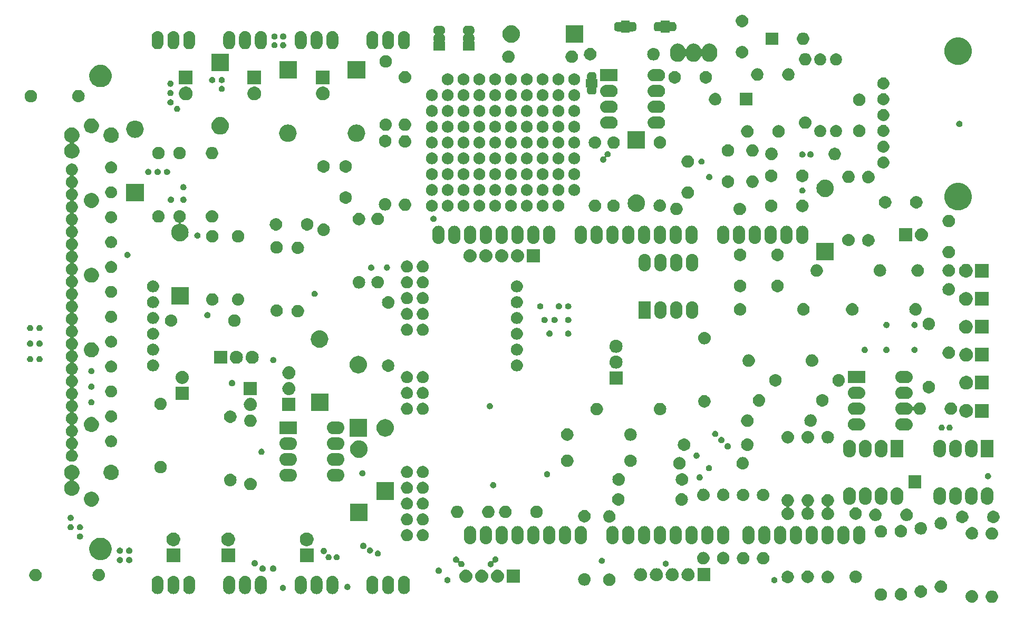
<source format=gts>
G04 #@! TF.GenerationSoftware,KiCad,Pcbnew,5.0.0+dfsg1-2*
G04 #@! TF.CreationDate,2019-03-17T13:18:05+01:00*
G04 #@! TF.ProjectId,speedy,7370656564792E6B696361645F706362,rev?*
G04 #@! TF.SameCoordinates,Original*
G04 #@! TF.FileFunction,Soldermask,Top*
G04 #@! TF.FilePolarity,Negative*
%FSLAX46Y46*%
G04 Gerber Fmt 4.6, Leading zero omitted, Abs format (unit mm)*
G04 Created by KiCad (PCBNEW 5.0.0+dfsg1-2) date Sun Mar 17 13:18:05 2019*
%MOMM*%
%LPD*%
G01*
G04 APERTURE LIST*
%ADD10C,0.100000*%
G04 APERTURE END LIST*
D10*
G36*
X221595770Y-154705372D02*
X221711689Y-154728429D01*
X221893678Y-154803811D01*
X222057463Y-154913249D01*
X222196751Y-155052537D01*
X222306189Y-155216322D01*
X222381571Y-155398311D01*
X222420000Y-155591509D01*
X222420000Y-155788491D01*
X222381571Y-155981689D01*
X222306189Y-156163678D01*
X222196751Y-156327463D01*
X222057463Y-156466751D01*
X221893678Y-156576189D01*
X221711689Y-156651571D01*
X221595770Y-156674628D01*
X221518493Y-156690000D01*
X221321507Y-156690000D01*
X221244230Y-156674628D01*
X221128311Y-156651571D01*
X220946322Y-156576189D01*
X220782537Y-156466751D01*
X220643249Y-156327463D01*
X220533811Y-156163678D01*
X220458429Y-155981689D01*
X220420000Y-155788491D01*
X220420000Y-155591509D01*
X220458429Y-155398311D01*
X220533811Y-155216322D01*
X220643249Y-155052537D01*
X220782537Y-154913249D01*
X220946322Y-154803811D01*
X221128311Y-154728429D01*
X221244230Y-154705372D01*
X221321507Y-154690000D01*
X221518493Y-154690000D01*
X221595770Y-154705372D01*
X221595770Y-154705372D01*
G37*
G36*
X218406030Y-154654469D02*
X218406033Y-154654470D01*
X218406034Y-154654470D01*
X218594535Y-154711651D01*
X218594537Y-154711652D01*
X218768260Y-154804509D01*
X218920528Y-154929472D01*
X219045491Y-155081740D01*
X219137715Y-155254279D01*
X219138349Y-155255465D01*
X219195530Y-155443966D01*
X219195531Y-155443970D01*
X219214838Y-155640000D01*
X219195531Y-155836030D01*
X219195530Y-155836033D01*
X219195530Y-155836034D01*
X219149594Y-155987466D01*
X219138348Y-156024537D01*
X219045491Y-156198260D01*
X218920528Y-156350528D01*
X218768260Y-156475491D01*
X218768258Y-156475492D01*
X218594535Y-156568349D01*
X218406034Y-156625530D01*
X218406033Y-156625530D01*
X218406030Y-156625531D01*
X218259124Y-156640000D01*
X218160876Y-156640000D01*
X218013970Y-156625531D01*
X218013967Y-156625530D01*
X218013966Y-156625530D01*
X217825465Y-156568349D01*
X217651742Y-156475492D01*
X217651740Y-156475491D01*
X217499472Y-156350528D01*
X217374509Y-156198260D01*
X217281652Y-156024537D01*
X217270407Y-155987466D01*
X217224470Y-155836034D01*
X217224470Y-155836033D01*
X217224469Y-155836030D01*
X217205162Y-155640000D01*
X217224469Y-155443970D01*
X217224470Y-155443966D01*
X217281651Y-155255465D01*
X217282285Y-155254279D01*
X217374509Y-155081740D01*
X217499472Y-154929472D01*
X217651740Y-154804509D01*
X217825463Y-154711652D01*
X217825465Y-154711651D01*
X218013966Y-154654470D01*
X218013967Y-154654470D01*
X218013970Y-154654469D01*
X218160876Y-154640000D01*
X218259124Y-154640000D01*
X218406030Y-154654469D01*
X218406030Y-154654469D01*
G37*
G36*
X203785770Y-154365372D02*
X203901689Y-154388429D01*
X204083678Y-154463811D01*
X204247463Y-154573249D01*
X204386751Y-154712537D01*
X204496189Y-154876322D01*
X204571571Y-155058311D01*
X204580652Y-155103966D01*
X204610000Y-155251507D01*
X204610000Y-155448493D01*
X204594628Y-155525770D01*
X204571571Y-155641689D01*
X204496189Y-155823678D01*
X204386751Y-155987463D01*
X204247463Y-156126751D01*
X204083678Y-156236189D01*
X203901689Y-156311571D01*
X203821778Y-156327466D01*
X203708493Y-156350000D01*
X203511507Y-156350000D01*
X203398222Y-156327466D01*
X203318311Y-156311571D01*
X203136322Y-156236189D01*
X202972537Y-156126751D01*
X202833249Y-155987463D01*
X202723811Y-155823678D01*
X202648429Y-155641689D01*
X202625372Y-155525770D01*
X202610000Y-155448493D01*
X202610000Y-155251507D01*
X202639348Y-155103966D01*
X202648429Y-155058311D01*
X202723811Y-154876322D01*
X202833249Y-154712537D01*
X202972537Y-154573249D01*
X203136322Y-154463811D01*
X203318311Y-154388429D01*
X203434230Y-154365372D01*
X203511507Y-154350000D01*
X203708493Y-154350000D01*
X203785770Y-154365372D01*
X203785770Y-154365372D01*
G37*
G36*
X207016030Y-154314469D02*
X207016033Y-154314470D01*
X207016034Y-154314470D01*
X207204535Y-154371651D01*
X207204537Y-154371652D01*
X207378260Y-154464509D01*
X207530528Y-154589472D01*
X207655491Y-154741740D01*
X207655492Y-154741742D01*
X207748349Y-154915465D01*
X207798788Y-155081740D01*
X207805531Y-155103970D01*
X207824838Y-155300000D01*
X207805531Y-155496030D01*
X207805530Y-155496033D01*
X207805530Y-155496034D01*
X207761859Y-155640000D01*
X207748348Y-155684537D01*
X207655491Y-155858260D01*
X207530528Y-156010528D01*
X207378260Y-156135491D01*
X207204537Y-156228348D01*
X207204535Y-156228349D01*
X207016034Y-156285530D01*
X207016033Y-156285530D01*
X207016030Y-156285531D01*
X206869124Y-156300000D01*
X206770876Y-156300000D01*
X206623970Y-156285531D01*
X206623967Y-156285530D01*
X206623966Y-156285530D01*
X206435465Y-156228349D01*
X206435463Y-156228348D01*
X206261740Y-156135491D01*
X206109472Y-156010528D01*
X205984509Y-155858260D01*
X205891652Y-155684537D01*
X205878142Y-155640000D01*
X205834470Y-155496034D01*
X205834470Y-155496033D01*
X205834469Y-155496030D01*
X205815162Y-155300000D01*
X205834469Y-155103970D01*
X205841212Y-155081740D01*
X205891651Y-154915465D01*
X205984508Y-154741742D01*
X205984509Y-154741740D01*
X206109472Y-154589472D01*
X206261740Y-154464509D01*
X206435463Y-154371652D01*
X206435465Y-154371651D01*
X206623966Y-154314470D01*
X206623967Y-154314470D01*
X206623970Y-154314469D01*
X206770876Y-154300000D01*
X206869124Y-154300000D01*
X207016030Y-154314469D01*
X207016030Y-154314469D01*
G37*
G36*
X210185770Y-153875372D02*
X210301689Y-153898429D01*
X210483678Y-153973811D01*
X210647463Y-154083249D01*
X210786751Y-154222537D01*
X210896189Y-154386322D01*
X210971571Y-154568311D01*
X210988709Y-154654469D01*
X211010000Y-154761507D01*
X211010000Y-154958493D01*
X210999442Y-155011571D01*
X210971571Y-155151689D01*
X210896189Y-155333678D01*
X210786751Y-155497463D01*
X210647463Y-155636751D01*
X210483678Y-155746189D01*
X210301689Y-155821571D01*
X210185770Y-155844628D01*
X210108493Y-155860000D01*
X209911507Y-155860000D01*
X209834230Y-155844628D01*
X209718311Y-155821571D01*
X209536322Y-155746189D01*
X209372537Y-155636751D01*
X209233249Y-155497463D01*
X209123811Y-155333678D01*
X209048429Y-155151689D01*
X209020558Y-155011571D01*
X209010000Y-154958493D01*
X209010000Y-154761507D01*
X209031291Y-154654469D01*
X209048429Y-154568311D01*
X209123811Y-154386322D01*
X209233249Y-154222537D01*
X209372537Y-154083249D01*
X209536322Y-153973811D01*
X209718311Y-153898429D01*
X209834230Y-153875372D01*
X209911507Y-153860000D01*
X210108493Y-153860000D01*
X210185770Y-153875372D01*
X210185770Y-153875372D01*
G37*
G36*
X90186344Y-152364074D02*
X90365527Y-152418429D01*
X90365529Y-152418430D01*
X90365532Y-152418431D01*
X90530664Y-152506695D01*
X90675407Y-152625483D01*
X90794195Y-152770226D01*
X90882459Y-152935358D01*
X90882460Y-152935361D01*
X90882461Y-152935363D01*
X90936816Y-153114546D01*
X90941668Y-153163811D01*
X90950570Y-153254193D01*
X90950570Y-154345807D01*
X90946579Y-154386325D01*
X90936816Y-154485454D01*
X90885545Y-154654469D01*
X90882459Y-154664642D01*
X90794195Y-154829774D01*
X90675407Y-154974517D01*
X90530664Y-155093305D01*
X90365531Y-155181569D01*
X90365528Y-155181570D01*
X90365526Y-155181571D01*
X90186343Y-155235926D01*
X90000000Y-155254279D01*
X89813656Y-155235926D01*
X89634473Y-155181571D01*
X89634471Y-155181570D01*
X89634468Y-155181569D01*
X89469336Y-155093305D01*
X89324593Y-154974517D01*
X89205805Y-154829774D01*
X89117541Y-154664641D01*
X89117539Y-154664636D01*
X89063184Y-154485453D01*
X89049430Y-154345804D01*
X89049430Y-153254193D01*
X89063184Y-153114544D01*
X89117539Y-152935363D01*
X89205806Y-152770226D01*
X89324594Y-152625483D01*
X89469337Y-152506695D01*
X89634469Y-152418431D01*
X89634472Y-152418430D01*
X89634474Y-152418429D01*
X89813657Y-152364074D01*
X90000000Y-152345721D01*
X90186344Y-152364074D01*
X90186344Y-152364074D01*
G37*
G36*
X124686344Y-152364074D02*
X124865527Y-152418429D01*
X124865529Y-152418430D01*
X124865532Y-152418431D01*
X125030664Y-152506695D01*
X125175407Y-152625483D01*
X125294195Y-152770226D01*
X125382459Y-152935358D01*
X125382460Y-152935361D01*
X125382461Y-152935363D01*
X125436816Y-153114546D01*
X125441668Y-153163811D01*
X125450570Y-153254193D01*
X125450570Y-154345807D01*
X125446579Y-154386325D01*
X125436816Y-154485454D01*
X125385545Y-154654469D01*
X125382459Y-154664642D01*
X125294195Y-154829774D01*
X125175407Y-154974517D01*
X125030664Y-155093305D01*
X124865531Y-155181569D01*
X124865528Y-155181570D01*
X124865526Y-155181571D01*
X124686343Y-155235926D01*
X124500000Y-155254279D01*
X124313656Y-155235926D01*
X124134473Y-155181571D01*
X124134471Y-155181570D01*
X124134468Y-155181569D01*
X123969336Y-155093305D01*
X123824593Y-154974517D01*
X123705805Y-154829774D01*
X123617541Y-154664641D01*
X123617539Y-154664636D01*
X123563184Y-154485453D01*
X123549430Y-154345804D01*
X123549430Y-153254193D01*
X123563184Y-153114544D01*
X123617539Y-152935363D01*
X123705806Y-152770226D01*
X123824594Y-152625483D01*
X123969337Y-152506695D01*
X124134469Y-152418431D01*
X124134472Y-152418430D01*
X124134474Y-152418429D01*
X124313657Y-152364074D01*
X124500000Y-152345721D01*
X124686344Y-152364074D01*
X124686344Y-152364074D01*
G37*
G36*
X87646344Y-152364074D02*
X87825527Y-152418429D01*
X87825529Y-152418430D01*
X87825532Y-152418431D01*
X87990664Y-152506695D01*
X88135407Y-152625483D01*
X88254195Y-152770226D01*
X88342459Y-152935358D01*
X88342460Y-152935361D01*
X88342461Y-152935363D01*
X88396816Y-153114546D01*
X88401668Y-153163811D01*
X88410570Y-153254193D01*
X88410570Y-154345807D01*
X88406579Y-154386325D01*
X88396816Y-154485454D01*
X88345545Y-154654469D01*
X88342459Y-154664642D01*
X88254195Y-154829774D01*
X88135407Y-154974517D01*
X87990664Y-155093305D01*
X87825531Y-155181569D01*
X87825528Y-155181570D01*
X87825526Y-155181571D01*
X87646343Y-155235926D01*
X87460000Y-155254279D01*
X87273656Y-155235926D01*
X87094473Y-155181571D01*
X87094471Y-155181570D01*
X87094468Y-155181569D01*
X86929336Y-155093305D01*
X86784593Y-154974517D01*
X86665805Y-154829774D01*
X86577541Y-154664641D01*
X86577539Y-154664636D01*
X86523184Y-154485453D01*
X86509430Y-154345804D01*
X86509430Y-153254193D01*
X86523184Y-153114544D01*
X86577539Y-152935363D01*
X86665806Y-152770226D01*
X86784594Y-152625483D01*
X86929337Y-152506695D01*
X87094469Y-152418431D01*
X87094472Y-152418430D01*
X87094474Y-152418429D01*
X87273657Y-152364074D01*
X87460000Y-152345721D01*
X87646344Y-152364074D01*
X87646344Y-152364074D01*
G37*
G36*
X92726344Y-152364074D02*
X92905527Y-152418429D01*
X92905529Y-152418430D01*
X92905532Y-152418431D01*
X93070664Y-152506695D01*
X93215407Y-152625483D01*
X93334195Y-152770226D01*
X93422459Y-152935358D01*
X93422460Y-152935361D01*
X93422461Y-152935363D01*
X93476816Y-153114546D01*
X93481668Y-153163811D01*
X93490570Y-153254193D01*
X93490570Y-154345807D01*
X93486579Y-154386325D01*
X93476816Y-154485454D01*
X93425545Y-154654469D01*
X93422459Y-154664642D01*
X93334195Y-154829774D01*
X93215407Y-154974517D01*
X93070664Y-155093305D01*
X92905531Y-155181569D01*
X92905528Y-155181570D01*
X92905526Y-155181571D01*
X92726343Y-155235926D01*
X92540000Y-155254279D01*
X92353656Y-155235926D01*
X92174473Y-155181571D01*
X92174471Y-155181570D01*
X92174468Y-155181569D01*
X92009336Y-155093305D01*
X91864593Y-154974517D01*
X91745805Y-154829774D01*
X91657541Y-154664641D01*
X91657539Y-154664636D01*
X91603184Y-154485453D01*
X91589430Y-154345804D01*
X91589430Y-153254193D01*
X91603184Y-153114544D01*
X91657539Y-152935363D01*
X91745806Y-152770226D01*
X91864594Y-152625483D01*
X92009337Y-152506695D01*
X92174469Y-152418431D01*
X92174472Y-152418430D01*
X92174474Y-152418429D01*
X92353657Y-152364074D01*
X92540000Y-152345721D01*
X92726344Y-152364074D01*
X92726344Y-152364074D01*
G37*
G36*
X99146344Y-152364074D02*
X99325527Y-152418429D01*
X99325529Y-152418430D01*
X99325532Y-152418431D01*
X99490664Y-152506695D01*
X99635407Y-152625483D01*
X99754195Y-152770226D01*
X99842459Y-152935358D01*
X99842460Y-152935361D01*
X99842461Y-152935363D01*
X99896816Y-153114546D01*
X99901668Y-153163811D01*
X99910570Y-153254193D01*
X99910570Y-154345807D01*
X99906579Y-154386325D01*
X99896816Y-154485454D01*
X99845545Y-154654469D01*
X99842459Y-154664642D01*
X99754195Y-154829774D01*
X99635407Y-154974517D01*
X99490664Y-155093305D01*
X99325531Y-155181569D01*
X99325528Y-155181570D01*
X99325526Y-155181571D01*
X99146343Y-155235926D01*
X98960000Y-155254279D01*
X98773656Y-155235926D01*
X98594473Y-155181571D01*
X98594471Y-155181570D01*
X98594468Y-155181569D01*
X98429336Y-155093305D01*
X98284593Y-154974517D01*
X98165805Y-154829774D01*
X98077541Y-154664641D01*
X98077539Y-154664636D01*
X98023184Y-154485453D01*
X98009430Y-154345804D01*
X98009430Y-153254193D01*
X98023184Y-153114544D01*
X98077539Y-152935363D01*
X98165806Y-152770226D01*
X98284594Y-152625483D01*
X98429337Y-152506695D01*
X98594469Y-152418431D01*
X98594472Y-152418430D01*
X98594474Y-152418429D01*
X98773657Y-152364074D01*
X98960000Y-152345721D01*
X99146344Y-152364074D01*
X99146344Y-152364074D01*
G37*
G36*
X104226344Y-152364074D02*
X104405527Y-152418429D01*
X104405529Y-152418430D01*
X104405532Y-152418431D01*
X104570664Y-152506695D01*
X104715407Y-152625483D01*
X104834195Y-152770226D01*
X104922459Y-152935358D01*
X104922460Y-152935361D01*
X104922461Y-152935363D01*
X104976816Y-153114546D01*
X104981668Y-153163811D01*
X104990570Y-153254193D01*
X104990570Y-154345807D01*
X104986579Y-154386325D01*
X104976816Y-154485454D01*
X104925545Y-154654469D01*
X104922459Y-154664642D01*
X104834195Y-154829774D01*
X104715407Y-154974517D01*
X104570664Y-155093305D01*
X104405531Y-155181569D01*
X104405528Y-155181570D01*
X104405526Y-155181571D01*
X104226343Y-155235926D01*
X104040000Y-155254279D01*
X103853656Y-155235926D01*
X103674473Y-155181571D01*
X103674471Y-155181570D01*
X103674468Y-155181569D01*
X103509336Y-155093305D01*
X103364593Y-154974517D01*
X103245805Y-154829774D01*
X103157541Y-154664641D01*
X103157539Y-154664636D01*
X103103184Y-154485453D01*
X103089430Y-154345804D01*
X103089430Y-153254193D01*
X103103184Y-153114544D01*
X103157539Y-152935363D01*
X103245806Y-152770226D01*
X103364594Y-152625483D01*
X103509337Y-152506695D01*
X103674469Y-152418431D01*
X103674472Y-152418430D01*
X103674474Y-152418429D01*
X103853657Y-152364074D01*
X104040000Y-152345721D01*
X104226344Y-152364074D01*
X104226344Y-152364074D01*
G37*
G36*
X101686344Y-152364074D02*
X101865527Y-152418429D01*
X101865529Y-152418430D01*
X101865532Y-152418431D01*
X102030664Y-152506695D01*
X102175407Y-152625483D01*
X102294195Y-152770226D01*
X102382459Y-152935358D01*
X102382460Y-152935361D01*
X102382461Y-152935363D01*
X102436816Y-153114546D01*
X102441668Y-153163811D01*
X102450570Y-153254193D01*
X102450570Y-154345807D01*
X102446579Y-154386325D01*
X102436816Y-154485454D01*
X102385545Y-154654469D01*
X102382459Y-154664642D01*
X102294195Y-154829774D01*
X102175407Y-154974517D01*
X102030664Y-155093305D01*
X101865531Y-155181569D01*
X101865528Y-155181570D01*
X101865526Y-155181571D01*
X101686343Y-155235926D01*
X101500000Y-155254279D01*
X101313656Y-155235926D01*
X101134473Y-155181571D01*
X101134471Y-155181570D01*
X101134468Y-155181569D01*
X100969336Y-155093305D01*
X100824593Y-154974517D01*
X100705805Y-154829774D01*
X100617541Y-154664641D01*
X100617539Y-154664636D01*
X100563184Y-154485453D01*
X100549430Y-154345804D01*
X100549430Y-153254193D01*
X100563184Y-153114544D01*
X100617539Y-152935363D01*
X100705806Y-152770226D01*
X100824594Y-152625483D01*
X100969337Y-152506695D01*
X101134469Y-152418431D01*
X101134472Y-152418430D01*
X101134474Y-152418429D01*
X101313657Y-152364074D01*
X101500000Y-152345721D01*
X101686344Y-152364074D01*
X101686344Y-152364074D01*
G37*
G36*
X110646344Y-152364074D02*
X110825527Y-152418429D01*
X110825529Y-152418430D01*
X110825532Y-152418431D01*
X110990664Y-152506695D01*
X111135407Y-152625483D01*
X111254195Y-152770226D01*
X111342459Y-152935358D01*
X111342460Y-152935361D01*
X111342461Y-152935363D01*
X111396816Y-153114546D01*
X111401668Y-153163811D01*
X111410570Y-153254193D01*
X111410570Y-154345807D01*
X111406579Y-154386325D01*
X111396816Y-154485454D01*
X111345545Y-154654469D01*
X111342459Y-154664642D01*
X111254195Y-154829774D01*
X111135407Y-154974517D01*
X110990664Y-155093305D01*
X110825531Y-155181569D01*
X110825528Y-155181570D01*
X110825526Y-155181571D01*
X110646343Y-155235926D01*
X110460000Y-155254279D01*
X110273656Y-155235926D01*
X110094473Y-155181571D01*
X110094471Y-155181570D01*
X110094468Y-155181569D01*
X109929336Y-155093305D01*
X109784593Y-154974517D01*
X109665805Y-154829774D01*
X109577541Y-154664641D01*
X109577539Y-154664636D01*
X109523184Y-154485453D01*
X109509430Y-154345804D01*
X109509430Y-153254193D01*
X109523184Y-153114544D01*
X109577539Y-152935363D01*
X109665806Y-152770226D01*
X109784594Y-152625483D01*
X109929337Y-152506695D01*
X110094469Y-152418431D01*
X110094472Y-152418430D01*
X110094474Y-152418429D01*
X110273657Y-152364074D01*
X110460000Y-152345721D01*
X110646344Y-152364074D01*
X110646344Y-152364074D01*
G37*
G36*
X115726344Y-152364074D02*
X115905527Y-152418429D01*
X115905529Y-152418430D01*
X115905532Y-152418431D01*
X116070664Y-152506695D01*
X116215407Y-152625483D01*
X116334195Y-152770226D01*
X116422459Y-152935358D01*
X116422460Y-152935361D01*
X116422461Y-152935363D01*
X116476816Y-153114546D01*
X116481668Y-153163811D01*
X116490570Y-153254193D01*
X116490570Y-154345807D01*
X116486579Y-154386325D01*
X116476816Y-154485454D01*
X116425545Y-154654469D01*
X116422459Y-154664642D01*
X116334195Y-154829774D01*
X116215407Y-154974517D01*
X116070664Y-155093305D01*
X115905531Y-155181569D01*
X115905528Y-155181570D01*
X115905526Y-155181571D01*
X115726343Y-155235926D01*
X115540000Y-155254279D01*
X115353656Y-155235926D01*
X115174473Y-155181571D01*
X115174471Y-155181570D01*
X115174468Y-155181569D01*
X115009336Y-155093305D01*
X114864593Y-154974517D01*
X114745805Y-154829774D01*
X114657541Y-154664641D01*
X114657539Y-154664636D01*
X114603184Y-154485453D01*
X114589430Y-154345804D01*
X114589430Y-153254193D01*
X114603184Y-153114544D01*
X114657539Y-152935363D01*
X114745806Y-152770226D01*
X114864594Y-152625483D01*
X115009337Y-152506695D01*
X115174469Y-152418431D01*
X115174472Y-152418430D01*
X115174474Y-152418429D01*
X115353657Y-152364074D01*
X115540000Y-152345721D01*
X115726344Y-152364074D01*
X115726344Y-152364074D01*
G37*
G36*
X113186344Y-152364074D02*
X113365527Y-152418429D01*
X113365529Y-152418430D01*
X113365532Y-152418431D01*
X113530664Y-152506695D01*
X113675407Y-152625483D01*
X113794195Y-152770226D01*
X113882459Y-152935358D01*
X113882460Y-152935361D01*
X113882461Y-152935363D01*
X113936816Y-153114546D01*
X113941668Y-153163811D01*
X113950570Y-153254193D01*
X113950570Y-154345807D01*
X113946579Y-154386325D01*
X113936816Y-154485454D01*
X113885545Y-154654469D01*
X113882459Y-154664642D01*
X113794195Y-154829774D01*
X113675407Y-154974517D01*
X113530664Y-155093305D01*
X113365531Y-155181569D01*
X113365528Y-155181570D01*
X113365526Y-155181571D01*
X113186343Y-155235926D01*
X113000000Y-155254279D01*
X112813656Y-155235926D01*
X112634473Y-155181571D01*
X112634471Y-155181570D01*
X112634468Y-155181569D01*
X112469336Y-155093305D01*
X112324593Y-154974517D01*
X112205805Y-154829774D01*
X112117541Y-154664641D01*
X112117539Y-154664636D01*
X112063184Y-154485453D01*
X112049430Y-154345804D01*
X112049430Y-153254193D01*
X112063184Y-153114544D01*
X112117539Y-152935363D01*
X112205806Y-152770226D01*
X112324594Y-152625483D01*
X112469337Y-152506695D01*
X112634469Y-152418431D01*
X112634472Y-152418430D01*
X112634474Y-152418429D01*
X112813657Y-152364074D01*
X113000000Y-152345721D01*
X113186344Y-152364074D01*
X113186344Y-152364074D01*
G37*
G36*
X122146344Y-152364074D02*
X122325527Y-152418429D01*
X122325529Y-152418430D01*
X122325532Y-152418431D01*
X122490664Y-152506695D01*
X122635407Y-152625483D01*
X122754195Y-152770226D01*
X122842459Y-152935358D01*
X122842460Y-152935361D01*
X122842461Y-152935363D01*
X122896816Y-153114546D01*
X122901668Y-153163811D01*
X122910570Y-153254193D01*
X122910570Y-154345807D01*
X122906579Y-154386325D01*
X122896816Y-154485454D01*
X122845545Y-154654469D01*
X122842459Y-154664642D01*
X122754195Y-154829774D01*
X122635407Y-154974517D01*
X122490664Y-155093305D01*
X122325531Y-155181569D01*
X122325528Y-155181570D01*
X122325526Y-155181571D01*
X122146343Y-155235926D01*
X121960000Y-155254279D01*
X121773656Y-155235926D01*
X121594473Y-155181571D01*
X121594471Y-155181570D01*
X121594468Y-155181569D01*
X121429336Y-155093305D01*
X121284593Y-154974517D01*
X121165805Y-154829774D01*
X121077541Y-154664641D01*
X121077539Y-154664636D01*
X121023184Y-154485453D01*
X121009430Y-154345804D01*
X121009430Y-153254193D01*
X121023184Y-153114544D01*
X121077539Y-152935363D01*
X121165806Y-152770226D01*
X121284594Y-152625483D01*
X121429337Y-152506695D01*
X121594469Y-152418431D01*
X121594472Y-152418430D01*
X121594474Y-152418429D01*
X121773657Y-152364074D01*
X121960000Y-152345721D01*
X122146344Y-152364074D01*
X122146344Y-152364074D01*
G37*
G36*
X127226344Y-152364074D02*
X127405527Y-152418429D01*
X127405529Y-152418430D01*
X127405532Y-152418431D01*
X127570664Y-152506695D01*
X127715407Y-152625483D01*
X127834195Y-152770226D01*
X127922459Y-152935358D01*
X127922460Y-152935361D01*
X127922461Y-152935363D01*
X127976816Y-153114546D01*
X127981668Y-153163811D01*
X127990570Y-153254193D01*
X127990570Y-154345807D01*
X127986579Y-154386325D01*
X127976816Y-154485454D01*
X127925545Y-154654469D01*
X127922459Y-154664642D01*
X127834195Y-154829774D01*
X127715407Y-154974517D01*
X127570664Y-155093305D01*
X127405531Y-155181569D01*
X127405528Y-155181570D01*
X127405526Y-155181571D01*
X127226343Y-155235926D01*
X127040000Y-155254279D01*
X126853656Y-155235926D01*
X126674473Y-155181571D01*
X126674471Y-155181570D01*
X126674468Y-155181569D01*
X126509336Y-155093305D01*
X126364593Y-154974517D01*
X126245805Y-154829774D01*
X126157541Y-154664641D01*
X126157539Y-154664636D01*
X126103184Y-154485453D01*
X126089430Y-154345804D01*
X126089430Y-153254193D01*
X126103184Y-153114544D01*
X126157539Y-152935363D01*
X126245806Y-152770226D01*
X126364594Y-152625483D01*
X126509337Y-152506695D01*
X126674469Y-152418431D01*
X126674472Y-152418430D01*
X126674474Y-152418429D01*
X126853657Y-152364074D01*
X127040000Y-152345721D01*
X127226344Y-152364074D01*
X127226344Y-152364074D01*
G37*
G36*
X213405770Y-153065372D02*
X213521689Y-153088429D01*
X213703678Y-153163811D01*
X213867463Y-153273249D01*
X214006751Y-153412537D01*
X214116189Y-153576322D01*
X214191571Y-153758311D01*
X214205502Y-153828348D01*
X214225974Y-153931266D01*
X214230000Y-153951509D01*
X214230000Y-154148491D01*
X214191571Y-154341689D01*
X214116189Y-154523678D01*
X214006751Y-154687463D01*
X213867463Y-154826751D01*
X213703678Y-154936189D01*
X213521689Y-155011571D01*
X213405770Y-155034628D01*
X213328493Y-155050000D01*
X213131507Y-155050000D01*
X213054230Y-155034628D01*
X212938311Y-155011571D01*
X212756322Y-154936189D01*
X212592537Y-154826751D01*
X212453249Y-154687463D01*
X212343811Y-154523678D01*
X212268429Y-154341689D01*
X212230000Y-154148491D01*
X212230000Y-153951509D01*
X212234027Y-153931266D01*
X212254498Y-153828348D01*
X212268429Y-153758311D01*
X212343811Y-153576322D01*
X212453249Y-153412537D01*
X212592537Y-153273249D01*
X212756322Y-153163811D01*
X212938311Y-153088429D01*
X213054230Y-153065372D01*
X213131507Y-153050000D01*
X213328493Y-153050000D01*
X213405770Y-153065372D01*
X213405770Y-153065372D01*
G37*
G36*
X107725845Y-153769215D02*
X107816839Y-153806906D01*
X107848929Y-153828348D01*
X107898734Y-153861627D01*
X107968373Y-153931266D01*
X107968375Y-153931269D01*
X108023094Y-154013161D01*
X108060785Y-154104155D01*
X108080000Y-154200754D01*
X108080000Y-154299246D01*
X108070738Y-154345807D01*
X108060785Y-154395845D01*
X108023670Y-154485450D01*
X108023094Y-154486839D01*
X107969104Y-154567640D01*
X107968373Y-154568734D01*
X107898734Y-154638373D01*
X107898731Y-154638375D01*
X107816839Y-154693094D01*
X107816838Y-154693095D01*
X107816837Y-154693095D01*
X107772036Y-154711652D01*
X107725845Y-154730785D01*
X107629246Y-154750000D01*
X107530754Y-154750000D01*
X107434155Y-154730785D01*
X107387964Y-154711652D01*
X107343163Y-154693095D01*
X107343162Y-154693095D01*
X107343161Y-154693094D01*
X107261269Y-154638375D01*
X107261266Y-154638373D01*
X107191627Y-154568734D01*
X107190896Y-154567640D01*
X107136906Y-154486839D01*
X107136331Y-154485450D01*
X107099215Y-154395845D01*
X107089262Y-154345807D01*
X107080000Y-154299246D01*
X107080000Y-154200754D01*
X107099215Y-154104155D01*
X107136906Y-154013161D01*
X107191625Y-153931269D01*
X107191627Y-153931266D01*
X107261266Y-153861627D01*
X107311071Y-153828348D01*
X107343161Y-153806906D01*
X107434155Y-153769215D01*
X107530754Y-153750000D01*
X107629246Y-153750000D01*
X107725845Y-153769215D01*
X107725845Y-153769215D01*
G37*
G36*
X118085845Y-153619215D02*
X118176839Y-153656906D01*
X118257640Y-153710896D01*
X118258734Y-153711627D01*
X118328373Y-153781266D01*
X118328375Y-153781269D01*
X118383094Y-153863161D01*
X118420785Y-153954155D01*
X118440000Y-154050754D01*
X118440000Y-154149246D01*
X118420785Y-154245845D01*
X118383094Y-154336839D01*
X118374300Y-154350000D01*
X118328373Y-154418734D01*
X118258734Y-154488373D01*
X118258731Y-154488375D01*
X118176839Y-154543094D01*
X118176838Y-154543095D01*
X118176837Y-154543095D01*
X118104029Y-154573253D01*
X118085845Y-154580785D01*
X117989246Y-154600000D01*
X117890754Y-154600000D01*
X117794155Y-154580785D01*
X117775971Y-154573253D01*
X117703163Y-154543095D01*
X117703162Y-154543095D01*
X117703161Y-154543094D01*
X117621269Y-154488375D01*
X117621266Y-154488373D01*
X117551627Y-154418734D01*
X117505700Y-154350000D01*
X117496906Y-154336839D01*
X117459215Y-154245845D01*
X117440000Y-154149246D01*
X117440000Y-154050754D01*
X117459215Y-153954155D01*
X117496906Y-153863161D01*
X117551625Y-153781269D01*
X117551627Y-153781266D01*
X117621266Y-153711627D01*
X117622360Y-153710896D01*
X117703161Y-153656906D01*
X117794155Y-153619215D01*
X117890754Y-153600000D01*
X117989246Y-153600000D01*
X118085845Y-153619215D01*
X118085845Y-153619215D01*
G37*
G36*
X160175770Y-151955372D02*
X160291689Y-151978429D01*
X160473678Y-152053811D01*
X160637463Y-152163249D01*
X160776751Y-152302537D01*
X160886189Y-152466322D01*
X160961571Y-152648311D01*
X160972641Y-152703966D01*
X161000000Y-152841507D01*
X161000000Y-153038493D01*
X160990067Y-153088429D01*
X160961571Y-153231689D01*
X160886189Y-153413678D01*
X160776751Y-153577463D01*
X160637463Y-153716751D01*
X160473678Y-153826189D01*
X160291689Y-153901571D01*
X160175770Y-153924628D01*
X160098493Y-153940000D01*
X159901507Y-153940000D01*
X159824230Y-153924628D01*
X159708311Y-153901571D01*
X159526322Y-153826189D01*
X159362537Y-153716751D01*
X159223249Y-153577463D01*
X159113811Y-153413678D01*
X159038429Y-153231689D01*
X159009933Y-153088429D01*
X159000000Y-153038493D01*
X159000000Y-152841507D01*
X159027359Y-152703966D01*
X159038429Y-152648311D01*
X159113811Y-152466322D01*
X159223249Y-152302537D01*
X159362537Y-152163249D01*
X159526322Y-152053811D01*
X159708311Y-151978429D01*
X159824230Y-151955372D01*
X159901507Y-151940000D01*
X160098493Y-151940000D01*
X160175770Y-151955372D01*
X160175770Y-151955372D01*
G37*
G36*
X156196030Y-151914469D02*
X156196033Y-151914470D01*
X156196034Y-151914470D01*
X156384535Y-151971651D01*
X156384537Y-151971652D01*
X156558260Y-152064509D01*
X156710528Y-152189472D01*
X156835491Y-152341740D01*
X156902083Y-152466325D01*
X156928349Y-152515465D01*
X156978644Y-152681266D01*
X156985531Y-152703970D01*
X157004838Y-152900000D01*
X156985531Y-153096030D01*
X156985530Y-153096033D01*
X156985530Y-153096034D01*
X156931773Y-153273249D01*
X156928348Y-153284537D01*
X156835491Y-153458260D01*
X156710528Y-153610528D01*
X156558260Y-153735491D01*
X156515567Y-153758311D01*
X156384535Y-153828349D01*
X156196034Y-153885530D01*
X156196033Y-153885530D01*
X156196030Y-153885531D01*
X156049124Y-153900000D01*
X155950876Y-153900000D01*
X155803970Y-153885531D01*
X155803967Y-153885530D01*
X155803966Y-153885530D01*
X155615465Y-153828349D01*
X155484433Y-153758311D01*
X155441740Y-153735491D01*
X155289472Y-153610528D01*
X155164509Y-153458260D01*
X155071652Y-153284537D01*
X155068228Y-153273249D01*
X155014470Y-153096034D01*
X155014470Y-153096033D01*
X155014469Y-153096030D01*
X154995162Y-152900000D01*
X155014469Y-152703970D01*
X155021356Y-152681266D01*
X155071651Y-152515465D01*
X155097917Y-152466325D01*
X155164509Y-152341740D01*
X155289472Y-152189472D01*
X155441740Y-152064509D01*
X155615463Y-151971652D01*
X155615465Y-151971651D01*
X155803966Y-151914470D01*
X155803967Y-151914470D01*
X155803970Y-151914469D01*
X155950876Y-151900000D01*
X156049124Y-151900000D01*
X156196030Y-151914469D01*
X156196030Y-151914469D01*
G37*
G36*
X195255770Y-151525372D02*
X195371689Y-151548429D01*
X195553678Y-151623811D01*
X195717463Y-151733249D01*
X195856751Y-151872537D01*
X195966189Y-152036322D01*
X196041571Y-152218311D01*
X196055530Y-152288491D01*
X196080000Y-152411507D01*
X196080000Y-152608493D01*
X196065524Y-152681266D01*
X196041571Y-152801689D01*
X195966189Y-152983678D01*
X195856751Y-153147463D01*
X195717463Y-153286751D01*
X195553678Y-153396189D01*
X195371689Y-153471571D01*
X195255770Y-153494628D01*
X195178493Y-153510000D01*
X194981507Y-153510000D01*
X194904230Y-153494628D01*
X194788311Y-153471571D01*
X194606322Y-153396189D01*
X194442537Y-153286751D01*
X194303249Y-153147463D01*
X194193811Y-152983678D01*
X194118429Y-152801689D01*
X194094476Y-152681266D01*
X194080000Y-152608493D01*
X194080000Y-152411507D01*
X194104470Y-152288491D01*
X194118429Y-152218311D01*
X194193811Y-152036322D01*
X194303249Y-151872537D01*
X194442537Y-151733249D01*
X194606322Y-151623811D01*
X194788311Y-151548429D01*
X194904230Y-151525372D01*
X194981507Y-151510000D01*
X195178493Y-151510000D01*
X195255770Y-151525372D01*
X195255770Y-151525372D01*
G37*
G36*
X188825770Y-151515372D02*
X188941689Y-151538429D01*
X189123678Y-151613811D01*
X189287463Y-151723249D01*
X189426751Y-151862537D01*
X189536189Y-152026322D01*
X189611571Y-152208311D01*
X189650000Y-152401509D01*
X189650000Y-152598491D01*
X189611571Y-152791689D01*
X189536189Y-152973678D01*
X189426751Y-153137463D01*
X189287463Y-153276751D01*
X189123678Y-153386189D01*
X188941689Y-153461571D01*
X188825770Y-153484628D01*
X188748493Y-153500000D01*
X188551507Y-153500000D01*
X188474230Y-153484628D01*
X188358311Y-153461571D01*
X188176322Y-153386189D01*
X188012537Y-153276751D01*
X187873249Y-153137463D01*
X187763811Y-152973678D01*
X187688429Y-152791689D01*
X187650000Y-152598491D01*
X187650000Y-152401509D01*
X187688429Y-152208311D01*
X187763811Y-152026322D01*
X187873249Y-151862537D01*
X188012537Y-151723249D01*
X188176322Y-151613811D01*
X188358311Y-151538429D01*
X188474230Y-151515372D01*
X188551507Y-151500000D01*
X188748493Y-151500000D01*
X188825770Y-151515372D01*
X188825770Y-151515372D01*
G37*
G36*
X134126993Y-152515465D02*
X134145845Y-152519215D01*
X134229252Y-152553763D01*
X134236839Y-152556906D01*
X134263222Y-152574535D01*
X134318734Y-152611627D01*
X134388373Y-152681266D01*
X134388375Y-152681269D01*
X134425060Y-152736171D01*
X134443095Y-152763163D01*
X134454911Y-152791689D01*
X134480785Y-152854155D01*
X134500000Y-152950754D01*
X134500000Y-153049246D01*
X134492206Y-153088429D01*
X134480785Y-153145845D01*
X134445229Y-153231686D01*
X134443094Y-153236839D01*
X134389104Y-153317640D01*
X134388373Y-153318734D01*
X134318734Y-153388373D01*
X134318731Y-153388375D01*
X134236839Y-153443094D01*
X134145845Y-153480785D01*
X134049246Y-153500000D01*
X133950754Y-153500000D01*
X133854155Y-153480785D01*
X133763161Y-153443094D01*
X133681269Y-153388375D01*
X133681266Y-153388373D01*
X133611627Y-153318734D01*
X133610896Y-153317640D01*
X133556906Y-153236839D01*
X133554772Y-153231686D01*
X133519215Y-153145845D01*
X133507794Y-153088429D01*
X133500000Y-153049246D01*
X133500000Y-152950754D01*
X133519215Y-152854155D01*
X133545089Y-152791689D01*
X133556905Y-152763163D01*
X133574941Y-152736171D01*
X133611625Y-152681269D01*
X133611627Y-152681266D01*
X133681266Y-152611627D01*
X133736778Y-152574535D01*
X133763161Y-152556906D01*
X133770749Y-152553763D01*
X133854155Y-152519215D01*
X133873007Y-152515465D01*
X133950754Y-152500000D01*
X134049246Y-152500000D01*
X134126993Y-152515465D01*
X134126993Y-152515465D01*
G37*
G36*
X186626993Y-152515465D02*
X186645845Y-152519215D01*
X186729252Y-152553763D01*
X186736839Y-152556906D01*
X186763222Y-152574535D01*
X186818734Y-152611627D01*
X186888373Y-152681266D01*
X186888375Y-152681269D01*
X186925060Y-152736171D01*
X186943095Y-152763163D01*
X186954911Y-152791689D01*
X186980785Y-152854155D01*
X187000000Y-152950754D01*
X187000000Y-153049246D01*
X186992206Y-153088429D01*
X186980785Y-153145845D01*
X186945229Y-153231686D01*
X186943094Y-153236839D01*
X186889104Y-153317640D01*
X186888373Y-153318734D01*
X186818734Y-153388373D01*
X186818731Y-153388375D01*
X186736839Y-153443094D01*
X186645845Y-153480785D01*
X186549246Y-153500000D01*
X186450754Y-153500000D01*
X186354155Y-153480785D01*
X186263161Y-153443094D01*
X186181269Y-153388375D01*
X186181266Y-153388373D01*
X186111627Y-153318734D01*
X186110896Y-153317640D01*
X186056906Y-153236839D01*
X186054772Y-153231686D01*
X186019215Y-153145845D01*
X186007794Y-153088429D01*
X186000000Y-153049246D01*
X186000000Y-152950754D01*
X186019215Y-152854155D01*
X186045089Y-152791689D01*
X186056905Y-152763163D01*
X186074941Y-152736171D01*
X186111625Y-152681269D01*
X186111627Y-152681266D01*
X186181266Y-152611627D01*
X186236778Y-152574535D01*
X186263161Y-152556906D01*
X186270749Y-152553763D01*
X186354155Y-152519215D01*
X186373007Y-152515465D01*
X186450754Y-152500000D01*
X186549246Y-152500000D01*
X186626993Y-152515465D01*
X186626993Y-152515465D01*
G37*
G36*
X192025770Y-151505372D02*
X192141689Y-151528429D01*
X192323678Y-151603811D01*
X192487463Y-151713249D01*
X192626751Y-151852537D01*
X192736189Y-152016322D01*
X192811571Y-152198311D01*
X192829509Y-152288491D01*
X192850000Y-152391507D01*
X192850000Y-152588493D01*
X192845398Y-152611627D01*
X192811571Y-152781689D01*
X192736189Y-152963678D01*
X192626751Y-153127463D01*
X192487463Y-153266751D01*
X192323678Y-153376189D01*
X192141689Y-153451571D01*
X192046369Y-153470531D01*
X191948493Y-153490000D01*
X191751507Y-153490000D01*
X191653631Y-153470531D01*
X191558311Y-153451571D01*
X191376322Y-153376189D01*
X191212537Y-153266751D01*
X191073249Y-153127463D01*
X190963811Y-152963678D01*
X190888429Y-152781689D01*
X190854602Y-152611627D01*
X190850000Y-152588493D01*
X190850000Y-152391507D01*
X190870491Y-152288491D01*
X190888429Y-152198311D01*
X190963811Y-152016322D01*
X191073249Y-151852537D01*
X191212537Y-151713249D01*
X191376322Y-151603811D01*
X191558311Y-151528429D01*
X191674230Y-151505372D01*
X191751507Y-151490000D01*
X191948493Y-151490000D01*
X192025770Y-151505372D01*
X192025770Y-151505372D01*
G37*
G36*
X199746030Y-151499469D02*
X199746033Y-151499470D01*
X199746034Y-151499470D01*
X199934535Y-151556651D01*
X199934537Y-151556652D01*
X200108260Y-151649509D01*
X200260528Y-151774472D01*
X200385491Y-151926740D01*
X200385492Y-151926742D01*
X200478349Y-152100465D01*
X200535530Y-152288966D01*
X200535531Y-152288970D01*
X200554838Y-152485000D01*
X200535531Y-152681030D01*
X200535530Y-152681033D01*
X200535530Y-152681034D01*
X200486851Y-152841509D01*
X200478348Y-152869537D01*
X200385491Y-153043260D01*
X200260528Y-153195528D01*
X200108260Y-153320491D01*
X199985348Y-153386189D01*
X199934535Y-153413349D01*
X199746034Y-153470530D01*
X199746033Y-153470530D01*
X199746030Y-153470531D01*
X199599124Y-153485000D01*
X199500876Y-153485000D01*
X199353970Y-153470531D01*
X199353967Y-153470530D01*
X199353966Y-153470530D01*
X199165465Y-153413349D01*
X199114652Y-153386189D01*
X198991740Y-153320491D01*
X198839472Y-153195528D01*
X198714509Y-153043260D01*
X198621652Y-152869537D01*
X198613150Y-152841509D01*
X198564470Y-152681034D01*
X198564470Y-152681033D01*
X198564469Y-152681030D01*
X198545162Y-152485000D01*
X198564469Y-152288970D01*
X198564470Y-152288966D01*
X198621651Y-152100465D01*
X198714508Y-151926742D01*
X198714509Y-151926740D01*
X198839472Y-151774472D01*
X198991740Y-151649509D01*
X199165463Y-151556652D01*
X199165465Y-151556651D01*
X199353966Y-151499470D01*
X199353967Y-151499470D01*
X199353970Y-151499469D01*
X199500876Y-151485000D01*
X199599124Y-151485000D01*
X199746030Y-151499469D01*
X199746030Y-151499469D01*
G37*
G36*
X139628707Y-151327596D02*
X139705836Y-151335193D01*
X139837787Y-151375220D01*
X139903763Y-151395233D01*
X140086172Y-151492733D01*
X140246054Y-151623946D01*
X140377267Y-151783828D01*
X140474767Y-151966237D01*
X140485009Y-152000000D01*
X140534807Y-152164164D01*
X140555080Y-152370000D01*
X140534807Y-152575836D01*
X140502897Y-152681030D01*
X140474767Y-152773763D01*
X140377267Y-152956172D01*
X140246054Y-153116054D01*
X140086172Y-153247267D01*
X139903763Y-153344767D01*
X139837787Y-153364780D01*
X139705836Y-153404807D01*
X139628707Y-153412404D01*
X139551580Y-153420000D01*
X139448420Y-153420000D01*
X139371293Y-153412404D01*
X139294164Y-153404807D01*
X139162213Y-153364780D01*
X139096237Y-153344767D01*
X138913828Y-153247267D01*
X138753946Y-153116054D01*
X138622733Y-152956172D01*
X138525233Y-152773763D01*
X138497103Y-152681030D01*
X138465193Y-152575836D01*
X138444920Y-152370000D01*
X138465193Y-152164164D01*
X138514991Y-152000000D01*
X138525233Y-151966237D01*
X138622733Y-151783828D01*
X138753946Y-151623946D01*
X138913828Y-151492733D01*
X139096237Y-151395233D01*
X139162213Y-151375220D01*
X139294164Y-151335193D01*
X139371293Y-151327596D01*
X139448420Y-151320000D01*
X139551580Y-151320000D01*
X139628707Y-151327596D01*
X139628707Y-151327596D01*
G37*
G36*
X145630000Y-153420000D02*
X143530000Y-153420000D01*
X143530000Y-151320000D01*
X145630000Y-151320000D01*
X145630000Y-153420000D01*
X145630000Y-153420000D01*
G37*
G36*
X137088707Y-151327596D02*
X137165836Y-151335193D01*
X137297787Y-151375220D01*
X137363763Y-151395233D01*
X137546172Y-151492733D01*
X137706054Y-151623946D01*
X137837267Y-151783828D01*
X137934767Y-151966237D01*
X137945009Y-152000000D01*
X137994807Y-152164164D01*
X138015080Y-152370000D01*
X137994807Y-152575836D01*
X137962897Y-152681030D01*
X137934767Y-152773763D01*
X137837267Y-152956172D01*
X137706054Y-153116054D01*
X137546172Y-153247267D01*
X137363763Y-153344767D01*
X137297787Y-153364780D01*
X137165836Y-153404807D01*
X137088707Y-153412404D01*
X137011580Y-153420000D01*
X136908420Y-153420000D01*
X136831293Y-153412404D01*
X136754164Y-153404807D01*
X136622213Y-153364780D01*
X136556237Y-153344767D01*
X136373828Y-153247267D01*
X136213946Y-153116054D01*
X136082733Y-152956172D01*
X135985233Y-152773763D01*
X135957103Y-152681030D01*
X135925193Y-152575836D01*
X135904920Y-152370000D01*
X135925193Y-152164164D01*
X135974991Y-152000000D01*
X135985233Y-151966237D01*
X136082733Y-151783828D01*
X136213946Y-151623946D01*
X136373828Y-151492733D01*
X136556237Y-151395233D01*
X136622213Y-151375220D01*
X136754164Y-151335193D01*
X136831293Y-151327596D01*
X136908420Y-151320000D01*
X137011580Y-151320000D01*
X137088707Y-151327596D01*
X137088707Y-151327596D01*
G37*
G36*
X142168707Y-151327596D02*
X142245836Y-151335193D01*
X142377787Y-151375220D01*
X142443763Y-151395233D01*
X142626172Y-151492733D01*
X142786054Y-151623946D01*
X142917267Y-151783828D01*
X143014767Y-151966237D01*
X143025009Y-152000000D01*
X143074807Y-152164164D01*
X143095080Y-152370000D01*
X143074807Y-152575836D01*
X143042897Y-152681030D01*
X143014767Y-152773763D01*
X142917267Y-152956172D01*
X142786054Y-153116054D01*
X142626172Y-153247267D01*
X142443763Y-153344767D01*
X142377787Y-153364780D01*
X142245836Y-153404807D01*
X142168707Y-153412404D01*
X142091580Y-153420000D01*
X141988420Y-153420000D01*
X141911293Y-153412404D01*
X141834164Y-153404807D01*
X141702213Y-153364780D01*
X141636237Y-153344767D01*
X141453828Y-153247267D01*
X141293946Y-153116054D01*
X141162733Y-152956172D01*
X141065233Y-152773763D01*
X141037103Y-152681030D01*
X141005193Y-152575836D01*
X140984920Y-152370000D01*
X141005193Y-152164164D01*
X141054991Y-152000000D01*
X141065233Y-151966237D01*
X141162733Y-151783828D01*
X141293946Y-151623946D01*
X141453828Y-151492733D01*
X141636237Y-151395233D01*
X141702213Y-151375220D01*
X141834164Y-151335193D01*
X141911293Y-151327596D01*
X141988420Y-151320000D01*
X142091580Y-151320000D01*
X142168707Y-151327596D01*
X142168707Y-151327596D01*
G37*
G36*
X172778707Y-151107597D02*
X172855836Y-151115193D01*
X172987787Y-151155220D01*
X173053763Y-151175233D01*
X173236172Y-151272733D01*
X173396054Y-151403946D01*
X173527267Y-151563828D01*
X173624767Y-151746237D01*
X173624767Y-151746238D01*
X173684807Y-151944164D01*
X173705080Y-152150000D01*
X173684807Y-152355836D01*
X173651291Y-152466325D01*
X173624767Y-152553763D01*
X173527267Y-152736172D01*
X173396054Y-152896054D01*
X173236172Y-153027267D01*
X173053763Y-153124767D01*
X173044865Y-153127466D01*
X172855836Y-153184807D01*
X172803110Y-153190000D01*
X172701580Y-153200000D01*
X172598420Y-153200000D01*
X172496890Y-153190000D01*
X172444164Y-153184807D01*
X172255135Y-153127466D01*
X172246237Y-153124767D01*
X172063828Y-153027267D01*
X171903946Y-152896054D01*
X171772733Y-152736172D01*
X171675233Y-152553763D01*
X171648709Y-152466325D01*
X171615193Y-152355836D01*
X171594920Y-152150000D01*
X171615193Y-151944164D01*
X171675233Y-151746238D01*
X171675233Y-151746237D01*
X171772733Y-151563828D01*
X171903946Y-151403946D01*
X172063828Y-151272733D01*
X172246237Y-151175233D01*
X172312213Y-151155220D01*
X172444164Y-151115193D01*
X172521293Y-151107597D01*
X172598420Y-151100000D01*
X172701580Y-151100000D01*
X172778707Y-151107597D01*
X172778707Y-151107597D01*
G37*
G36*
X176240000Y-153200000D02*
X174140000Y-153200000D01*
X174140000Y-151100000D01*
X176240000Y-151100000D01*
X176240000Y-153200000D01*
X176240000Y-153200000D01*
G37*
G36*
X170238707Y-151107597D02*
X170315836Y-151115193D01*
X170447787Y-151155220D01*
X170513763Y-151175233D01*
X170696172Y-151272733D01*
X170856054Y-151403946D01*
X170987267Y-151563828D01*
X171084767Y-151746237D01*
X171084767Y-151746238D01*
X171144807Y-151944164D01*
X171165080Y-152150000D01*
X171144807Y-152355836D01*
X171111291Y-152466325D01*
X171084767Y-152553763D01*
X170987267Y-152736172D01*
X170856054Y-152896054D01*
X170696172Y-153027267D01*
X170513763Y-153124767D01*
X170504865Y-153127466D01*
X170315836Y-153184807D01*
X170263110Y-153190000D01*
X170161580Y-153200000D01*
X170058420Y-153200000D01*
X169956890Y-153190000D01*
X169904164Y-153184807D01*
X169715135Y-153127466D01*
X169706237Y-153124767D01*
X169523828Y-153027267D01*
X169363946Y-152896054D01*
X169232733Y-152736172D01*
X169135233Y-152553763D01*
X169108709Y-152466325D01*
X169075193Y-152355836D01*
X169054920Y-152150000D01*
X169075193Y-151944164D01*
X169135233Y-151746238D01*
X169135233Y-151746237D01*
X169232733Y-151563828D01*
X169363946Y-151403946D01*
X169523828Y-151272733D01*
X169706237Y-151175233D01*
X169772213Y-151155220D01*
X169904164Y-151115193D01*
X169981293Y-151107597D01*
X170058420Y-151100000D01*
X170161580Y-151100000D01*
X170238707Y-151107597D01*
X170238707Y-151107597D01*
G37*
G36*
X167698707Y-151107597D02*
X167775836Y-151115193D01*
X167907787Y-151155220D01*
X167973763Y-151175233D01*
X168156172Y-151272733D01*
X168316054Y-151403946D01*
X168447267Y-151563828D01*
X168544767Y-151746237D01*
X168544767Y-151746238D01*
X168604807Y-151944164D01*
X168625080Y-152150000D01*
X168604807Y-152355836D01*
X168571291Y-152466325D01*
X168544767Y-152553763D01*
X168447267Y-152736172D01*
X168316054Y-152896054D01*
X168156172Y-153027267D01*
X167973763Y-153124767D01*
X167964865Y-153127466D01*
X167775836Y-153184807D01*
X167723110Y-153190000D01*
X167621580Y-153200000D01*
X167518420Y-153200000D01*
X167416890Y-153190000D01*
X167364164Y-153184807D01*
X167175135Y-153127466D01*
X167166237Y-153124767D01*
X166983828Y-153027267D01*
X166823946Y-152896054D01*
X166692733Y-152736172D01*
X166595233Y-152553763D01*
X166568709Y-152466325D01*
X166535193Y-152355836D01*
X166514920Y-152150000D01*
X166535193Y-151944164D01*
X166595233Y-151746238D01*
X166595233Y-151746237D01*
X166692733Y-151563828D01*
X166823946Y-151403946D01*
X166983828Y-151272733D01*
X167166237Y-151175233D01*
X167232213Y-151155220D01*
X167364164Y-151115193D01*
X167441293Y-151107597D01*
X167518420Y-151100000D01*
X167621580Y-151100000D01*
X167698707Y-151107597D01*
X167698707Y-151107597D01*
G37*
G36*
X165158707Y-151107597D02*
X165235836Y-151115193D01*
X165367787Y-151155220D01*
X165433763Y-151175233D01*
X165616172Y-151272733D01*
X165776054Y-151403946D01*
X165907267Y-151563828D01*
X166004767Y-151746237D01*
X166004767Y-151746238D01*
X166064807Y-151944164D01*
X166085080Y-152150000D01*
X166064807Y-152355836D01*
X166031291Y-152466325D01*
X166004767Y-152553763D01*
X165907267Y-152736172D01*
X165776054Y-152896054D01*
X165616172Y-153027267D01*
X165433763Y-153124767D01*
X165424865Y-153127466D01*
X165235836Y-153184807D01*
X165183110Y-153190000D01*
X165081580Y-153200000D01*
X164978420Y-153200000D01*
X164876890Y-153190000D01*
X164824164Y-153184807D01*
X164635135Y-153127466D01*
X164626237Y-153124767D01*
X164443828Y-153027267D01*
X164283946Y-152896054D01*
X164152733Y-152736172D01*
X164055233Y-152553763D01*
X164028709Y-152466325D01*
X163995193Y-152355836D01*
X163974920Y-152150000D01*
X163995193Y-151944164D01*
X164055233Y-151746238D01*
X164055233Y-151746237D01*
X164152733Y-151563828D01*
X164283946Y-151403946D01*
X164443828Y-151272733D01*
X164626237Y-151175233D01*
X164692213Y-151155220D01*
X164824164Y-151115193D01*
X164901293Y-151107597D01*
X164978420Y-151100000D01*
X165081580Y-151100000D01*
X165158707Y-151107597D01*
X165158707Y-151107597D01*
G37*
G36*
X78206030Y-151204469D02*
X78206033Y-151204470D01*
X78206034Y-151204470D01*
X78394535Y-151261651D01*
X78394537Y-151261652D01*
X78568260Y-151354509D01*
X78720528Y-151479472D01*
X78845491Y-151631740D01*
X78921783Y-151774472D01*
X78938349Y-151805465D01*
X78995530Y-151993966D01*
X78995531Y-151993970D01*
X79014838Y-152190000D01*
X78995531Y-152386030D01*
X78995530Y-152386033D01*
X78995530Y-152386034D01*
X78943697Y-152556906D01*
X78938348Y-152574537D01*
X78845491Y-152748260D01*
X78720528Y-152900528D01*
X78568260Y-153025491D01*
X78401654Y-153114544D01*
X78394535Y-153118349D01*
X78206034Y-153175530D01*
X78206033Y-153175530D01*
X78206030Y-153175531D01*
X78059124Y-153190000D01*
X77960876Y-153190000D01*
X77813970Y-153175531D01*
X77813967Y-153175530D01*
X77813966Y-153175530D01*
X77625465Y-153118349D01*
X77618346Y-153114544D01*
X77451740Y-153025491D01*
X77299472Y-152900528D01*
X77174509Y-152748260D01*
X77081652Y-152574537D01*
X77076304Y-152556906D01*
X77024470Y-152386034D01*
X77024470Y-152386033D01*
X77024469Y-152386030D01*
X77005162Y-152190000D01*
X77024469Y-151993970D01*
X77024470Y-151993966D01*
X77081651Y-151805465D01*
X77098217Y-151774472D01*
X77174509Y-151631740D01*
X77299472Y-151479472D01*
X77451740Y-151354509D01*
X77625463Y-151261652D01*
X77625465Y-151261651D01*
X77813966Y-151204470D01*
X77813967Y-151204470D01*
X77813970Y-151204469D01*
X77960876Y-151190000D01*
X78059124Y-151190000D01*
X78206030Y-151204469D01*
X78206030Y-151204469D01*
G37*
G36*
X68025770Y-151205372D02*
X68141689Y-151228429D01*
X68323678Y-151303811D01*
X68487463Y-151413249D01*
X68626751Y-151552537D01*
X68736189Y-151716322D01*
X68811571Y-151898311D01*
X68831798Y-152000000D01*
X68844630Y-152064509D01*
X68850000Y-152091509D01*
X68850000Y-152288491D01*
X68811571Y-152481689D01*
X68736189Y-152663678D01*
X68626751Y-152827463D01*
X68487463Y-152966751D01*
X68323678Y-153076189D01*
X68141689Y-153151571D01*
X68025770Y-153174628D01*
X67948493Y-153190000D01*
X67751507Y-153190000D01*
X67674230Y-153174628D01*
X67558311Y-153151571D01*
X67376322Y-153076189D01*
X67212537Y-152966751D01*
X67073249Y-152827463D01*
X66963811Y-152663678D01*
X66888429Y-152481689D01*
X66850000Y-152288491D01*
X66850000Y-152091509D01*
X66855371Y-152064509D01*
X66868202Y-152000000D01*
X66888429Y-151898311D01*
X66963811Y-151716322D01*
X67073249Y-151552537D01*
X67212537Y-151413249D01*
X67376322Y-151303811D01*
X67558311Y-151228429D01*
X67674230Y-151205372D01*
X67751507Y-151190000D01*
X67948493Y-151190000D01*
X68025770Y-151205372D01*
X68025770Y-151205372D01*
G37*
G36*
X132745845Y-151019215D02*
X132836839Y-151056906D01*
X132901333Y-151100000D01*
X132918734Y-151111627D01*
X132988373Y-151181266D01*
X132988375Y-151181269D01*
X133042086Y-151261652D01*
X133043095Y-151263163D01*
X133080785Y-151354155D01*
X133100000Y-151450755D01*
X133100000Y-151549245D01*
X133080785Y-151645845D01*
X133044580Y-151733253D01*
X133043094Y-151736839D01*
X133017948Y-151774472D01*
X132988373Y-151818734D01*
X132918734Y-151888373D01*
X132918731Y-151888375D01*
X132836839Y-151943094D01*
X132745845Y-151980785D01*
X132649246Y-152000000D01*
X132550754Y-152000000D01*
X132454155Y-151980785D01*
X132363161Y-151943094D01*
X132281269Y-151888375D01*
X132281266Y-151888373D01*
X132211627Y-151818734D01*
X132182052Y-151774472D01*
X132156906Y-151736839D01*
X132155421Y-151733253D01*
X132119215Y-151645845D01*
X132100000Y-151549245D01*
X132100000Y-151450755D01*
X132119215Y-151354155D01*
X132156905Y-151263163D01*
X132157915Y-151261652D01*
X132211625Y-151181269D01*
X132211627Y-151181266D01*
X132281266Y-151111627D01*
X132298667Y-151100000D01*
X132363161Y-151056906D01*
X132454155Y-151019215D01*
X132550754Y-151000000D01*
X132649246Y-151000000D01*
X132745845Y-151019215D01*
X132745845Y-151019215D01*
G37*
G36*
X104465845Y-150679215D02*
X104556839Y-150716906D01*
X104618898Y-150758373D01*
X104638734Y-150771627D01*
X104708373Y-150841266D01*
X104708375Y-150841269D01*
X104763094Y-150923161D01*
X104800785Y-151014155D01*
X104801792Y-151019215D01*
X104820000Y-151110755D01*
X104820000Y-151209245D01*
X104800785Y-151305845D01*
X104763095Y-151396837D01*
X104708373Y-151478734D01*
X104638734Y-151548373D01*
X104638731Y-151548375D01*
X104556839Y-151603094D01*
X104465845Y-151640785D01*
X104369246Y-151660000D01*
X104270754Y-151660000D01*
X104174155Y-151640785D01*
X104083161Y-151603094D01*
X104001269Y-151548375D01*
X104001266Y-151548373D01*
X103931627Y-151478734D01*
X103876905Y-151396837D01*
X103839215Y-151305845D01*
X103820000Y-151209245D01*
X103820000Y-151110755D01*
X103838209Y-151019215D01*
X103839215Y-151014155D01*
X103876906Y-150923161D01*
X103931625Y-150841269D01*
X103931627Y-150841266D01*
X104001266Y-150771627D01*
X104021102Y-150758373D01*
X104083161Y-150716906D01*
X104174155Y-150679215D01*
X104270754Y-150660000D01*
X104369246Y-150660000D01*
X104465845Y-150679215D01*
X104465845Y-150679215D01*
G37*
G36*
X106165845Y-150679215D02*
X106256839Y-150716906D01*
X106318898Y-150758373D01*
X106338734Y-150771627D01*
X106408373Y-150841266D01*
X106408375Y-150841269D01*
X106463094Y-150923161D01*
X106500785Y-151014155D01*
X106501792Y-151019215D01*
X106520000Y-151110755D01*
X106520000Y-151209245D01*
X106500785Y-151305845D01*
X106463095Y-151396837D01*
X106408373Y-151478734D01*
X106338734Y-151548373D01*
X106338731Y-151548375D01*
X106256839Y-151603094D01*
X106165845Y-151640785D01*
X106069246Y-151660000D01*
X105970754Y-151660000D01*
X105874155Y-151640785D01*
X105783161Y-151603094D01*
X105701269Y-151548375D01*
X105701266Y-151548373D01*
X105631627Y-151478734D01*
X105576905Y-151396837D01*
X105539215Y-151305845D01*
X105520000Y-151209245D01*
X105520000Y-151110755D01*
X105538209Y-151019215D01*
X105539215Y-151014155D01*
X105576906Y-150923161D01*
X105631625Y-150841269D01*
X105631627Y-150841266D01*
X105701266Y-150771627D01*
X105721102Y-150758373D01*
X105783161Y-150716906D01*
X105874155Y-150679215D01*
X105970754Y-150660000D01*
X106069246Y-150660000D01*
X106165845Y-150679215D01*
X106165845Y-150679215D01*
G37*
G36*
X141851300Y-149198311D02*
X141855845Y-149199215D01*
X141906025Y-149220000D01*
X141946839Y-149236906D01*
X141997497Y-149270755D01*
X142028734Y-149291627D01*
X142098373Y-149361266D01*
X142098375Y-149361269D01*
X142137094Y-149419215D01*
X142153095Y-149443163D01*
X142160593Y-149461266D01*
X142190785Y-149534155D01*
X142210000Y-149630754D01*
X142210000Y-149729246D01*
X142202043Y-149769246D01*
X142190785Y-149825845D01*
X142174217Y-149865845D01*
X142153094Y-149916839D01*
X142116727Y-149971266D01*
X142098373Y-149998734D01*
X142028734Y-150068373D01*
X142028731Y-150068375D01*
X141946839Y-150123094D01*
X141946838Y-150123095D01*
X141946837Y-150123095D01*
X141913661Y-150136837D01*
X141855845Y-150160785D01*
X141759246Y-150180000D01*
X141660754Y-150180000D01*
X141581144Y-150164164D01*
X141556764Y-150161763D01*
X141532378Y-150164165D01*
X141508928Y-150171278D01*
X141487317Y-150182829D01*
X141468375Y-150198374D01*
X141452830Y-150217316D01*
X141441278Y-150238927D01*
X141434165Y-150262376D01*
X141431763Y-150286762D01*
X141434164Y-150311144D01*
X141450000Y-150390754D01*
X141450000Y-150489246D01*
X141430785Y-150585845D01*
X141393094Y-150676839D01*
X141345057Y-150748731D01*
X141338373Y-150758734D01*
X141268734Y-150828373D01*
X141268731Y-150828375D01*
X141186839Y-150883094D01*
X141095845Y-150920785D01*
X140999246Y-150940000D01*
X140900754Y-150940000D01*
X140804155Y-150920785D01*
X140713161Y-150883094D01*
X140631269Y-150828375D01*
X140631266Y-150828373D01*
X140561627Y-150758734D01*
X140554943Y-150748731D01*
X140506906Y-150676839D01*
X140469215Y-150585845D01*
X140450000Y-150489246D01*
X140450000Y-150390754D01*
X140469215Y-150294155D01*
X140506906Y-150203161D01*
X140561625Y-150121269D01*
X140561627Y-150121266D01*
X140631266Y-150051627D01*
X140650566Y-150038731D01*
X140713161Y-149996906D01*
X140737306Y-149986905D01*
X140804155Y-149959215D01*
X140816110Y-149956837D01*
X140900754Y-149940000D01*
X140999246Y-149940000D01*
X141078856Y-149955836D01*
X141103236Y-149958237D01*
X141127622Y-149955835D01*
X141151072Y-149948722D01*
X141172683Y-149937171D01*
X141191625Y-149921626D01*
X141207170Y-149902684D01*
X141218722Y-149881073D01*
X141225835Y-149857624D01*
X141228237Y-149833238D01*
X141225836Y-149808856D01*
X141210000Y-149729246D01*
X141210000Y-149630754D01*
X141229215Y-149534155D01*
X141259407Y-149461266D01*
X141266905Y-149443163D01*
X141282907Y-149419215D01*
X141321625Y-149361269D01*
X141321627Y-149361266D01*
X141391266Y-149291627D01*
X141422503Y-149270755D01*
X141473161Y-149236906D01*
X141513976Y-149220000D01*
X141564155Y-149199215D01*
X141568700Y-149198311D01*
X141660754Y-149180000D01*
X141759246Y-149180000D01*
X141851300Y-149198311D01*
X141851300Y-149198311D01*
G37*
G36*
X135524232Y-149236905D02*
X135535845Y-149239215D01*
X135611990Y-149270755D01*
X135626839Y-149276906D01*
X135631469Y-149280000D01*
X135708734Y-149331627D01*
X135778373Y-149401266D01*
X135778375Y-149401269D01*
X135821524Y-149465845D01*
X135833095Y-149483163D01*
X135870785Y-149574155D01*
X135888490Y-149663161D01*
X135890000Y-149670755D01*
X135890000Y-149769247D01*
X135878280Y-149828167D01*
X135875878Y-149852553D01*
X135878280Y-149876939D01*
X135885393Y-149900388D01*
X135896944Y-149921999D01*
X135912490Y-149940941D01*
X135931432Y-149956487D01*
X135953043Y-149968038D01*
X135976492Y-149975151D01*
X136000878Y-149977553D01*
X136025264Y-149975151D01*
X136048708Y-149968040D01*
X136094155Y-149949215D01*
X136190754Y-149930000D01*
X136289246Y-149930000D01*
X136344249Y-149940941D01*
X136385845Y-149949215D01*
X136464095Y-149981627D01*
X136476839Y-149986906D01*
X136521633Y-150016837D01*
X136558734Y-150041627D01*
X136628373Y-150111266D01*
X136628375Y-150111269D01*
X136663004Y-150163094D01*
X136683095Y-150193163D01*
X136693687Y-150218734D01*
X136720785Y-150284155D01*
X136740000Y-150380754D01*
X136740000Y-150479246D01*
X136720785Y-150575845D01*
X136683094Y-150666839D01*
X136668466Y-150688731D01*
X136628373Y-150748734D01*
X136558734Y-150818373D01*
X136558731Y-150818375D01*
X136476839Y-150873094D01*
X136476838Y-150873095D01*
X136476837Y-150873095D01*
X136385845Y-150910785D01*
X136289246Y-150930000D01*
X136190754Y-150930000D01*
X136094155Y-150910785D01*
X136003163Y-150873095D01*
X136003162Y-150873095D01*
X136003161Y-150873094D01*
X135921269Y-150818375D01*
X135921266Y-150818373D01*
X135851627Y-150748734D01*
X135811534Y-150688731D01*
X135796906Y-150666839D01*
X135759215Y-150575845D01*
X135740000Y-150479246D01*
X135740000Y-150380754D01*
X135747491Y-150343094D01*
X135751720Y-150321833D01*
X135754122Y-150297447D01*
X135751720Y-150273061D01*
X135744607Y-150249612D01*
X135733056Y-150228001D01*
X135717510Y-150209059D01*
X135698568Y-150193513D01*
X135676957Y-150181962D01*
X135653508Y-150174849D01*
X135629122Y-150172447D01*
X135604736Y-150174849D01*
X135581292Y-150181960D01*
X135535845Y-150200785D01*
X135439246Y-150220000D01*
X135340754Y-150220000D01*
X135244155Y-150200785D01*
X135198712Y-150181962D01*
X135153163Y-150163095D01*
X135153162Y-150163095D01*
X135153161Y-150163094D01*
X135071269Y-150108375D01*
X135071266Y-150108373D01*
X135001627Y-150038734D01*
X134973678Y-149996906D01*
X134946906Y-149956839D01*
X134909215Y-149865845D01*
X134890000Y-149769246D01*
X134890000Y-149670754D01*
X134909215Y-149574155D01*
X134946905Y-149483163D01*
X134958477Y-149465845D01*
X135001625Y-149401269D01*
X135001627Y-149401266D01*
X135071266Y-149331627D01*
X135148531Y-149280000D01*
X135153161Y-149276906D01*
X135168011Y-149270755D01*
X135244155Y-149239215D01*
X135255768Y-149236905D01*
X135340754Y-149220000D01*
X135439246Y-149220000D01*
X135524232Y-149236905D01*
X135524232Y-149236905D01*
G37*
G36*
X169134130Y-149876939D02*
X169195845Y-149889215D01*
X169274993Y-149921999D01*
X169286839Y-149926906D01*
X169331633Y-149956837D01*
X169368734Y-149981627D01*
X169438373Y-150051266D01*
X169438375Y-150051269D01*
X169489289Y-150127466D01*
X169493095Y-150133163D01*
X169497648Y-150144155D01*
X169530785Y-150224155D01*
X169550000Y-150320754D01*
X169550000Y-150419246D01*
X169530785Y-150515845D01*
X169493094Y-150606839D01*
X169457573Y-150660000D01*
X169438373Y-150688734D01*
X169368734Y-150758373D01*
X169368731Y-150758375D01*
X169286839Y-150813094D01*
X169286838Y-150813095D01*
X169286837Y-150813095D01*
X169218826Y-150841266D01*
X169195845Y-150850785D01*
X169099246Y-150870000D01*
X169000754Y-150870000D01*
X168904155Y-150850785D01*
X168881174Y-150841266D01*
X168813163Y-150813095D01*
X168813162Y-150813095D01*
X168813161Y-150813094D01*
X168731269Y-150758375D01*
X168731266Y-150758373D01*
X168661627Y-150688734D01*
X168642427Y-150660000D01*
X168606906Y-150606839D01*
X168569215Y-150515845D01*
X168550000Y-150419246D01*
X168550000Y-150320754D01*
X168569215Y-150224155D01*
X168602352Y-150144155D01*
X168606905Y-150133163D01*
X168610712Y-150127466D01*
X168661625Y-150051269D01*
X168661627Y-150051266D01*
X168731266Y-149981627D01*
X168768367Y-149956837D01*
X168813161Y-149926906D01*
X168825008Y-149921999D01*
X168904155Y-149889215D01*
X168965870Y-149876939D01*
X169000754Y-149870000D01*
X169099246Y-149870000D01*
X169134130Y-149876939D01*
X169134130Y-149876939D01*
G37*
G36*
X103205845Y-149809215D02*
X103296839Y-149846906D01*
X103302599Y-149850755D01*
X103378734Y-149901627D01*
X103448373Y-149971266D01*
X103448375Y-149971269D01*
X103503094Y-150053161D01*
X103540785Y-150144155D01*
X103560000Y-150240754D01*
X103560000Y-150339246D01*
X103552651Y-150376189D01*
X103540785Y-150435845D01*
X103503095Y-150526837D01*
X103448373Y-150608734D01*
X103378734Y-150678373D01*
X103378731Y-150678375D01*
X103296839Y-150733094D01*
X103205845Y-150770785D01*
X103109246Y-150790000D01*
X103010754Y-150790000D01*
X102914155Y-150770785D01*
X102823161Y-150733094D01*
X102741269Y-150678375D01*
X102741266Y-150678373D01*
X102671627Y-150608734D01*
X102616905Y-150526837D01*
X102579215Y-150435845D01*
X102567349Y-150376189D01*
X102560000Y-150339246D01*
X102560000Y-150240754D01*
X102579215Y-150144155D01*
X102616906Y-150053161D01*
X102671625Y-149971269D01*
X102671627Y-149971266D01*
X102741266Y-149901627D01*
X102817401Y-149850755D01*
X102823161Y-149846906D01*
X102914155Y-149809215D01*
X103010754Y-149790000D01*
X103109246Y-149790000D01*
X103205845Y-149809215D01*
X103205845Y-149809215D01*
G37*
G36*
X181655770Y-148505372D02*
X181771689Y-148528429D01*
X181953678Y-148603811D01*
X182117463Y-148713249D01*
X182256751Y-148852537D01*
X182366189Y-149016322D01*
X182441571Y-149198311D01*
X182455981Y-149270755D01*
X182480000Y-149391507D01*
X182480000Y-149588493D01*
X182471593Y-149630755D01*
X182441571Y-149781689D01*
X182366189Y-149963678D01*
X182256751Y-150127463D01*
X182117463Y-150266751D01*
X181953678Y-150376189D01*
X181771689Y-150451571D01*
X181655770Y-150474628D01*
X181578493Y-150490000D01*
X181381507Y-150490000D01*
X181304230Y-150474628D01*
X181188311Y-150451571D01*
X181006322Y-150376189D01*
X180842537Y-150266751D01*
X180703249Y-150127463D01*
X180593811Y-149963678D01*
X180518429Y-149781689D01*
X180488407Y-149630755D01*
X180480000Y-149588493D01*
X180480000Y-149391507D01*
X180504019Y-149270755D01*
X180518429Y-149198311D01*
X180593811Y-149016322D01*
X180703249Y-148852537D01*
X180842537Y-148713249D01*
X181006322Y-148603811D01*
X181188311Y-148528429D01*
X181304230Y-148505372D01*
X181381507Y-148490000D01*
X181578493Y-148490000D01*
X181655770Y-148505372D01*
X181655770Y-148505372D01*
G37*
G36*
X184865770Y-148505372D02*
X184981689Y-148528429D01*
X185163678Y-148603811D01*
X185327463Y-148713249D01*
X185466751Y-148852537D01*
X185576189Y-149016322D01*
X185651571Y-149198311D01*
X185665981Y-149270755D01*
X185690000Y-149391507D01*
X185690000Y-149588493D01*
X185681593Y-149630755D01*
X185651571Y-149781689D01*
X185576189Y-149963678D01*
X185466751Y-150127463D01*
X185327463Y-150266751D01*
X185163678Y-150376189D01*
X184981689Y-150451571D01*
X184865770Y-150474628D01*
X184788493Y-150490000D01*
X184591507Y-150490000D01*
X184514230Y-150474628D01*
X184398311Y-150451571D01*
X184216322Y-150376189D01*
X184052537Y-150266751D01*
X183913249Y-150127463D01*
X183803811Y-149963678D01*
X183728429Y-149781689D01*
X183698407Y-149630755D01*
X183690000Y-149588493D01*
X183690000Y-149391507D01*
X183714019Y-149270755D01*
X183728429Y-149198311D01*
X183803811Y-149016322D01*
X183913249Y-148852537D01*
X184052537Y-148713249D01*
X184216322Y-148603811D01*
X184398311Y-148528429D01*
X184514230Y-148505372D01*
X184591507Y-148490000D01*
X184788493Y-148490000D01*
X184865770Y-148505372D01*
X184865770Y-148505372D01*
G37*
G36*
X175275770Y-148495372D02*
X175391689Y-148518429D01*
X175573678Y-148593811D01*
X175737463Y-148703249D01*
X175876751Y-148842537D01*
X175986189Y-149006322D01*
X176061571Y-149188311D01*
X176071237Y-149236906D01*
X176100000Y-149381507D01*
X176100000Y-149578493D01*
X176089604Y-149630754D01*
X176061571Y-149771689D01*
X175986189Y-149953678D01*
X175876751Y-150117463D01*
X175737463Y-150256751D01*
X175573678Y-150366189D01*
X175391689Y-150441571D01*
X175275770Y-150464628D01*
X175198493Y-150480000D01*
X175001507Y-150480000D01*
X174924230Y-150464628D01*
X174808311Y-150441571D01*
X174626322Y-150366189D01*
X174462537Y-150256751D01*
X174323249Y-150117463D01*
X174213811Y-149953678D01*
X174138429Y-149771689D01*
X174110396Y-149630754D01*
X174100000Y-149578493D01*
X174100000Y-149381507D01*
X174128763Y-149236906D01*
X174138429Y-149188311D01*
X174213811Y-149006322D01*
X174323249Y-148842537D01*
X174462537Y-148703249D01*
X174626322Y-148593811D01*
X174808311Y-148518429D01*
X174924230Y-148495372D01*
X175001507Y-148480000D01*
X175198493Y-148480000D01*
X175275770Y-148495372D01*
X175275770Y-148495372D01*
G37*
G36*
X178465770Y-148495372D02*
X178581689Y-148518429D01*
X178763678Y-148593811D01*
X178927463Y-148703249D01*
X179066751Y-148842537D01*
X179176189Y-149006322D01*
X179251571Y-149188311D01*
X179261237Y-149236906D01*
X179290000Y-149381507D01*
X179290000Y-149578493D01*
X179279604Y-149630754D01*
X179251571Y-149771689D01*
X179176189Y-149953678D01*
X179066751Y-150117463D01*
X178927463Y-150256751D01*
X178763678Y-150366189D01*
X178581689Y-150441571D01*
X178465770Y-150464628D01*
X178388493Y-150480000D01*
X178191507Y-150480000D01*
X178114230Y-150464628D01*
X177998311Y-150441571D01*
X177816322Y-150366189D01*
X177652537Y-150256751D01*
X177513249Y-150117463D01*
X177403811Y-149953678D01*
X177328429Y-149771689D01*
X177300396Y-149630754D01*
X177290000Y-149578493D01*
X177290000Y-149381507D01*
X177318763Y-149236906D01*
X177328429Y-149188311D01*
X177403811Y-149006322D01*
X177513249Y-148842537D01*
X177652537Y-148703249D01*
X177816322Y-148593811D01*
X177998311Y-148518429D01*
X178114230Y-148495372D01*
X178191507Y-148480000D01*
X178388493Y-148480000D01*
X178465770Y-148495372D01*
X178465770Y-148495372D01*
G37*
G36*
X158945845Y-149419215D02*
X159036839Y-149456906D01*
X159050217Y-149465845D01*
X159118734Y-149511627D01*
X159188373Y-149581266D01*
X159188375Y-149581269D01*
X159223713Y-149634155D01*
X159243095Y-149663163D01*
X159261822Y-149708375D01*
X159280785Y-149754155D01*
X159300000Y-149850754D01*
X159300000Y-149949246D01*
X159298017Y-149959215D01*
X159280785Y-150045845D01*
X159244618Y-150133161D01*
X159243094Y-150136839D01*
X159226440Y-150161763D01*
X159188373Y-150218734D01*
X159118734Y-150288373D01*
X159118731Y-150288375D01*
X159036839Y-150343094D01*
X158945845Y-150380785D01*
X158849246Y-150400000D01*
X158750754Y-150400000D01*
X158654155Y-150380785D01*
X158563161Y-150343094D01*
X158481269Y-150288375D01*
X158481266Y-150288373D01*
X158411627Y-150218734D01*
X158373560Y-150161763D01*
X158356906Y-150136839D01*
X158355383Y-150133161D01*
X158319215Y-150045845D01*
X158301983Y-149959215D01*
X158300000Y-149949246D01*
X158300000Y-149850754D01*
X158319215Y-149754155D01*
X158338178Y-149708375D01*
X158356905Y-149663163D01*
X158376288Y-149634155D01*
X158411625Y-149581269D01*
X158411627Y-149581266D01*
X158481266Y-149511627D01*
X158549783Y-149465845D01*
X158563161Y-149456906D01*
X158654155Y-149419215D01*
X158750754Y-149400000D01*
X158849246Y-149400000D01*
X158945845Y-149419215D01*
X158945845Y-149419215D01*
G37*
G36*
X81517688Y-149291625D02*
X81555845Y-149299215D01*
X81634095Y-149331627D01*
X81646839Y-149336906D01*
X81683296Y-149361266D01*
X81728734Y-149391627D01*
X81798373Y-149461266D01*
X81853095Y-149543163D01*
X81889376Y-149630754D01*
X81890785Y-149634155D01*
X81910000Y-149730754D01*
X81910000Y-149829246D01*
X81890785Y-149925845D01*
X81853094Y-150016839D01*
X81829849Y-150051627D01*
X81798373Y-150098734D01*
X81728734Y-150168373D01*
X81728731Y-150168375D01*
X81646839Y-150223094D01*
X81646838Y-150223095D01*
X81646837Y-150223095D01*
X81608615Y-150238927D01*
X81555845Y-150260785D01*
X81459246Y-150280000D01*
X81360754Y-150280000D01*
X81264155Y-150260785D01*
X81211385Y-150238927D01*
X81173163Y-150223095D01*
X81173162Y-150223095D01*
X81173161Y-150223094D01*
X81091269Y-150168375D01*
X81091266Y-150168373D01*
X81021627Y-150098734D01*
X80990151Y-150051627D01*
X80966906Y-150016839D01*
X80929215Y-149925845D01*
X80910000Y-149829246D01*
X80910000Y-149730754D01*
X80929215Y-149634155D01*
X80930624Y-149630754D01*
X80966905Y-149543163D01*
X81021627Y-149461266D01*
X81091266Y-149391627D01*
X81136704Y-149361266D01*
X81173161Y-149336906D01*
X81185906Y-149331627D01*
X81264155Y-149299215D01*
X81302312Y-149291625D01*
X81360754Y-149280000D01*
X81459246Y-149280000D01*
X81517688Y-149291625D01*
X81517688Y-149291625D01*
G37*
G36*
X83017688Y-149291625D02*
X83055845Y-149299215D01*
X83134095Y-149331627D01*
X83146839Y-149336906D01*
X83183296Y-149361266D01*
X83228734Y-149391627D01*
X83298373Y-149461266D01*
X83353095Y-149543163D01*
X83389376Y-149630754D01*
X83390785Y-149634155D01*
X83410000Y-149730754D01*
X83410000Y-149829246D01*
X83390785Y-149925845D01*
X83353094Y-150016839D01*
X83329849Y-150051627D01*
X83298373Y-150098734D01*
X83228734Y-150168373D01*
X83228731Y-150168375D01*
X83146839Y-150223094D01*
X83146838Y-150223095D01*
X83146837Y-150223095D01*
X83108615Y-150238927D01*
X83055845Y-150260785D01*
X82959246Y-150280000D01*
X82860754Y-150280000D01*
X82764155Y-150260785D01*
X82711385Y-150238927D01*
X82673163Y-150223095D01*
X82673162Y-150223095D01*
X82673161Y-150223094D01*
X82591269Y-150168375D01*
X82591266Y-150168373D01*
X82521627Y-150098734D01*
X82490151Y-150051627D01*
X82466906Y-150016839D01*
X82429215Y-149925845D01*
X82410000Y-149829246D01*
X82410000Y-149730754D01*
X82429215Y-149634155D01*
X82430624Y-149630754D01*
X82466905Y-149543163D01*
X82521627Y-149461266D01*
X82591266Y-149391627D01*
X82636704Y-149361266D01*
X82673161Y-149336906D01*
X82685906Y-149331627D01*
X82764155Y-149299215D01*
X82802312Y-149291625D01*
X82860754Y-149280000D01*
X82959246Y-149280000D01*
X83017688Y-149291625D01*
X83017688Y-149291625D01*
G37*
G36*
X112500000Y-150100000D02*
X110300000Y-150100000D01*
X110300000Y-147900000D01*
X112500000Y-147900000D01*
X112500000Y-150100000D01*
X112500000Y-150100000D01*
G37*
G36*
X91100000Y-150100000D02*
X88900000Y-150100000D01*
X88900000Y-147900000D01*
X91100000Y-147900000D01*
X91100000Y-150100000D01*
X91100000Y-150100000D01*
G37*
G36*
X99900000Y-150100000D02*
X97700000Y-150100000D01*
X97700000Y-147900000D01*
X99900000Y-147900000D01*
X99900000Y-150100000D01*
X99900000Y-150100000D01*
G37*
G36*
X115075845Y-148839215D02*
X115140136Y-148865845D01*
X115166839Y-148876906D01*
X115247640Y-148930896D01*
X115248734Y-148931627D01*
X115318373Y-149001266D01*
X115318375Y-149001269D01*
X115373094Y-149083161D01*
X115410785Y-149174155D01*
X115430000Y-149270754D01*
X115430000Y-149369246D01*
X115423631Y-149401266D01*
X115410785Y-149465845D01*
X115391822Y-149511627D01*
X115373094Y-149556839D01*
X115347502Y-149595140D01*
X115318373Y-149638734D01*
X115248734Y-149708373D01*
X115248731Y-149708375D01*
X115166839Y-149763094D01*
X115166838Y-149763095D01*
X115166837Y-149763095D01*
X115146096Y-149771686D01*
X115075845Y-149800785D01*
X114979246Y-149820000D01*
X114880754Y-149820000D01*
X114784155Y-149800785D01*
X114713904Y-149771686D01*
X114693163Y-149763095D01*
X114693162Y-149763095D01*
X114693161Y-149763094D01*
X114611269Y-149708375D01*
X114611266Y-149708373D01*
X114541627Y-149638734D01*
X114512498Y-149595140D01*
X114486906Y-149556839D01*
X114468179Y-149511627D01*
X114449215Y-149465845D01*
X114436369Y-149401266D01*
X114430000Y-149369246D01*
X114430000Y-149270754D01*
X114449215Y-149174155D01*
X114486906Y-149083161D01*
X114541625Y-149001269D01*
X114541627Y-149001266D01*
X114611266Y-148931627D01*
X114612360Y-148930896D01*
X114693161Y-148876906D01*
X114719865Y-148865845D01*
X114784155Y-148839215D01*
X114880754Y-148820000D01*
X114979246Y-148820000D01*
X115075845Y-148839215D01*
X115075845Y-148839215D01*
G37*
G36*
X116355845Y-148839215D02*
X116420136Y-148865845D01*
X116446839Y-148876906D01*
X116527640Y-148930896D01*
X116528734Y-148931627D01*
X116598373Y-149001266D01*
X116598375Y-149001269D01*
X116653094Y-149083161D01*
X116690785Y-149174155D01*
X116710000Y-149270754D01*
X116710000Y-149369246D01*
X116703631Y-149401266D01*
X116690785Y-149465845D01*
X116671822Y-149511627D01*
X116653094Y-149556839D01*
X116627502Y-149595140D01*
X116598373Y-149638734D01*
X116528734Y-149708373D01*
X116528731Y-149708375D01*
X116446839Y-149763094D01*
X116446838Y-149763095D01*
X116446837Y-149763095D01*
X116426096Y-149771686D01*
X116355845Y-149800785D01*
X116259246Y-149820000D01*
X116160754Y-149820000D01*
X116064155Y-149800785D01*
X115993904Y-149771686D01*
X115973163Y-149763095D01*
X115973162Y-149763095D01*
X115973161Y-149763094D01*
X115891269Y-149708375D01*
X115891266Y-149708373D01*
X115821627Y-149638734D01*
X115792498Y-149595140D01*
X115766906Y-149556839D01*
X115748179Y-149511627D01*
X115729215Y-149465845D01*
X115716369Y-149401266D01*
X115710000Y-149369246D01*
X115710000Y-149270754D01*
X115729215Y-149174155D01*
X115766906Y-149083161D01*
X115821625Y-149001269D01*
X115821627Y-149001266D01*
X115891266Y-148931627D01*
X115892360Y-148930896D01*
X115973161Y-148876906D01*
X115999865Y-148865845D01*
X116064155Y-148839215D01*
X116160754Y-148820000D01*
X116259246Y-148820000D01*
X116355845Y-148839215D01*
X116355845Y-148839215D01*
G37*
G36*
X78662477Y-146236837D02*
X78825041Y-146269173D01*
X79032856Y-146355253D01*
X79112820Y-146388375D01*
X79152620Y-146404861D01*
X79365694Y-146547233D01*
X79447436Y-146601851D01*
X79698149Y-146852564D01*
X79698151Y-146852567D01*
X79895139Y-147147380D01*
X80030827Y-147474959D01*
X80047743Y-147560000D01*
X80100000Y-147822714D01*
X80100000Y-148177286D01*
X80069773Y-148329245D01*
X80030827Y-148525041D01*
X79948790Y-148723095D01*
X79895174Y-148852537D01*
X79895139Y-148852620D01*
X79842349Y-148931625D01*
X79698149Y-149147436D01*
X79447436Y-149398149D01*
X79447433Y-149398151D01*
X79152620Y-149595139D01*
X78825041Y-149730827D01*
X78709122Y-149753885D01*
X78477286Y-149800000D01*
X78122714Y-149800000D01*
X77890878Y-149753885D01*
X77774959Y-149730827D01*
X77447380Y-149595139D01*
X77152567Y-149398151D01*
X77152564Y-149398149D01*
X76901851Y-149147436D01*
X76757651Y-148931625D01*
X76704861Y-148852620D01*
X76704827Y-148852537D01*
X76651210Y-148723095D01*
X76569173Y-148525041D01*
X76530227Y-148329245D01*
X76500000Y-148177286D01*
X76500000Y-147822714D01*
X76552257Y-147560000D01*
X76569173Y-147474959D01*
X76704861Y-147147380D01*
X76901849Y-146852567D01*
X76901851Y-146852564D01*
X77152564Y-146601851D01*
X77234306Y-146547233D01*
X77447380Y-146404861D01*
X77487181Y-146388375D01*
X77567144Y-146355253D01*
X77774959Y-146269173D01*
X77937523Y-146236837D01*
X78122714Y-146200000D01*
X78477286Y-146200000D01*
X78662477Y-146236837D01*
X78662477Y-146236837D01*
G37*
G36*
X122965845Y-148239215D02*
X123056839Y-148276906D01*
X123062599Y-148280755D01*
X123138734Y-148331627D01*
X123208373Y-148401266D01*
X123208375Y-148401269D01*
X123263094Y-148483161D01*
X123300785Y-148574155D01*
X123320000Y-148670754D01*
X123320000Y-148769246D01*
X123300785Y-148865845D01*
X123263094Y-148956839D01*
X123230030Y-149006322D01*
X123208373Y-149038734D01*
X123138734Y-149108373D01*
X123138731Y-149108375D01*
X123056839Y-149163094D01*
X123056838Y-149163095D01*
X123056837Y-149163095D01*
X122995960Y-149188311D01*
X122965845Y-149200785D01*
X122869246Y-149220000D01*
X122770754Y-149220000D01*
X122674155Y-149200785D01*
X122644040Y-149188311D01*
X122583163Y-149163095D01*
X122583162Y-149163095D01*
X122583161Y-149163094D01*
X122501269Y-149108375D01*
X122501266Y-149108373D01*
X122431627Y-149038734D01*
X122409970Y-149006322D01*
X122376906Y-148956839D01*
X122339215Y-148865845D01*
X122320000Y-148769246D01*
X122320000Y-148670754D01*
X122339215Y-148574155D01*
X122376906Y-148483161D01*
X122431625Y-148401269D01*
X122431627Y-148401266D01*
X122501266Y-148331627D01*
X122577401Y-148280755D01*
X122583161Y-148276906D01*
X122674155Y-148239215D01*
X122770754Y-148220000D01*
X122869246Y-148220000D01*
X122965845Y-148239215D01*
X122965845Y-148239215D01*
G37*
G36*
X114295845Y-147849215D02*
X114386839Y-147886906D01*
X114389034Y-147888373D01*
X114468734Y-147941627D01*
X114538373Y-148011266D01*
X114538375Y-148011269D01*
X114593094Y-148093161D01*
X114630785Y-148184155D01*
X114649235Y-148276906D01*
X114650000Y-148280755D01*
X114650000Y-148379245D01*
X114630785Y-148475845D01*
X114596453Y-148558731D01*
X114593094Y-148566839D01*
X114539104Y-148647640D01*
X114538373Y-148648734D01*
X114468734Y-148718373D01*
X114468731Y-148718375D01*
X114386839Y-148773094D01*
X114386838Y-148773095D01*
X114386837Y-148773095D01*
X114295845Y-148810785D01*
X114199246Y-148830000D01*
X114100754Y-148830000D01*
X114004155Y-148810785D01*
X113913163Y-148773095D01*
X113913162Y-148773095D01*
X113913161Y-148773094D01*
X113831269Y-148718375D01*
X113831266Y-148718373D01*
X113761627Y-148648734D01*
X113760896Y-148647640D01*
X113706906Y-148566839D01*
X113703548Y-148558731D01*
X113669215Y-148475845D01*
X113650000Y-148379245D01*
X113650000Y-148280755D01*
X113650766Y-148276906D01*
X113669215Y-148184155D01*
X113706906Y-148093161D01*
X113761625Y-148011269D01*
X113761627Y-148011266D01*
X113831266Y-147941627D01*
X113910966Y-147888373D01*
X113913161Y-147886906D01*
X114004155Y-147849215D01*
X114100754Y-147830000D01*
X114199246Y-147830000D01*
X114295845Y-147849215D01*
X114295845Y-147849215D01*
G37*
G36*
X83044232Y-147796905D02*
X83055845Y-147799215D01*
X83130167Y-147830000D01*
X83146839Y-147836906D01*
X83168867Y-147851625D01*
X83228734Y-147891627D01*
X83298373Y-147961266D01*
X83298375Y-147961269D01*
X83326367Y-148003161D01*
X83353095Y-148043163D01*
X83390785Y-148134155D01*
X83410000Y-148230754D01*
X83410000Y-148329246D01*
X83390785Y-148425845D01*
X83353094Y-148516839D01*
X83325102Y-148558731D01*
X83298373Y-148598734D01*
X83228734Y-148668373D01*
X83228731Y-148668375D01*
X83146839Y-148723094D01*
X83146838Y-148723095D01*
X83146837Y-148723095D01*
X83055845Y-148760785D01*
X82959246Y-148780000D01*
X82860754Y-148780000D01*
X82764155Y-148760785D01*
X82673163Y-148723095D01*
X82673162Y-148723095D01*
X82673161Y-148723094D01*
X82591269Y-148668375D01*
X82591266Y-148668373D01*
X82521627Y-148598734D01*
X82494898Y-148558731D01*
X82466906Y-148516839D01*
X82429215Y-148425845D01*
X82410000Y-148329246D01*
X82410000Y-148230754D01*
X82429215Y-148134155D01*
X82466905Y-148043163D01*
X82493634Y-148003161D01*
X82521625Y-147961269D01*
X82521627Y-147961266D01*
X82591266Y-147891627D01*
X82651133Y-147851625D01*
X82673161Y-147836906D01*
X82689834Y-147830000D01*
X82764155Y-147799215D01*
X82775768Y-147796905D01*
X82860754Y-147780000D01*
X82959246Y-147780000D01*
X83044232Y-147796905D01*
X83044232Y-147796905D01*
G37*
G36*
X81544232Y-147796905D02*
X81555845Y-147799215D01*
X81630167Y-147830000D01*
X81646839Y-147836906D01*
X81668867Y-147851625D01*
X81728734Y-147891627D01*
X81798373Y-147961266D01*
X81798375Y-147961269D01*
X81826367Y-148003161D01*
X81853095Y-148043163D01*
X81890785Y-148134155D01*
X81910000Y-148230754D01*
X81910000Y-148329246D01*
X81890785Y-148425845D01*
X81853094Y-148516839D01*
X81825102Y-148558731D01*
X81798373Y-148598734D01*
X81728734Y-148668373D01*
X81728731Y-148668375D01*
X81646839Y-148723094D01*
X81646838Y-148723095D01*
X81646837Y-148723095D01*
X81555845Y-148760785D01*
X81459246Y-148780000D01*
X81360754Y-148780000D01*
X81264155Y-148760785D01*
X81173163Y-148723095D01*
X81173162Y-148723095D01*
X81173161Y-148723094D01*
X81091269Y-148668375D01*
X81091266Y-148668373D01*
X81021627Y-148598734D01*
X80994898Y-148558731D01*
X80966906Y-148516839D01*
X80929215Y-148425845D01*
X80910000Y-148329246D01*
X80910000Y-148230754D01*
X80929215Y-148134155D01*
X80966905Y-148043163D01*
X80993634Y-148003161D01*
X81021625Y-147961269D01*
X81021627Y-147961266D01*
X81091266Y-147891627D01*
X81151133Y-147851625D01*
X81173161Y-147836906D01*
X81189834Y-147830000D01*
X81264155Y-147799215D01*
X81275768Y-147796905D01*
X81360754Y-147780000D01*
X81459246Y-147780000D01*
X81544232Y-147796905D01*
X81544232Y-147796905D01*
G37*
G36*
X121715845Y-147759215D02*
X121766025Y-147780000D01*
X121806839Y-147796906D01*
X121845463Y-147822714D01*
X121888734Y-147851627D01*
X121958373Y-147921266D01*
X121958375Y-147921269D01*
X121998143Y-147980785D01*
X122013095Y-148003163D01*
X122029663Y-148043161D01*
X122050785Y-148094155D01*
X122070000Y-148190754D01*
X122070000Y-148289246D01*
X122062043Y-148329246D01*
X122050785Y-148385845D01*
X122034217Y-148425845D01*
X122013094Y-148476839D01*
X121985304Y-148518429D01*
X121958373Y-148558734D01*
X121888734Y-148628373D01*
X121888731Y-148628375D01*
X121806839Y-148683094D01*
X121806838Y-148683095D01*
X121806837Y-148683095D01*
X121734029Y-148713253D01*
X121715845Y-148720785D01*
X121619246Y-148740000D01*
X121520754Y-148740000D01*
X121424155Y-148720785D01*
X121405971Y-148713253D01*
X121333163Y-148683095D01*
X121333162Y-148683095D01*
X121333161Y-148683094D01*
X121251269Y-148628375D01*
X121251266Y-148628373D01*
X121181627Y-148558734D01*
X121154696Y-148518429D01*
X121126906Y-148476839D01*
X121105784Y-148425845D01*
X121089215Y-148385845D01*
X121077957Y-148329246D01*
X121070000Y-148289246D01*
X121070000Y-148190754D01*
X121089215Y-148094155D01*
X121110337Y-148043161D01*
X121126905Y-148003163D01*
X121141858Y-147980785D01*
X121181625Y-147921269D01*
X121181627Y-147921266D01*
X121251266Y-147851627D01*
X121294537Y-147822714D01*
X121333161Y-147796906D01*
X121373976Y-147780000D01*
X121424155Y-147759215D01*
X121520754Y-147740000D01*
X121619246Y-147740000D01*
X121715845Y-147759215D01*
X121715845Y-147759215D01*
G37*
G36*
X120645845Y-147019215D02*
X120736839Y-147056906D01*
X120817640Y-147110896D01*
X120818734Y-147111627D01*
X120888373Y-147181266D01*
X120888375Y-147181269D01*
X120943094Y-147263161D01*
X120980785Y-147354155D01*
X121000000Y-147450754D01*
X121000000Y-147549246D01*
X120980785Y-147645845D01*
X120943094Y-147736839D01*
X120914254Y-147780000D01*
X120888373Y-147818734D01*
X120818734Y-147888373D01*
X120818731Y-147888375D01*
X120736839Y-147943094D01*
X120645845Y-147980785D01*
X120549246Y-148000000D01*
X120450754Y-148000000D01*
X120354155Y-147980785D01*
X120263161Y-147943094D01*
X120181269Y-147888375D01*
X120181266Y-147888373D01*
X120111627Y-147818734D01*
X120085746Y-147780000D01*
X120056906Y-147736839D01*
X120019215Y-147645845D01*
X120000000Y-147549246D01*
X120000000Y-147450754D01*
X120019215Y-147354155D01*
X120056906Y-147263161D01*
X120111625Y-147181269D01*
X120111627Y-147181266D01*
X120181266Y-147111627D01*
X120182360Y-147110896D01*
X120263161Y-147056906D01*
X120354155Y-147019215D01*
X120450754Y-147000000D01*
X120549246Y-147000000D01*
X120645845Y-147019215D01*
X120645845Y-147019215D01*
G37*
G36*
X111720857Y-145402272D02*
X111921042Y-145485191D01*
X111921045Y-145485193D01*
X111996323Y-145535492D01*
X112101213Y-145605578D01*
X112254422Y-145758787D01*
X112374809Y-145938958D01*
X112457728Y-146139143D01*
X112500000Y-146351658D01*
X112500000Y-146568342D01*
X112457728Y-146780857D01*
X112374809Y-146981042D01*
X112374807Y-146981045D01*
X112287477Y-147111744D01*
X112254422Y-147161213D01*
X112101213Y-147314422D01*
X111921042Y-147434809D01*
X111720857Y-147517728D01*
X111508342Y-147560000D01*
X111291658Y-147560000D01*
X111079143Y-147517728D01*
X110878958Y-147434809D01*
X110698787Y-147314422D01*
X110545578Y-147161213D01*
X110512524Y-147111744D01*
X110425193Y-146981045D01*
X110425191Y-146981042D01*
X110342272Y-146780857D01*
X110300000Y-146568342D01*
X110300000Y-146351658D01*
X110342272Y-146139143D01*
X110425191Y-145938958D01*
X110545578Y-145758787D01*
X110698787Y-145605578D01*
X110803678Y-145535492D01*
X110878955Y-145485193D01*
X110878958Y-145485191D01*
X111079143Y-145402272D01*
X111291658Y-145360000D01*
X111508342Y-145360000D01*
X111720857Y-145402272D01*
X111720857Y-145402272D01*
G37*
G36*
X99120857Y-145402272D02*
X99321042Y-145485191D01*
X99321045Y-145485193D01*
X99396323Y-145535492D01*
X99501213Y-145605578D01*
X99654422Y-145758787D01*
X99774809Y-145938958D01*
X99857728Y-146139143D01*
X99900000Y-146351658D01*
X99900000Y-146568342D01*
X99857728Y-146780857D01*
X99774809Y-146981042D01*
X99774807Y-146981045D01*
X99687477Y-147111744D01*
X99654422Y-147161213D01*
X99501213Y-147314422D01*
X99321042Y-147434809D01*
X99120857Y-147517728D01*
X98908342Y-147560000D01*
X98691658Y-147560000D01*
X98479143Y-147517728D01*
X98278958Y-147434809D01*
X98098787Y-147314422D01*
X97945578Y-147161213D01*
X97912524Y-147111744D01*
X97825193Y-146981045D01*
X97825191Y-146981042D01*
X97742272Y-146780857D01*
X97700000Y-146568342D01*
X97700000Y-146351658D01*
X97742272Y-146139143D01*
X97825191Y-145938958D01*
X97945578Y-145758787D01*
X98098787Y-145605578D01*
X98203678Y-145535492D01*
X98278955Y-145485193D01*
X98278958Y-145485191D01*
X98479143Y-145402272D01*
X98691658Y-145360000D01*
X98908342Y-145360000D01*
X99120857Y-145402272D01*
X99120857Y-145402272D01*
G37*
G36*
X90320857Y-145402272D02*
X90521042Y-145485191D01*
X90521045Y-145485193D01*
X90596323Y-145535492D01*
X90701213Y-145605578D01*
X90854422Y-145758787D01*
X90974809Y-145938958D01*
X91057728Y-146139143D01*
X91100000Y-146351658D01*
X91100000Y-146568342D01*
X91057728Y-146780857D01*
X90974809Y-146981042D01*
X90974807Y-146981045D01*
X90887477Y-147111744D01*
X90854422Y-147161213D01*
X90701213Y-147314422D01*
X90521042Y-147434809D01*
X90320857Y-147517728D01*
X90108342Y-147560000D01*
X89891658Y-147560000D01*
X89679143Y-147517728D01*
X89478958Y-147434809D01*
X89298787Y-147314422D01*
X89145578Y-147161213D01*
X89112524Y-147111744D01*
X89025193Y-146981045D01*
X89025191Y-146981042D01*
X88942272Y-146780857D01*
X88900000Y-146568342D01*
X88900000Y-146351658D01*
X88942272Y-146139143D01*
X89025191Y-145938958D01*
X89145578Y-145758787D01*
X89298787Y-145605578D01*
X89403678Y-145535492D01*
X89478955Y-145485193D01*
X89478958Y-145485191D01*
X89679143Y-145402272D01*
X89891658Y-145360000D01*
X90108342Y-145360000D01*
X90320857Y-145402272D01*
X90320857Y-145402272D01*
G37*
G36*
X185092586Y-144343919D02*
X185273920Y-144398927D01*
X185441047Y-144488258D01*
X185587528Y-144608472D01*
X185707742Y-144754953D01*
X185797073Y-144922080D01*
X185852081Y-145103414D01*
X185866000Y-145244743D01*
X185866000Y-146355257D01*
X185852081Y-146496586D01*
X185797073Y-146677920D01*
X185707742Y-146845047D01*
X185587528Y-146991528D01*
X185441045Y-147111744D01*
X185273921Y-147201073D01*
X185092585Y-147256081D01*
X184904000Y-147274654D01*
X184715414Y-147256081D01*
X184534080Y-147201073D01*
X184366953Y-147111742D01*
X184220472Y-146991528D01*
X184100256Y-146845045D01*
X184010927Y-146677921D01*
X183955919Y-146496585D01*
X183942000Y-146355256D01*
X183942000Y-145244743D01*
X183955919Y-145103414D01*
X184010928Y-144922080D01*
X184100259Y-144754953D01*
X184220473Y-144608472D01*
X184366954Y-144488258D01*
X184534081Y-144398927D01*
X184715415Y-144343919D01*
X184904000Y-144325346D01*
X185092586Y-144343919D01*
X185092586Y-144343919D01*
G37*
G36*
X190172586Y-144343919D02*
X190353920Y-144398927D01*
X190521047Y-144488258D01*
X190667528Y-144608472D01*
X190787742Y-144754953D01*
X190877073Y-144922080D01*
X190932081Y-145103414D01*
X190946000Y-145244743D01*
X190946000Y-146355257D01*
X190932081Y-146496586D01*
X190877073Y-146677920D01*
X190787742Y-146845047D01*
X190667528Y-146991528D01*
X190521045Y-147111744D01*
X190353921Y-147201073D01*
X190172585Y-147256081D01*
X189984000Y-147274654D01*
X189795414Y-147256081D01*
X189614080Y-147201073D01*
X189446953Y-147111742D01*
X189300472Y-146991528D01*
X189180256Y-146845045D01*
X189090927Y-146677921D01*
X189035919Y-146496585D01*
X189022000Y-146355256D01*
X189022000Y-145244743D01*
X189035919Y-145103414D01*
X189090928Y-144922080D01*
X189180259Y-144754953D01*
X189300473Y-144608472D01*
X189446954Y-144488258D01*
X189614081Y-144398927D01*
X189795415Y-144343919D01*
X189984000Y-144325346D01*
X190172586Y-144343919D01*
X190172586Y-144343919D01*
G37*
G36*
X150548586Y-144343919D02*
X150729920Y-144398927D01*
X150897047Y-144488258D01*
X151043528Y-144608472D01*
X151163742Y-144754953D01*
X151253073Y-144922080D01*
X151308081Y-145103414D01*
X151322000Y-145244743D01*
X151322000Y-146355257D01*
X151308081Y-146496586D01*
X151253073Y-146677920D01*
X151163742Y-146845047D01*
X151043528Y-146991528D01*
X150897045Y-147111744D01*
X150729921Y-147201073D01*
X150548585Y-147256081D01*
X150360000Y-147274654D01*
X150171414Y-147256081D01*
X149990080Y-147201073D01*
X149822953Y-147111742D01*
X149676472Y-146991528D01*
X149556256Y-146845045D01*
X149466927Y-146677921D01*
X149411919Y-146496585D01*
X149398000Y-146355256D01*
X149398000Y-145244743D01*
X149411919Y-145103414D01*
X149466928Y-144922080D01*
X149556259Y-144754953D01*
X149676473Y-144608472D01*
X149822954Y-144488258D01*
X149990081Y-144398927D01*
X150171415Y-144343919D01*
X150360000Y-144325346D01*
X150548586Y-144343919D01*
X150548586Y-144343919D01*
G37*
G36*
X145468586Y-144343919D02*
X145649920Y-144398927D01*
X145817047Y-144488258D01*
X145963528Y-144608472D01*
X146083742Y-144754953D01*
X146173073Y-144922080D01*
X146228081Y-145103414D01*
X146242000Y-145244743D01*
X146242000Y-146355257D01*
X146228081Y-146496586D01*
X146173073Y-146677920D01*
X146083742Y-146845047D01*
X145963528Y-146991528D01*
X145817045Y-147111744D01*
X145649921Y-147201073D01*
X145468585Y-147256081D01*
X145280000Y-147274654D01*
X145091414Y-147256081D01*
X144910080Y-147201073D01*
X144742953Y-147111742D01*
X144596472Y-146991528D01*
X144476256Y-146845045D01*
X144386927Y-146677921D01*
X144331919Y-146496585D01*
X144318000Y-146355256D01*
X144318000Y-145244743D01*
X144331919Y-145103414D01*
X144386928Y-144922080D01*
X144476259Y-144754953D01*
X144596473Y-144608472D01*
X144742954Y-144488258D01*
X144910081Y-144398927D01*
X145091415Y-144343919D01*
X145280000Y-144325346D01*
X145468586Y-144343919D01*
X145468586Y-144343919D01*
G37*
G36*
X192712586Y-144343919D02*
X192893920Y-144398927D01*
X193061047Y-144488258D01*
X193207528Y-144608472D01*
X193327742Y-144754953D01*
X193417073Y-144922080D01*
X193472081Y-145103414D01*
X193486000Y-145244743D01*
X193486000Y-146355257D01*
X193472081Y-146496586D01*
X193417073Y-146677920D01*
X193327742Y-146845047D01*
X193207528Y-146991528D01*
X193061045Y-147111744D01*
X192893921Y-147201073D01*
X192712585Y-147256081D01*
X192524000Y-147274654D01*
X192335414Y-147256081D01*
X192154080Y-147201073D01*
X191986953Y-147111742D01*
X191840472Y-146991528D01*
X191720256Y-146845045D01*
X191630927Y-146677921D01*
X191575919Y-146496585D01*
X191562000Y-146355256D01*
X191562000Y-145244743D01*
X191575919Y-145103414D01*
X191630928Y-144922080D01*
X191720259Y-144754953D01*
X191840473Y-144608472D01*
X191986954Y-144488258D01*
X192154081Y-144398927D01*
X192335415Y-144343919D01*
X192524000Y-144325346D01*
X192712586Y-144343919D01*
X192712586Y-144343919D01*
G37*
G36*
X195252586Y-144343919D02*
X195433920Y-144398927D01*
X195601047Y-144488258D01*
X195747528Y-144608472D01*
X195867742Y-144754953D01*
X195957073Y-144922080D01*
X196012081Y-145103414D01*
X196026000Y-145244743D01*
X196026000Y-146355257D01*
X196012081Y-146496586D01*
X195957073Y-146677920D01*
X195867742Y-146845047D01*
X195747528Y-146991528D01*
X195601045Y-147111744D01*
X195433921Y-147201073D01*
X195252585Y-147256081D01*
X195064000Y-147274654D01*
X194875414Y-147256081D01*
X194694080Y-147201073D01*
X194526953Y-147111742D01*
X194380472Y-146991528D01*
X194260256Y-146845045D01*
X194170927Y-146677921D01*
X194115919Y-146496585D01*
X194102000Y-146355256D01*
X194102000Y-145244743D01*
X194115919Y-145103414D01*
X194170928Y-144922080D01*
X194260259Y-144754953D01*
X194380473Y-144608472D01*
X194526954Y-144488258D01*
X194694081Y-144398927D01*
X194875415Y-144343919D01*
X195064000Y-144325346D01*
X195252586Y-144343919D01*
X195252586Y-144343919D01*
G37*
G36*
X148008586Y-144343919D02*
X148189920Y-144398927D01*
X148357047Y-144488258D01*
X148503528Y-144608472D01*
X148623742Y-144754953D01*
X148713073Y-144922080D01*
X148768081Y-145103414D01*
X148782000Y-145244743D01*
X148782000Y-146355257D01*
X148768081Y-146496586D01*
X148713073Y-146677920D01*
X148623742Y-146845047D01*
X148503528Y-146991528D01*
X148357045Y-147111744D01*
X148189921Y-147201073D01*
X148008585Y-147256081D01*
X147820000Y-147274654D01*
X147631414Y-147256081D01*
X147450080Y-147201073D01*
X147282953Y-147111742D01*
X147136472Y-146991528D01*
X147016256Y-146845045D01*
X146926927Y-146677921D01*
X146871919Y-146496585D01*
X146858000Y-146355256D01*
X146858000Y-145244743D01*
X146871919Y-145103414D01*
X146926928Y-144922080D01*
X147016259Y-144754953D01*
X147136473Y-144608472D01*
X147282954Y-144488258D01*
X147450081Y-144398927D01*
X147631415Y-144343919D01*
X147820000Y-144325346D01*
X148008586Y-144343919D01*
X148008586Y-144343919D01*
G37*
G36*
X142928586Y-144343919D02*
X143109920Y-144398927D01*
X143277047Y-144488258D01*
X143423528Y-144608472D01*
X143543742Y-144754953D01*
X143633073Y-144922080D01*
X143688081Y-145103414D01*
X143702000Y-145244743D01*
X143702000Y-146355257D01*
X143688081Y-146496586D01*
X143633073Y-146677920D01*
X143543742Y-146845047D01*
X143423528Y-146991528D01*
X143277045Y-147111744D01*
X143109921Y-147201073D01*
X142928585Y-147256081D01*
X142740000Y-147274654D01*
X142551414Y-147256081D01*
X142370080Y-147201073D01*
X142202953Y-147111742D01*
X142056472Y-146991528D01*
X141936256Y-146845045D01*
X141846927Y-146677921D01*
X141791919Y-146496585D01*
X141778000Y-146355256D01*
X141778000Y-145244743D01*
X141791919Y-145103414D01*
X141846928Y-144922080D01*
X141936259Y-144754953D01*
X142056473Y-144608472D01*
X142202954Y-144488258D01*
X142370081Y-144398927D01*
X142551415Y-144343919D01*
X142740000Y-144325346D01*
X142928586Y-144343919D01*
X142928586Y-144343919D01*
G37*
G36*
X197792586Y-144343919D02*
X197973920Y-144398927D01*
X198141047Y-144488258D01*
X198287528Y-144608472D01*
X198407742Y-144754953D01*
X198497073Y-144922080D01*
X198552081Y-145103414D01*
X198566000Y-145244743D01*
X198566000Y-146355257D01*
X198552081Y-146496586D01*
X198497073Y-146677920D01*
X198407742Y-146845047D01*
X198287528Y-146991528D01*
X198141045Y-147111744D01*
X197973921Y-147201073D01*
X197792585Y-147256081D01*
X197604000Y-147274654D01*
X197415414Y-147256081D01*
X197234080Y-147201073D01*
X197066953Y-147111742D01*
X196920472Y-146991528D01*
X196800256Y-146845045D01*
X196710927Y-146677921D01*
X196655919Y-146496585D01*
X196642000Y-146355256D01*
X196642000Y-145244743D01*
X196655919Y-145103414D01*
X196710928Y-144922080D01*
X196800259Y-144754953D01*
X196920473Y-144608472D01*
X197066954Y-144488258D01*
X197234081Y-144398927D01*
X197415415Y-144343919D01*
X197604000Y-144325346D01*
X197792586Y-144343919D01*
X197792586Y-144343919D01*
G37*
G36*
X200332586Y-144343919D02*
X200513920Y-144398927D01*
X200681047Y-144488258D01*
X200827528Y-144608472D01*
X200947742Y-144754953D01*
X201037073Y-144922080D01*
X201092081Y-145103414D01*
X201106000Y-145244743D01*
X201106000Y-146355257D01*
X201092081Y-146496586D01*
X201037073Y-146677920D01*
X200947742Y-146845047D01*
X200827528Y-146991528D01*
X200681045Y-147111744D01*
X200513921Y-147201073D01*
X200332585Y-147256081D01*
X200144000Y-147274654D01*
X199955414Y-147256081D01*
X199774080Y-147201073D01*
X199606953Y-147111742D01*
X199460472Y-146991528D01*
X199340256Y-146845045D01*
X199250927Y-146677921D01*
X199195919Y-146496585D01*
X199182000Y-146355256D01*
X199182000Y-145244743D01*
X199195919Y-145103414D01*
X199250928Y-144922080D01*
X199340259Y-144754953D01*
X199460473Y-144608472D01*
X199606954Y-144488258D01*
X199774081Y-144398927D01*
X199955415Y-144343919D01*
X200144000Y-144325346D01*
X200332586Y-144343919D01*
X200332586Y-144343919D01*
G37*
G36*
X140388586Y-144343919D02*
X140569920Y-144398927D01*
X140737047Y-144488258D01*
X140883528Y-144608472D01*
X141003742Y-144754953D01*
X141093073Y-144922080D01*
X141148081Y-145103414D01*
X141162000Y-145244743D01*
X141162000Y-146355257D01*
X141148081Y-146496586D01*
X141093073Y-146677920D01*
X141003742Y-146845047D01*
X140883528Y-146991528D01*
X140737045Y-147111744D01*
X140569921Y-147201073D01*
X140388585Y-147256081D01*
X140200000Y-147274654D01*
X140011414Y-147256081D01*
X139830080Y-147201073D01*
X139662953Y-147111742D01*
X139516472Y-146991528D01*
X139396256Y-146845045D01*
X139306927Y-146677921D01*
X139251919Y-146496585D01*
X139238000Y-146355256D01*
X139238000Y-145244743D01*
X139251919Y-145103414D01*
X139306928Y-144922080D01*
X139396259Y-144754953D01*
X139516473Y-144608472D01*
X139662954Y-144488258D01*
X139830081Y-144398927D01*
X140011415Y-144343919D01*
X140200000Y-144325346D01*
X140388586Y-144343919D01*
X140388586Y-144343919D01*
G37*
G36*
X187632586Y-144343919D02*
X187813920Y-144398927D01*
X187981047Y-144488258D01*
X188127528Y-144608472D01*
X188247742Y-144754953D01*
X188337073Y-144922080D01*
X188392081Y-145103414D01*
X188406000Y-145244743D01*
X188406000Y-146355257D01*
X188392081Y-146496586D01*
X188337073Y-146677920D01*
X188247742Y-146845047D01*
X188127528Y-146991528D01*
X187981045Y-147111744D01*
X187813921Y-147201073D01*
X187632585Y-147256081D01*
X187444000Y-147274654D01*
X187255414Y-147256081D01*
X187074080Y-147201073D01*
X186906953Y-147111742D01*
X186760472Y-146991528D01*
X186640256Y-146845045D01*
X186550927Y-146677921D01*
X186495919Y-146496585D01*
X186482000Y-146355256D01*
X186482000Y-145244743D01*
X186495919Y-145103414D01*
X186550928Y-144922080D01*
X186640259Y-144754953D01*
X186760473Y-144608472D01*
X186906954Y-144488258D01*
X187074081Y-144398927D01*
X187255415Y-144343919D01*
X187444000Y-144325346D01*
X187632586Y-144343919D01*
X187632586Y-144343919D01*
G37*
G36*
X178488586Y-144343919D02*
X178669920Y-144398927D01*
X178837047Y-144488258D01*
X178983528Y-144608472D01*
X179103742Y-144754953D01*
X179193073Y-144922080D01*
X179248081Y-145103414D01*
X179262000Y-145244743D01*
X179262000Y-146355257D01*
X179248081Y-146496586D01*
X179193073Y-146677920D01*
X179103742Y-146845047D01*
X178983528Y-146991528D01*
X178837045Y-147111744D01*
X178669921Y-147201073D01*
X178488585Y-147256081D01*
X178300000Y-147274654D01*
X178111414Y-147256081D01*
X177930080Y-147201073D01*
X177762953Y-147111742D01*
X177616472Y-146991528D01*
X177496256Y-146845045D01*
X177406927Y-146677921D01*
X177351919Y-146496585D01*
X177338000Y-146355256D01*
X177338000Y-145244743D01*
X177351919Y-145103414D01*
X177406928Y-144922080D01*
X177496259Y-144754953D01*
X177616473Y-144608472D01*
X177762954Y-144488258D01*
X177930081Y-144398927D01*
X178111415Y-144343919D01*
X178300000Y-144325346D01*
X178488586Y-144343919D01*
X178488586Y-144343919D01*
G37*
G36*
X182552586Y-144343919D02*
X182733920Y-144398927D01*
X182901047Y-144488258D01*
X183047528Y-144608472D01*
X183167742Y-144754953D01*
X183257073Y-144922080D01*
X183312081Y-145103414D01*
X183326000Y-145244743D01*
X183326000Y-146355257D01*
X183312081Y-146496586D01*
X183257073Y-146677920D01*
X183167742Y-146845047D01*
X183047528Y-146991528D01*
X182901045Y-147111744D01*
X182733921Y-147201073D01*
X182552585Y-147256081D01*
X182364000Y-147274654D01*
X182175414Y-147256081D01*
X181994080Y-147201073D01*
X181826953Y-147111742D01*
X181680472Y-146991528D01*
X181560256Y-146845045D01*
X181470927Y-146677921D01*
X181415919Y-146496585D01*
X181402000Y-146355256D01*
X181402000Y-145244743D01*
X181415919Y-145103414D01*
X181470928Y-144922080D01*
X181560259Y-144754953D01*
X181680473Y-144608472D01*
X181826954Y-144488258D01*
X181994081Y-144398927D01*
X182175415Y-144343919D01*
X182364000Y-144325346D01*
X182552586Y-144343919D01*
X182552586Y-144343919D01*
G37*
G36*
X137848586Y-144343919D02*
X138029920Y-144398927D01*
X138197047Y-144488258D01*
X138343528Y-144608472D01*
X138463742Y-144754953D01*
X138553073Y-144922080D01*
X138608081Y-145103414D01*
X138622000Y-145244743D01*
X138622000Y-146355257D01*
X138608081Y-146496586D01*
X138553073Y-146677920D01*
X138463742Y-146845047D01*
X138343528Y-146991528D01*
X138197045Y-147111744D01*
X138029921Y-147201073D01*
X137848585Y-147256081D01*
X137660000Y-147274654D01*
X137471414Y-147256081D01*
X137290080Y-147201073D01*
X137122953Y-147111742D01*
X136976472Y-146991528D01*
X136856256Y-146845045D01*
X136766927Y-146677921D01*
X136711919Y-146496585D01*
X136698000Y-146355256D01*
X136698000Y-145244743D01*
X136711919Y-145103414D01*
X136766928Y-144922080D01*
X136856259Y-144754953D01*
X136976473Y-144608472D01*
X137122954Y-144488258D01*
X137290081Y-144398927D01*
X137471415Y-144343919D01*
X137660000Y-144325346D01*
X137848586Y-144343919D01*
X137848586Y-144343919D01*
G37*
G36*
X153088586Y-144343919D02*
X153269920Y-144398927D01*
X153437047Y-144488258D01*
X153583528Y-144608472D01*
X153703742Y-144754953D01*
X153793073Y-144922080D01*
X153848081Y-145103414D01*
X153862000Y-145244743D01*
X153862000Y-146355257D01*
X153848081Y-146496586D01*
X153793073Y-146677920D01*
X153703742Y-146845047D01*
X153583528Y-146991528D01*
X153437045Y-147111744D01*
X153269921Y-147201073D01*
X153088585Y-147256081D01*
X152900000Y-147274654D01*
X152711414Y-147256081D01*
X152530080Y-147201073D01*
X152362953Y-147111742D01*
X152216472Y-146991528D01*
X152096256Y-146845045D01*
X152006927Y-146677921D01*
X151951919Y-146496585D01*
X151938000Y-146355256D01*
X151938000Y-145244743D01*
X151951919Y-145103414D01*
X152006928Y-144922080D01*
X152096259Y-144754953D01*
X152216473Y-144608472D01*
X152362954Y-144488258D01*
X152530081Y-144398927D01*
X152711415Y-144343919D01*
X152900000Y-144325346D01*
X153088586Y-144343919D01*
X153088586Y-144343919D01*
G37*
G36*
X155628586Y-144343919D02*
X155809920Y-144398927D01*
X155977047Y-144488258D01*
X156123528Y-144608472D01*
X156243742Y-144754953D01*
X156333073Y-144922080D01*
X156388081Y-145103414D01*
X156402000Y-145244743D01*
X156402000Y-146355257D01*
X156388081Y-146496586D01*
X156333073Y-146677920D01*
X156243742Y-146845047D01*
X156123528Y-146991528D01*
X155977045Y-147111744D01*
X155809921Y-147201073D01*
X155628585Y-147256081D01*
X155440000Y-147274654D01*
X155251414Y-147256081D01*
X155070080Y-147201073D01*
X154902953Y-147111742D01*
X154756472Y-146991528D01*
X154636256Y-146845045D01*
X154546927Y-146677921D01*
X154491919Y-146496585D01*
X154478000Y-146355256D01*
X154478000Y-145244743D01*
X154491919Y-145103414D01*
X154546928Y-144922080D01*
X154636259Y-144754953D01*
X154756473Y-144608472D01*
X154902954Y-144488258D01*
X155070081Y-144398927D01*
X155251415Y-144343919D01*
X155440000Y-144325346D01*
X155628586Y-144343919D01*
X155628586Y-144343919D01*
G37*
G36*
X160708586Y-144343919D02*
X160889920Y-144398927D01*
X161057047Y-144488258D01*
X161203528Y-144608472D01*
X161323742Y-144754953D01*
X161413073Y-144922080D01*
X161468081Y-145103414D01*
X161482000Y-145244743D01*
X161482000Y-146355257D01*
X161468081Y-146496586D01*
X161413073Y-146677920D01*
X161323742Y-146845047D01*
X161203528Y-146991528D01*
X161057045Y-147111744D01*
X160889921Y-147201073D01*
X160708585Y-147256081D01*
X160520000Y-147274654D01*
X160331414Y-147256081D01*
X160150080Y-147201073D01*
X159982953Y-147111742D01*
X159836472Y-146991528D01*
X159716256Y-146845045D01*
X159626927Y-146677921D01*
X159571919Y-146496585D01*
X159558000Y-146355256D01*
X159558000Y-145244743D01*
X159571919Y-145103414D01*
X159626928Y-144922080D01*
X159716259Y-144754953D01*
X159836473Y-144608472D01*
X159982954Y-144488258D01*
X160150081Y-144398927D01*
X160331415Y-144343919D01*
X160520000Y-144325346D01*
X160708586Y-144343919D01*
X160708586Y-144343919D01*
G37*
G36*
X163248586Y-144343919D02*
X163429920Y-144398927D01*
X163597047Y-144488258D01*
X163743528Y-144608472D01*
X163863742Y-144754953D01*
X163953073Y-144922080D01*
X164008081Y-145103414D01*
X164022000Y-145244743D01*
X164022000Y-146355257D01*
X164008081Y-146496586D01*
X163953073Y-146677920D01*
X163863742Y-146845047D01*
X163743528Y-146991528D01*
X163597045Y-147111744D01*
X163429921Y-147201073D01*
X163248585Y-147256081D01*
X163060000Y-147274654D01*
X162871414Y-147256081D01*
X162690080Y-147201073D01*
X162522953Y-147111742D01*
X162376472Y-146991528D01*
X162256256Y-146845045D01*
X162166927Y-146677921D01*
X162111919Y-146496585D01*
X162098000Y-146355256D01*
X162098000Y-145244743D01*
X162111919Y-145103414D01*
X162166928Y-144922080D01*
X162256259Y-144754953D01*
X162376473Y-144608472D01*
X162522954Y-144488258D01*
X162690081Y-144398927D01*
X162871415Y-144343919D01*
X163060000Y-144325346D01*
X163248586Y-144343919D01*
X163248586Y-144343919D01*
G37*
G36*
X168328586Y-144343919D02*
X168509920Y-144398927D01*
X168677047Y-144488258D01*
X168823528Y-144608472D01*
X168943742Y-144754953D01*
X169033073Y-144922080D01*
X169088081Y-145103414D01*
X169102000Y-145244743D01*
X169102000Y-146355257D01*
X169088081Y-146496586D01*
X169033073Y-146677920D01*
X168943742Y-146845047D01*
X168823528Y-146991528D01*
X168677045Y-147111744D01*
X168509921Y-147201073D01*
X168328585Y-147256081D01*
X168140000Y-147274654D01*
X167951414Y-147256081D01*
X167770080Y-147201073D01*
X167602953Y-147111742D01*
X167456472Y-146991528D01*
X167336256Y-146845045D01*
X167246927Y-146677921D01*
X167191919Y-146496585D01*
X167178000Y-146355256D01*
X167178000Y-145244743D01*
X167191919Y-145103414D01*
X167246928Y-144922080D01*
X167336259Y-144754953D01*
X167456473Y-144608472D01*
X167602954Y-144488258D01*
X167770081Y-144398927D01*
X167951415Y-144343919D01*
X168140000Y-144325346D01*
X168328586Y-144343919D01*
X168328586Y-144343919D01*
G37*
G36*
X165788586Y-144343919D02*
X165969920Y-144398927D01*
X166137047Y-144488258D01*
X166283528Y-144608472D01*
X166403742Y-144754953D01*
X166493073Y-144922080D01*
X166548081Y-145103414D01*
X166562000Y-145244743D01*
X166562000Y-146355257D01*
X166548081Y-146496586D01*
X166493073Y-146677920D01*
X166403742Y-146845047D01*
X166283528Y-146991528D01*
X166137045Y-147111744D01*
X165969921Y-147201073D01*
X165788585Y-147256081D01*
X165600000Y-147274654D01*
X165411414Y-147256081D01*
X165230080Y-147201073D01*
X165062953Y-147111742D01*
X164916472Y-146991528D01*
X164796256Y-146845045D01*
X164706927Y-146677921D01*
X164651919Y-146496585D01*
X164638000Y-146355256D01*
X164638000Y-145244743D01*
X164651919Y-145103414D01*
X164706928Y-144922080D01*
X164796259Y-144754953D01*
X164916473Y-144608472D01*
X165062954Y-144488258D01*
X165230081Y-144398927D01*
X165411415Y-144343919D01*
X165600000Y-144325346D01*
X165788586Y-144343919D01*
X165788586Y-144343919D01*
G37*
G36*
X175948586Y-144343919D02*
X176129920Y-144398927D01*
X176297047Y-144488258D01*
X176443528Y-144608472D01*
X176563742Y-144754953D01*
X176653073Y-144922080D01*
X176708081Y-145103414D01*
X176722000Y-145244743D01*
X176722000Y-146355257D01*
X176708081Y-146496586D01*
X176653073Y-146677920D01*
X176563742Y-146845047D01*
X176443528Y-146991528D01*
X176297045Y-147111744D01*
X176129921Y-147201073D01*
X175948585Y-147256081D01*
X175760000Y-147274654D01*
X175571414Y-147256081D01*
X175390080Y-147201073D01*
X175222953Y-147111742D01*
X175076472Y-146991528D01*
X174956256Y-146845045D01*
X174866927Y-146677921D01*
X174811919Y-146496585D01*
X174798000Y-146355256D01*
X174798000Y-145244743D01*
X174811919Y-145103414D01*
X174866928Y-144922080D01*
X174956259Y-144754953D01*
X175076473Y-144608472D01*
X175222954Y-144488258D01*
X175390081Y-144398927D01*
X175571415Y-144343919D01*
X175760000Y-144325346D01*
X175948586Y-144343919D01*
X175948586Y-144343919D01*
G37*
G36*
X173408586Y-144343919D02*
X173589920Y-144398927D01*
X173757047Y-144488258D01*
X173903528Y-144608472D01*
X174023742Y-144754953D01*
X174113073Y-144922080D01*
X174168081Y-145103414D01*
X174182000Y-145244743D01*
X174182000Y-146355257D01*
X174168081Y-146496586D01*
X174113073Y-146677920D01*
X174023742Y-146845047D01*
X173903528Y-146991528D01*
X173757045Y-147111744D01*
X173589921Y-147201073D01*
X173408585Y-147256081D01*
X173220000Y-147274654D01*
X173031414Y-147256081D01*
X172850080Y-147201073D01*
X172682953Y-147111742D01*
X172536472Y-146991528D01*
X172416256Y-146845045D01*
X172326927Y-146677921D01*
X172271919Y-146496585D01*
X172258000Y-146355256D01*
X172258000Y-145244743D01*
X172271919Y-145103414D01*
X172326928Y-144922080D01*
X172416259Y-144754953D01*
X172536473Y-144608472D01*
X172682954Y-144488258D01*
X172850081Y-144398927D01*
X173031415Y-144343919D01*
X173220000Y-144325346D01*
X173408586Y-144343919D01*
X173408586Y-144343919D01*
G37*
G36*
X170868586Y-144343919D02*
X171049920Y-144398927D01*
X171217047Y-144488258D01*
X171363528Y-144608472D01*
X171483742Y-144754953D01*
X171573073Y-144922080D01*
X171628081Y-145103414D01*
X171642000Y-145244743D01*
X171642000Y-146355257D01*
X171628081Y-146496586D01*
X171573073Y-146677920D01*
X171483742Y-146845047D01*
X171363528Y-146991528D01*
X171217045Y-147111744D01*
X171049921Y-147201073D01*
X170868585Y-147256081D01*
X170680000Y-147274654D01*
X170491414Y-147256081D01*
X170310080Y-147201073D01*
X170142953Y-147111742D01*
X169996472Y-146991528D01*
X169876256Y-146845045D01*
X169786927Y-146677921D01*
X169731919Y-146496585D01*
X169718000Y-146355256D01*
X169718000Y-145244743D01*
X169731919Y-145103414D01*
X169786928Y-144922080D01*
X169876259Y-144754953D01*
X169996473Y-144608472D01*
X170142954Y-144488258D01*
X170310081Y-144398927D01*
X170491415Y-144343919D01*
X170680000Y-144325346D01*
X170868586Y-144343919D01*
X170868586Y-144343919D01*
G37*
G36*
X130320603Y-144874968D02*
X130321962Y-144875531D01*
X130495678Y-144947486D01*
X130565245Y-144993970D01*
X130653241Y-145052767D01*
X130787233Y-145186759D01*
X130835007Y-145258258D01*
X130892514Y-145344322D01*
X130916517Y-145402272D01*
X130965032Y-145519397D01*
X131002000Y-145705250D01*
X131002000Y-145894750D01*
X130965032Y-146080603D01*
X130965031Y-146080605D01*
X130892514Y-146255678D01*
X130891797Y-146256751D01*
X130787233Y-146413241D01*
X130653241Y-146547233D01*
X130621649Y-146568342D01*
X130495678Y-146652514D01*
X130360266Y-146708603D01*
X130320603Y-146725032D01*
X130134750Y-146762000D01*
X129945250Y-146762000D01*
X129759397Y-146725032D01*
X129719734Y-146708603D01*
X129584322Y-146652514D01*
X129458351Y-146568342D01*
X129426759Y-146547233D01*
X129292767Y-146413241D01*
X129188203Y-146256751D01*
X129187486Y-146255678D01*
X129114969Y-146080605D01*
X129114968Y-146080603D01*
X129078000Y-145894750D01*
X129078000Y-145705250D01*
X129114968Y-145519397D01*
X129163483Y-145402272D01*
X129187486Y-145344322D01*
X129244993Y-145258258D01*
X129292767Y-145186759D01*
X129426759Y-145052767D01*
X129514755Y-144993970D01*
X129584322Y-144947486D01*
X129758038Y-144875531D01*
X129759397Y-144874968D01*
X129945250Y-144838000D01*
X130134750Y-144838000D01*
X130320603Y-144874968D01*
X130320603Y-144874968D01*
G37*
G36*
X127780603Y-144874968D02*
X127781962Y-144875531D01*
X127955678Y-144947486D01*
X128025245Y-144993970D01*
X128113241Y-145052767D01*
X128247233Y-145186759D01*
X128295007Y-145258258D01*
X128352514Y-145344322D01*
X128376517Y-145402272D01*
X128425032Y-145519397D01*
X128462000Y-145705250D01*
X128462000Y-145894750D01*
X128425032Y-146080603D01*
X128425031Y-146080605D01*
X128352514Y-146255678D01*
X128351797Y-146256751D01*
X128247233Y-146413241D01*
X128113241Y-146547233D01*
X128081649Y-146568342D01*
X127955678Y-146652514D01*
X127820266Y-146708603D01*
X127780603Y-146725032D01*
X127594750Y-146762000D01*
X127405250Y-146762000D01*
X127219397Y-146725032D01*
X127179734Y-146708603D01*
X127044322Y-146652514D01*
X126918351Y-146568342D01*
X126886759Y-146547233D01*
X126752767Y-146413241D01*
X126648203Y-146256751D01*
X126647486Y-146255678D01*
X126574969Y-146080605D01*
X126574968Y-146080603D01*
X126538000Y-145894750D01*
X126538000Y-145705250D01*
X126574968Y-145519397D01*
X126623483Y-145402272D01*
X126647486Y-145344322D01*
X126704993Y-145258258D01*
X126752767Y-145186759D01*
X126886759Y-145052767D01*
X126974755Y-144993970D01*
X127044322Y-144947486D01*
X127218038Y-144875531D01*
X127219397Y-144874968D01*
X127405250Y-144838000D01*
X127594750Y-144838000D01*
X127780603Y-144874968D01*
X127780603Y-144874968D01*
G37*
G36*
X221616030Y-144544469D02*
X221616033Y-144544470D01*
X221616034Y-144544470D01*
X221804535Y-144601651D01*
X221804537Y-144601652D01*
X221978260Y-144694509D01*
X222130528Y-144819472D01*
X222255491Y-144971740D01*
X222255492Y-144971742D01*
X222348349Y-145145465D01*
X222382564Y-145258258D01*
X222405531Y-145333970D01*
X222424838Y-145530000D01*
X222405531Y-145726030D01*
X222405530Y-145726033D01*
X222405530Y-145726034D01*
X222354351Y-145894750D01*
X222348348Y-145914537D01*
X222255491Y-146088260D01*
X222130528Y-146240528D01*
X221978260Y-146365491D01*
X221833075Y-146443094D01*
X221804535Y-146458349D01*
X221616034Y-146515530D01*
X221616033Y-146515530D01*
X221616030Y-146515531D01*
X221469124Y-146530000D01*
X221370876Y-146530000D01*
X221223970Y-146515531D01*
X221223967Y-146515530D01*
X221223966Y-146515530D01*
X221035465Y-146458349D01*
X221006925Y-146443094D01*
X220861740Y-146365491D01*
X220709472Y-146240528D01*
X220584509Y-146088260D01*
X220491652Y-145914537D01*
X220485650Y-145894750D01*
X220434470Y-145726034D01*
X220434470Y-145726033D01*
X220434469Y-145726030D01*
X220415162Y-145530000D01*
X220434469Y-145333970D01*
X220457436Y-145258258D01*
X220491651Y-145145465D01*
X220584508Y-144971742D01*
X220584509Y-144971740D01*
X220709472Y-144819472D01*
X220861740Y-144694509D01*
X221035463Y-144601652D01*
X221035465Y-144601651D01*
X221223966Y-144544470D01*
X221223967Y-144544470D01*
X221223970Y-144544469D01*
X221370876Y-144530000D01*
X221469124Y-144530000D01*
X221616030Y-144544469D01*
X221616030Y-144544469D01*
G37*
G36*
X75145845Y-145519215D02*
X75236839Y-145556906D01*
X75263222Y-145574535D01*
X75318734Y-145611627D01*
X75388373Y-145681266D01*
X75388375Y-145681269D01*
X75418284Y-145726030D01*
X75443095Y-145763163D01*
X75449018Y-145777463D01*
X75480785Y-145854155D01*
X75500000Y-145950754D01*
X75500000Y-146049246D01*
X75489592Y-146101571D01*
X75480785Y-146145845D01*
X75443095Y-146236837D01*
X75388373Y-146318734D01*
X75318734Y-146388373D01*
X75318731Y-146388375D01*
X75236839Y-146443094D01*
X75145845Y-146480785D01*
X75049246Y-146500000D01*
X74950754Y-146500000D01*
X74854155Y-146480785D01*
X74763161Y-146443094D01*
X74681269Y-146388375D01*
X74681266Y-146388373D01*
X74611627Y-146318734D01*
X74556905Y-146236837D01*
X74519215Y-146145845D01*
X74510408Y-146101571D01*
X74500000Y-146049246D01*
X74500000Y-145950754D01*
X74519215Y-145854155D01*
X74550982Y-145777463D01*
X74556905Y-145763163D01*
X74581717Y-145726030D01*
X74611625Y-145681269D01*
X74611627Y-145681266D01*
X74681266Y-145611627D01*
X74736778Y-145574535D01*
X74763161Y-145556906D01*
X74854155Y-145519215D01*
X74950754Y-145500000D01*
X75049246Y-145500000D01*
X75145845Y-145519215D01*
X75145845Y-145519215D01*
G37*
G36*
X218385770Y-144495372D02*
X218501689Y-144518429D01*
X218683678Y-144593811D01*
X218847463Y-144703249D01*
X218986751Y-144842537D01*
X219096189Y-145006322D01*
X219171571Y-145188311D01*
X219194628Y-145304230D01*
X219210000Y-145381507D01*
X219210000Y-145578493D01*
X219203409Y-145611627D01*
X219171571Y-145771689D01*
X219096189Y-145953678D01*
X218986751Y-146117463D01*
X218847463Y-146256751D01*
X218683678Y-146366189D01*
X218501689Y-146441571D01*
X218385770Y-146464628D01*
X218308493Y-146480000D01*
X218111507Y-146480000D01*
X218034230Y-146464628D01*
X217918311Y-146441571D01*
X217736322Y-146366189D01*
X217572537Y-146256751D01*
X217433249Y-146117463D01*
X217323811Y-145953678D01*
X217248429Y-145771689D01*
X217216591Y-145611627D01*
X217210000Y-145578493D01*
X217210000Y-145381507D01*
X217225372Y-145304230D01*
X217248429Y-145188311D01*
X217323811Y-145006322D01*
X217433249Y-144842537D01*
X217572537Y-144703249D01*
X217736322Y-144593811D01*
X217918311Y-144518429D01*
X218034230Y-144495372D01*
X218111507Y-144480000D01*
X218308493Y-144480000D01*
X218385770Y-144495372D01*
X218385770Y-144495372D01*
G37*
G36*
X203806030Y-144204469D02*
X203806033Y-144204470D01*
X203806034Y-144204470D01*
X203994535Y-144261651D01*
X203994537Y-144261652D01*
X204168260Y-144354509D01*
X204320528Y-144479472D01*
X204445491Y-144631740D01*
X204501667Y-144736837D01*
X204538349Y-144805465D01*
X204595530Y-144993966D01*
X204595531Y-144993970D01*
X204614838Y-145190000D01*
X204595531Y-145386030D01*
X204595530Y-145386033D01*
X204595530Y-145386034D01*
X204543697Y-145556906D01*
X204538348Y-145574537D01*
X204445491Y-145748260D01*
X204320528Y-145900528D01*
X204168260Y-146025491D01*
X203996193Y-146117463D01*
X203994535Y-146118349D01*
X203806034Y-146175530D01*
X203806033Y-146175530D01*
X203806030Y-146175531D01*
X203659124Y-146190000D01*
X203560876Y-146190000D01*
X203413970Y-146175531D01*
X203413967Y-146175530D01*
X203413966Y-146175530D01*
X203225465Y-146118349D01*
X203223807Y-146117463D01*
X203051740Y-146025491D01*
X202899472Y-145900528D01*
X202774509Y-145748260D01*
X202681652Y-145574537D01*
X202676304Y-145556906D01*
X202624470Y-145386034D01*
X202624470Y-145386033D01*
X202624469Y-145386030D01*
X202605162Y-145190000D01*
X202624469Y-144993970D01*
X202624470Y-144993966D01*
X202681651Y-144805465D01*
X202718333Y-144736837D01*
X202774509Y-144631740D01*
X202899472Y-144479472D01*
X203051740Y-144354509D01*
X203225463Y-144261652D01*
X203225465Y-144261651D01*
X203413966Y-144204470D01*
X203413967Y-144204470D01*
X203413970Y-144204469D01*
X203560876Y-144190000D01*
X203659124Y-144190000D01*
X203806030Y-144204469D01*
X203806030Y-144204469D01*
G37*
G36*
X206995770Y-144155372D02*
X207111689Y-144178429D01*
X207293678Y-144253811D01*
X207457463Y-144363249D01*
X207596751Y-144502537D01*
X207706189Y-144666322D01*
X207781571Y-144848311D01*
X207796244Y-144922078D01*
X207820000Y-145041507D01*
X207820000Y-145238493D01*
X207818756Y-145244747D01*
X207781571Y-145431689D01*
X207706189Y-145613678D01*
X207596751Y-145777463D01*
X207457463Y-145916751D01*
X207293678Y-146026189D01*
X207111689Y-146101571D01*
X206995770Y-146124628D01*
X206918493Y-146140000D01*
X206721507Y-146140000D01*
X206644230Y-146124628D01*
X206528311Y-146101571D01*
X206346322Y-146026189D01*
X206182537Y-145916751D01*
X206043249Y-145777463D01*
X205933811Y-145613678D01*
X205858429Y-145431689D01*
X205821244Y-145244747D01*
X205820000Y-145238493D01*
X205820000Y-145041507D01*
X205843756Y-144922078D01*
X205858429Y-144848311D01*
X205933811Y-144666322D01*
X206043249Y-144502537D01*
X206182537Y-144363249D01*
X206346322Y-144253811D01*
X206528311Y-144178429D01*
X206644230Y-144155372D01*
X206721507Y-144140000D01*
X206918493Y-144140000D01*
X206995770Y-144155372D01*
X206995770Y-144155372D01*
G37*
G36*
X210206030Y-143714469D02*
X210206033Y-143714470D01*
X210206034Y-143714470D01*
X210394535Y-143771651D01*
X210394537Y-143771652D01*
X210568260Y-143864509D01*
X210720528Y-143989472D01*
X210845491Y-144141740D01*
X210938348Y-144315463D01*
X210938349Y-144315465D01*
X210995530Y-144503966D01*
X210995531Y-144503970D01*
X211014838Y-144700000D01*
X210995531Y-144896030D01*
X210995530Y-144896033D01*
X210995530Y-144896034D01*
X210947986Y-145052767D01*
X210938348Y-145084537D01*
X210845491Y-145258260D01*
X210720528Y-145410528D01*
X210568260Y-145535491D01*
X210394537Y-145628348D01*
X210394535Y-145628349D01*
X210206034Y-145685530D01*
X210206033Y-145685530D01*
X210206030Y-145685531D01*
X210059124Y-145700000D01*
X209960876Y-145700000D01*
X209813970Y-145685531D01*
X209813967Y-145685530D01*
X209813966Y-145685530D01*
X209625465Y-145628349D01*
X209625463Y-145628348D01*
X209451740Y-145535491D01*
X209299472Y-145410528D01*
X209174509Y-145258260D01*
X209081652Y-145084537D01*
X209072015Y-145052767D01*
X209024470Y-144896034D01*
X209024470Y-144896033D01*
X209024469Y-144896030D01*
X209005162Y-144700000D01*
X209024469Y-144503970D01*
X209024470Y-144503966D01*
X209081651Y-144315465D01*
X209081652Y-144315463D01*
X209174509Y-144141740D01*
X209299472Y-143989472D01*
X209451740Y-143864509D01*
X209625463Y-143771652D01*
X209625465Y-143771651D01*
X209813966Y-143714470D01*
X209813967Y-143714470D01*
X209813970Y-143714469D01*
X209960876Y-143700000D01*
X210059124Y-143700000D01*
X210206030Y-143714469D01*
X210206030Y-143714469D01*
G37*
G36*
X75145845Y-144019215D02*
X75236839Y-144056906D01*
X75317640Y-144110896D01*
X75318734Y-144111627D01*
X75388373Y-144181266D01*
X75388375Y-144181269D01*
X75443094Y-144263161D01*
X75480785Y-144354155D01*
X75499504Y-144448258D01*
X75500000Y-144450755D01*
X75500000Y-144549245D01*
X75480785Y-144645845D01*
X75443095Y-144736837D01*
X75388373Y-144818734D01*
X75318734Y-144888373D01*
X75318731Y-144888375D01*
X75236839Y-144943094D01*
X75236838Y-144943095D01*
X75236837Y-144943095D01*
X75167682Y-144971740D01*
X75145845Y-144980785D01*
X75049246Y-145000000D01*
X74950754Y-145000000D01*
X74854155Y-144980785D01*
X74832318Y-144971740D01*
X74763163Y-144943095D01*
X74763162Y-144943095D01*
X74763161Y-144943094D01*
X74681269Y-144888375D01*
X74681266Y-144888373D01*
X74611627Y-144818734D01*
X74556905Y-144736837D01*
X74519215Y-144645845D01*
X74500000Y-144549245D01*
X74500000Y-144450755D01*
X74500497Y-144448258D01*
X74519215Y-144354155D01*
X74556906Y-144263161D01*
X74611625Y-144181269D01*
X74611627Y-144181266D01*
X74681266Y-144111627D01*
X74682360Y-144110896D01*
X74763161Y-144056906D01*
X74854155Y-144019215D01*
X74950754Y-144000000D01*
X75049246Y-144000000D01*
X75145845Y-144019215D01*
X75145845Y-144019215D01*
G37*
G36*
X73645845Y-144019215D02*
X73736839Y-144056906D01*
X73817640Y-144110896D01*
X73818734Y-144111627D01*
X73888373Y-144181266D01*
X73888375Y-144181269D01*
X73943094Y-144263161D01*
X73980785Y-144354155D01*
X73999504Y-144448258D01*
X74000000Y-144450755D01*
X74000000Y-144549245D01*
X73980785Y-144645845D01*
X73943095Y-144736837D01*
X73888373Y-144818734D01*
X73818734Y-144888373D01*
X73818731Y-144888375D01*
X73736839Y-144943094D01*
X73736838Y-144943095D01*
X73736837Y-144943095D01*
X73667682Y-144971740D01*
X73645845Y-144980785D01*
X73549246Y-145000000D01*
X73450754Y-145000000D01*
X73354155Y-144980785D01*
X73332318Y-144971740D01*
X73263163Y-144943095D01*
X73263162Y-144943095D01*
X73263161Y-144943094D01*
X73181269Y-144888375D01*
X73181266Y-144888373D01*
X73111627Y-144818734D01*
X73056905Y-144736837D01*
X73019215Y-144645845D01*
X73000000Y-144549245D01*
X73000000Y-144450755D01*
X73000497Y-144448258D01*
X73019215Y-144354155D01*
X73056906Y-144263161D01*
X73111625Y-144181269D01*
X73111627Y-144181266D01*
X73181266Y-144111627D01*
X73182360Y-144110896D01*
X73263161Y-144056906D01*
X73354155Y-144019215D01*
X73450754Y-144000000D01*
X73549246Y-144000000D01*
X73645845Y-144019215D01*
X73645845Y-144019215D01*
G37*
G36*
X213426030Y-142904469D02*
X213426033Y-142904470D01*
X213426034Y-142904470D01*
X213614535Y-142961651D01*
X213614537Y-142961652D01*
X213788260Y-143054509D01*
X213940528Y-143179472D01*
X214065491Y-143331740D01*
X214145157Y-143480785D01*
X214158349Y-143505465D01*
X214215530Y-143693966D01*
X214215531Y-143693970D01*
X214234838Y-143890000D01*
X214215531Y-144086030D01*
X214215530Y-144086033D01*
X214215530Y-144086034D01*
X214161799Y-144263163D01*
X214158348Y-144274537D01*
X214065491Y-144448260D01*
X213940528Y-144600528D01*
X213788260Y-144725491D01*
X213733135Y-144754956D01*
X213614535Y-144818349D01*
X213426034Y-144875530D01*
X213426033Y-144875530D01*
X213426030Y-144875531D01*
X213279124Y-144890000D01*
X213180876Y-144890000D01*
X213033970Y-144875531D01*
X213033967Y-144875530D01*
X213033966Y-144875530D01*
X212845465Y-144818349D01*
X212726865Y-144754956D01*
X212671740Y-144725491D01*
X212519472Y-144600528D01*
X212394509Y-144448260D01*
X212301652Y-144274537D01*
X212298202Y-144263163D01*
X212244470Y-144086034D01*
X212244470Y-144086033D01*
X212244469Y-144086030D01*
X212225162Y-143890000D01*
X212244469Y-143693970D01*
X212244470Y-143693966D01*
X212301651Y-143505465D01*
X212314843Y-143480785D01*
X212394509Y-143331740D01*
X212519472Y-143179472D01*
X212671740Y-143054509D01*
X212845463Y-142961652D01*
X212845465Y-142961651D01*
X213033966Y-142904470D01*
X213033967Y-142904470D01*
X213033970Y-142904469D01*
X213180876Y-142890000D01*
X213279124Y-142890000D01*
X213426030Y-142904469D01*
X213426030Y-142904469D01*
G37*
G36*
X130320603Y-142334968D02*
X130320606Y-142334969D01*
X130320605Y-142334969D01*
X130495678Y-142407486D01*
X130519631Y-142423491D01*
X130653241Y-142512767D01*
X130787233Y-142646759D01*
X130787234Y-142646761D01*
X130892514Y-142804322D01*
X130948603Y-142939734D01*
X130965032Y-142979397D01*
X131002000Y-143165250D01*
X131002000Y-143354750D01*
X130965032Y-143540603D01*
X130965031Y-143540605D01*
X130892514Y-143715678D01*
X130859203Y-143765531D01*
X130787233Y-143873241D01*
X130653241Y-144007233D01*
X130578902Y-144056905D01*
X130495678Y-144112514D01*
X130360266Y-144168603D01*
X130320603Y-144185032D01*
X130134750Y-144222000D01*
X129945250Y-144222000D01*
X129759397Y-144185032D01*
X129719734Y-144168603D01*
X129584322Y-144112514D01*
X129501098Y-144056905D01*
X129426759Y-144007233D01*
X129292767Y-143873241D01*
X129220797Y-143765531D01*
X129187486Y-143715678D01*
X129114969Y-143540605D01*
X129114968Y-143540603D01*
X129078000Y-143354750D01*
X129078000Y-143165250D01*
X129114968Y-142979397D01*
X129131397Y-142939734D01*
X129187486Y-142804322D01*
X129292766Y-142646761D01*
X129292767Y-142646759D01*
X129426759Y-142512767D01*
X129560369Y-142423491D01*
X129584322Y-142407486D01*
X129759395Y-142334969D01*
X129759394Y-142334969D01*
X129759397Y-142334968D01*
X129945250Y-142298000D01*
X130134750Y-142298000D01*
X130320603Y-142334968D01*
X130320603Y-142334968D01*
G37*
G36*
X127780603Y-142334968D02*
X127780606Y-142334969D01*
X127780605Y-142334969D01*
X127955678Y-142407486D01*
X127979631Y-142423491D01*
X128113241Y-142512767D01*
X128247233Y-142646759D01*
X128247234Y-142646761D01*
X128352514Y-142804322D01*
X128408603Y-142939734D01*
X128425032Y-142979397D01*
X128462000Y-143165250D01*
X128462000Y-143354750D01*
X128425032Y-143540603D01*
X128425031Y-143540605D01*
X128352514Y-143715678D01*
X128319203Y-143765531D01*
X128247233Y-143873241D01*
X128113241Y-144007233D01*
X128038902Y-144056905D01*
X127955678Y-144112514D01*
X127820266Y-144168603D01*
X127780603Y-144185032D01*
X127594750Y-144222000D01*
X127405250Y-144222000D01*
X127219397Y-144185032D01*
X127179734Y-144168603D01*
X127044322Y-144112514D01*
X126961098Y-144056905D01*
X126886759Y-144007233D01*
X126752767Y-143873241D01*
X126680797Y-143765531D01*
X126647486Y-143715678D01*
X126574969Y-143540605D01*
X126574968Y-143540603D01*
X126538000Y-143354750D01*
X126538000Y-143165250D01*
X126574968Y-142979397D01*
X126591397Y-142939734D01*
X126647486Y-142804322D01*
X126752766Y-142646761D01*
X126752767Y-142646759D01*
X126886759Y-142512767D01*
X127020369Y-142423491D01*
X127044322Y-142407486D01*
X127219395Y-142334969D01*
X127219394Y-142334969D01*
X127219397Y-142334968D01*
X127405250Y-142298000D01*
X127594750Y-142298000D01*
X127780603Y-142334968D01*
X127780603Y-142334968D01*
G37*
G36*
X216845770Y-141865372D02*
X216961689Y-141888429D01*
X217143678Y-141963811D01*
X217307463Y-142073249D01*
X217446751Y-142212537D01*
X217556189Y-142376322D01*
X217631571Y-142558311D01*
X217654628Y-142674230D01*
X217670000Y-142751507D01*
X217670000Y-142948493D01*
X217661012Y-142993678D01*
X217631571Y-143141689D01*
X217556189Y-143323678D01*
X217446751Y-143487463D01*
X217307463Y-143626751D01*
X217143678Y-143736189D01*
X216961689Y-143811571D01*
X216845770Y-143834628D01*
X216768493Y-143850000D01*
X216571507Y-143850000D01*
X216494230Y-143834628D01*
X216378311Y-143811571D01*
X216196322Y-143736189D01*
X216032537Y-143626751D01*
X215893249Y-143487463D01*
X215783811Y-143323678D01*
X215708429Y-143141689D01*
X215678988Y-142993678D01*
X215670000Y-142948493D01*
X215670000Y-142751507D01*
X215685372Y-142674230D01*
X215708429Y-142558311D01*
X215783811Y-142376322D01*
X215893249Y-142212537D01*
X216032537Y-142073249D01*
X216196322Y-141963811D01*
X216378311Y-141888429D01*
X216494230Y-141865372D01*
X216571507Y-141850000D01*
X216768493Y-141850000D01*
X216845770Y-141865372D01*
X216845770Y-141865372D01*
G37*
G36*
X221845770Y-141865372D02*
X221961689Y-141888429D01*
X222143678Y-141963811D01*
X222307463Y-142073249D01*
X222446751Y-142212537D01*
X222556189Y-142376322D01*
X222631571Y-142558311D01*
X222654628Y-142674230D01*
X222670000Y-142751507D01*
X222670000Y-142948493D01*
X222661012Y-142993678D01*
X222631571Y-143141689D01*
X222556189Y-143323678D01*
X222446751Y-143487463D01*
X222307463Y-143626751D01*
X222143678Y-143736189D01*
X221961689Y-143811571D01*
X221845770Y-143834628D01*
X221768493Y-143850000D01*
X221571507Y-143850000D01*
X221494230Y-143834628D01*
X221378311Y-143811571D01*
X221196322Y-143736189D01*
X221032537Y-143626751D01*
X220893249Y-143487463D01*
X220783811Y-143323678D01*
X220708429Y-143141689D01*
X220678988Y-142993678D01*
X220670000Y-142948493D01*
X220670000Y-142751507D01*
X220685372Y-142674230D01*
X220708429Y-142558311D01*
X220783811Y-142376322D01*
X220893249Y-142212537D01*
X221032537Y-142073249D01*
X221196322Y-141963811D01*
X221378311Y-141888429D01*
X221494230Y-141865372D01*
X221571507Y-141850000D01*
X221768493Y-141850000D01*
X221845770Y-141865372D01*
X221845770Y-141865372D01*
G37*
G36*
X160196030Y-141794469D02*
X160196033Y-141794470D01*
X160196034Y-141794470D01*
X160384535Y-141851651D01*
X160384537Y-141851652D01*
X160558260Y-141944509D01*
X160710528Y-142069472D01*
X160835491Y-142221740D01*
X160928348Y-142395463D01*
X160928349Y-142395465D01*
X160985530Y-142583966D01*
X160985531Y-142583970D01*
X161004838Y-142780000D01*
X160985531Y-142976030D01*
X160985530Y-142976033D01*
X160985530Y-142976034D01*
X160934019Y-143145845D01*
X160928348Y-143164537D01*
X160835491Y-143338260D01*
X160710528Y-143490528D01*
X160558260Y-143615491D01*
X160537194Y-143626751D01*
X160384535Y-143708349D01*
X160196034Y-143765530D01*
X160196033Y-143765530D01*
X160196030Y-143765531D01*
X160049124Y-143780000D01*
X159950876Y-143780000D01*
X159803970Y-143765531D01*
X159803967Y-143765530D01*
X159803966Y-143765530D01*
X159615465Y-143708349D01*
X159462806Y-143626751D01*
X159441740Y-143615491D01*
X159289472Y-143490528D01*
X159164509Y-143338260D01*
X159071652Y-143164537D01*
X159065982Y-143145845D01*
X159014470Y-142976034D01*
X159014470Y-142976033D01*
X159014469Y-142976030D01*
X158995162Y-142780000D01*
X159014469Y-142583970D01*
X159014470Y-142583966D01*
X159071651Y-142395465D01*
X159071652Y-142395463D01*
X159164509Y-142221740D01*
X159289472Y-142069472D01*
X159441740Y-141944509D01*
X159615463Y-141851652D01*
X159615465Y-141851651D01*
X159803966Y-141794470D01*
X159803967Y-141794470D01*
X159803970Y-141794469D01*
X159950876Y-141780000D01*
X160049124Y-141780000D01*
X160196030Y-141794469D01*
X160196030Y-141794469D01*
G37*
G36*
X156175770Y-141755372D02*
X156291689Y-141778429D01*
X156473678Y-141853811D01*
X156637463Y-141963249D01*
X156776751Y-142102537D01*
X156886189Y-142266322D01*
X156961571Y-142448311D01*
X156977030Y-142526030D01*
X157000000Y-142641507D01*
X157000000Y-142838493D01*
X156989754Y-142890000D01*
X156961571Y-143031689D01*
X156886189Y-143213678D01*
X156776751Y-143377463D01*
X156637463Y-143516751D01*
X156473678Y-143626189D01*
X156291689Y-143701571D01*
X156175770Y-143724628D01*
X156098493Y-143740000D01*
X155901507Y-143740000D01*
X155824230Y-143724628D01*
X155708311Y-143701571D01*
X155526322Y-143626189D01*
X155362537Y-143516751D01*
X155223249Y-143377463D01*
X155113811Y-143213678D01*
X155038429Y-143031689D01*
X155010246Y-142890000D01*
X155000000Y-142838493D01*
X155000000Y-142641507D01*
X155022970Y-142526030D01*
X155038429Y-142448311D01*
X155113811Y-142266322D01*
X155223249Y-142102537D01*
X155362537Y-141963249D01*
X155526322Y-141853811D01*
X155708311Y-141778429D01*
X155824230Y-141755372D01*
X155901507Y-141740000D01*
X156098493Y-141740000D01*
X156175770Y-141755372D01*
X156175770Y-141755372D01*
G37*
G36*
X207895770Y-141535372D02*
X208011689Y-141558429D01*
X208193678Y-141633811D01*
X208357463Y-141743249D01*
X208496751Y-141882537D01*
X208606189Y-142046322D01*
X208681571Y-142228311D01*
X208689132Y-142266325D01*
X208720000Y-142421507D01*
X208720000Y-142618493D01*
X208707513Y-142681269D01*
X208681571Y-142811689D01*
X208606189Y-142993678D01*
X208496751Y-143157463D01*
X208357463Y-143296751D01*
X208193678Y-143406189D01*
X208011689Y-143481571D01*
X207895770Y-143504628D01*
X207818493Y-143520000D01*
X207621507Y-143520000D01*
X207544230Y-143504628D01*
X207428311Y-143481571D01*
X207246322Y-143406189D01*
X207082537Y-143296751D01*
X206943249Y-143157463D01*
X206833811Y-142993678D01*
X206758429Y-142811689D01*
X206732487Y-142681269D01*
X206720000Y-142618493D01*
X206720000Y-142421507D01*
X206750868Y-142266325D01*
X206758429Y-142228311D01*
X206833811Y-142046322D01*
X206943249Y-141882537D01*
X207082537Y-141743249D01*
X207246322Y-141633811D01*
X207428311Y-141558429D01*
X207544230Y-141535372D01*
X207621507Y-141520000D01*
X207818493Y-141520000D01*
X207895770Y-141535372D01*
X207895770Y-141535372D01*
G37*
G36*
X202895770Y-141535372D02*
X203011689Y-141558429D01*
X203193678Y-141633811D01*
X203357463Y-141743249D01*
X203496751Y-141882537D01*
X203606189Y-142046322D01*
X203681571Y-142228311D01*
X203689132Y-142266325D01*
X203720000Y-142421507D01*
X203720000Y-142618493D01*
X203707513Y-142681269D01*
X203681571Y-142811689D01*
X203606189Y-142993678D01*
X203496751Y-143157463D01*
X203357463Y-143296751D01*
X203193678Y-143406189D01*
X203011689Y-143481571D01*
X202895770Y-143504628D01*
X202818493Y-143520000D01*
X202621507Y-143520000D01*
X202544230Y-143504628D01*
X202428311Y-143481571D01*
X202246322Y-143406189D01*
X202082537Y-143296751D01*
X201943249Y-143157463D01*
X201833811Y-142993678D01*
X201758429Y-142811689D01*
X201732487Y-142681269D01*
X201720000Y-142618493D01*
X201720000Y-142421507D01*
X201750868Y-142266325D01*
X201758429Y-142228311D01*
X201833811Y-142046322D01*
X201943249Y-141882537D01*
X202082537Y-141743249D01*
X202246322Y-141633811D01*
X202428311Y-141558429D01*
X202544230Y-141535372D01*
X202621507Y-141520000D01*
X202818493Y-141520000D01*
X202895770Y-141535372D01*
X202895770Y-141535372D01*
G37*
G36*
X121200000Y-143510000D02*
X118400000Y-143510000D01*
X118400000Y-140710000D01*
X121200000Y-140710000D01*
X121200000Y-143510000D01*
X121200000Y-143510000D01*
G37*
G36*
X73613424Y-142512766D02*
X73645845Y-142519215D01*
X73680755Y-142533675D01*
X73736839Y-142556906D01*
X73738946Y-142558314D01*
X73818734Y-142611627D01*
X73888373Y-142681266D01*
X73888375Y-142681269D01*
X73923967Y-142734535D01*
X73943095Y-142763163D01*
X73963194Y-142811686D01*
X73980785Y-142854155D01*
X74000000Y-142950754D01*
X74000000Y-143049246D01*
X73980785Y-143145845D01*
X73943094Y-143236839D01*
X73909864Y-143286571D01*
X73888373Y-143318734D01*
X73818734Y-143388373D01*
X73818731Y-143388375D01*
X73736839Y-143443094D01*
X73645845Y-143480785D01*
X73549246Y-143500000D01*
X73450754Y-143500000D01*
X73354155Y-143480785D01*
X73263161Y-143443094D01*
X73181269Y-143388375D01*
X73181266Y-143388373D01*
X73111627Y-143318734D01*
X73090136Y-143286571D01*
X73056906Y-143236839D01*
X73019215Y-143145845D01*
X73000000Y-143049246D01*
X73000000Y-142950754D01*
X73019215Y-142854155D01*
X73036806Y-142811686D01*
X73056905Y-142763163D01*
X73076034Y-142734535D01*
X73111625Y-142681269D01*
X73111627Y-142681266D01*
X73181266Y-142611627D01*
X73261054Y-142558314D01*
X73263161Y-142556906D01*
X73319246Y-142533675D01*
X73354155Y-142519215D01*
X73386576Y-142512766D01*
X73450754Y-142500000D01*
X73549246Y-142500000D01*
X73613424Y-142512766D01*
X73613424Y-142512766D01*
G37*
G36*
X195245770Y-139225372D02*
X195361689Y-139248429D01*
X195543678Y-139323811D01*
X195707463Y-139433249D01*
X195846751Y-139572537D01*
X195956189Y-139736322D01*
X196031571Y-139918311D01*
X196042403Y-139972767D01*
X196069056Y-140106759D01*
X196070000Y-140111509D01*
X196070000Y-140308491D01*
X196031571Y-140501689D01*
X195956189Y-140683678D01*
X195846751Y-140847463D01*
X195707463Y-140986751D01*
X195543678Y-141096189D01*
X195379408Y-141164232D01*
X195357800Y-141175781D01*
X195338858Y-141191327D01*
X195323313Y-141210269D01*
X195311762Y-141231880D01*
X195304649Y-141255329D01*
X195302247Y-141279715D01*
X195304649Y-141304102D01*
X195311762Y-141327551D01*
X195323313Y-141349162D01*
X195338859Y-141368104D01*
X195357801Y-141383649D01*
X195390962Y-141399333D01*
X195401524Y-141402537D01*
X195464536Y-141421651D01*
X195638260Y-141514509D01*
X195790528Y-141639472D01*
X195915491Y-141791740D01*
X196007165Y-141963249D01*
X196008349Y-141965465D01*
X196062498Y-142143970D01*
X196065531Y-142153970D01*
X196084838Y-142350000D01*
X196065531Y-142546030D01*
X196065530Y-142546033D01*
X196065530Y-142546034D01*
X196011382Y-142724537D01*
X196008348Y-142734537D01*
X195915491Y-142908260D01*
X195790528Y-143060528D01*
X195638260Y-143185491D01*
X195542195Y-143236839D01*
X195464535Y-143278349D01*
X195276034Y-143335530D01*
X195276033Y-143335530D01*
X195276030Y-143335531D01*
X195129124Y-143350000D01*
X195030876Y-143350000D01*
X194883970Y-143335531D01*
X194883967Y-143335530D01*
X194883966Y-143335530D01*
X194695465Y-143278349D01*
X194617805Y-143236839D01*
X194521740Y-143185491D01*
X194369472Y-143060528D01*
X194244509Y-142908260D01*
X194151652Y-142734537D01*
X194148619Y-142724537D01*
X194094470Y-142546034D01*
X194094470Y-142546033D01*
X194094469Y-142546030D01*
X194075162Y-142350000D01*
X194094469Y-142153970D01*
X194097502Y-142143970D01*
X194151651Y-141965465D01*
X194152835Y-141963249D01*
X194244509Y-141791740D01*
X194369472Y-141639472D01*
X194521740Y-141514509D01*
X194695463Y-141421652D01*
X194695465Y-141421651D01*
X194757496Y-141402834D01*
X194780133Y-141393457D01*
X194800507Y-141379843D01*
X194817834Y-141362516D01*
X194831448Y-141342142D01*
X194840826Y-141319503D01*
X194845606Y-141295469D01*
X194845606Y-141270965D01*
X194840826Y-141246931D01*
X194831448Y-141224292D01*
X194817834Y-141203918D01*
X194800507Y-141186591D01*
X194769047Y-141167734D01*
X194596322Y-141096189D01*
X194432537Y-140986751D01*
X194293249Y-140847463D01*
X194183811Y-140683678D01*
X194108429Y-140501689D01*
X194070000Y-140308491D01*
X194070000Y-140111509D01*
X194070945Y-140106759D01*
X194097597Y-139972767D01*
X194108429Y-139918311D01*
X194183811Y-139736322D01*
X194293249Y-139572537D01*
X194432537Y-139433249D01*
X194596322Y-139323811D01*
X194778311Y-139248429D01*
X194894230Y-139225372D01*
X194971507Y-139210000D01*
X195168493Y-139210000D01*
X195245770Y-139225372D01*
X195245770Y-139225372D01*
G37*
G36*
X188821429Y-139214508D02*
X188941689Y-139238429D01*
X189123678Y-139313811D01*
X189287463Y-139423249D01*
X189426751Y-139562537D01*
X189536189Y-139726322D01*
X189611571Y-139908311D01*
X189624392Y-139972767D01*
X189650000Y-140101507D01*
X189650000Y-140298493D01*
X189639749Y-140350026D01*
X189611571Y-140491689D01*
X189536189Y-140673678D01*
X189426751Y-140837463D01*
X189287463Y-140976751D01*
X189123678Y-141086189D01*
X188955178Y-141155984D01*
X188933573Y-141167532D01*
X188914631Y-141183078D01*
X188899085Y-141202020D01*
X188887534Y-141223631D01*
X188880421Y-141247080D01*
X188878019Y-141271466D01*
X188880421Y-141295852D01*
X188887534Y-141319302D01*
X188899085Y-141340912D01*
X188914631Y-141359854D01*
X188933573Y-141375400D01*
X188955184Y-141386951D01*
X188966731Y-141391083D01*
X188973186Y-141393041D01*
X189034536Y-141411651D01*
X189208260Y-141504509D01*
X189360528Y-141629472D01*
X189485491Y-141781740D01*
X189570888Y-141941507D01*
X189578349Y-141955465D01*
X189632498Y-142133970D01*
X189635531Y-142143970D01*
X189654838Y-142340000D01*
X189635531Y-142536030D01*
X189635530Y-142536033D01*
X189635530Y-142536034D01*
X189581382Y-142714537D01*
X189578348Y-142724537D01*
X189485491Y-142898260D01*
X189360528Y-143050528D01*
X189208260Y-143175491D01*
X189208258Y-143175492D01*
X189034535Y-143268349D01*
X188846034Y-143325530D01*
X188846033Y-143325530D01*
X188846030Y-143325531D01*
X188699124Y-143340000D01*
X188600876Y-143340000D01*
X188453970Y-143325531D01*
X188453967Y-143325530D01*
X188453966Y-143325530D01*
X188265465Y-143268349D01*
X188091742Y-143175492D01*
X188091740Y-143175491D01*
X187939472Y-143050528D01*
X187814509Y-142898260D01*
X187721652Y-142724537D01*
X187718619Y-142714537D01*
X187664470Y-142536034D01*
X187664470Y-142536033D01*
X187664469Y-142536030D01*
X187645162Y-142340000D01*
X187664469Y-142143970D01*
X187667502Y-142133970D01*
X187721651Y-141955465D01*
X187729112Y-141941507D01*
X187814509Y-141781740D01*
X187939472Y-141629472D01*
X188091740Y-141504509D01*
X188265464Y-141411651D01*
X188326814Y-141393041D01*
X188333267Y-141391083D01*
X188355905Y-141381706D01*
X188376280Y-141368093D01*
X188393607Y-141350765D01*
X188407221Y-141330391D01*
X188416598Y-141307752D01*
X188421379Y-141283718D01*
X188421379Y-141259214D01*
X188416599Y-141235181D01*
X188407221Y-141212542D01*
X188393608Y-141192167D01*
X188376280Y-141174840D01*
X188355906Y-141161226D01*
X188344828Y-141155986D01*
X188176322Y-141086189D01*
X188012537Y-140976751D01*
X187873249Y-140837463D01*
X187763811Y-140673678D01*
X187688429Y-140491689D01*
X187660251Y-140350026D01*
X187650000Y-140298493D01*
X187650000Y-140101507D01*
X187675608Y-139972767D01*
X187688429Y-139908311D01*
X187763811Y-139726322D01*
X187873249Y-139562537D01*
X188012537Y-139423249D01*
X188176322Y-139313811D01*
X188358311Y-139238429D01*
X188478571Y-139214508D01*
X188551507Y-139200000D01*
X188748493Y-139200000D01*
X188821429Y-139214508D01*
X188821429Y-139214508D01*
G37*
G36*
X192045770Y-139225372D02*
X192161689Y-139248429D01*
X192343678Y-139323811D01*
X192507463Y-139433249D01*
X192646751Y-139572537D01*
X192756189Y-139736322D01*
X192831571Y-139918311D01*
X192842403Y-139972767D01*
X192869056Y-140106759D01*
X192870000Y-140111509D01*
X192870000Y-140308491D01*
X192831571Y-140501689D01*
X192756189Y-140683678D01*
X192646751Y-140847463D01*
X192507463Y-140986751D01*
X192343678Y-141096189D01*
X192194597Y-141157940D01*
X192172990Y-141169489D01*
X192154048Y-141185035D01*
X192138502Y-141203977D01*
X192126951Y-141225588D01*
X192119838Y-141249037D01*
X192117436Y-141273423D01*
X192119838Y-141297809D01*
X192126951Y-141321258D01*
X192138502Y-141342869D01*
X192154048Y-141361811D01*
X192172990Y-141377357D01*
X192194601Y-141388908D01*
X192206148Y-141393040D01*
X192216314Y-141396124D01*
X192234536Y-141401651D01*
X192408260Y-141494509D01*
X192560528Y-141619472D01*
X192685491Y-141771740D01*
X192777838Y-141944509D01*
X192778349Y-141945465D01*
X192817113Y-142073253D01*
X192835531Y-142133970D01*
X192854838Y-142330000D01*
X192835531Y-142526030D01*
X192835530Y-142526033D01*
X192835530Y-142526034D01*
X192783527Y-142697466D01*
X192778348Y-142714537D01*
X192685491Y-142888260D01*
X192560528Y-143040528D01*
X192408260Y-143165491D01*
X192274781Y-143236837D01*
X192234535Y-143258349D01*
X192046034Y-143315530D01*
X192046033Y-143315530D01*
X192046030Y-143315531D01*
X191899124Y-143330000D01*
X191800876Y-143330000D01*
X191653970Y-143315531D01*
X191653967Y-143315530D01*
X191653966Y-143315530D01*
X191465465Y-143258349D01*
X191425219Y-143236837D01*
X191291740Y-143165491D01*
X191139472Y-143040528D01*
X191014509Y-142888260D01*
X190921652Y-142714537D01*
X190916474Y-142697466D01*
X190864470Y-142526034D01*
X190864470Y-142526033D01*
X190864469Y-142526030D01*
X190845162Y-142330000D01*
X190864469Y-142133970D01*
X190882887Y-142073253D01*
X190921651Y-141945465D01*
X190922162Y-141944509D01*
X191014509Y-141771740D01*
X191139472Y-141619472D01*
X191291740Y-141494509D01*
X191465464Y-141401651D01*
X191492477Y-141393457D01*
X191516943Y-141386035D01*
X191539578Y-141376660D01*
X191559952Y-141363046D01*
X191577280Y-141345719D01*
X191590894Y-141325344D01*
X191600271Y-141302705D01*
X191605052Y-141278672D01*
X191605052Y-141254168D01*
X191600272Y-141230134D01*
X191590895Y-141207495D01*
X191577281Y-141187121D01*
X191559954Y-141169793D01*
X191539579Y-141156179D01*
X191528499Y-141150938D01*
X191396322Y-141096189D01*
X191232537Y-140986751D01*
X191093249Y-140847463D01*
X190983811Y-140683678D01*
X190908429Y-140501689D01*
X190870000Y-140308491D01*
X190870000Y-140111509D01*
X190870945Y-140106759D01*
X190897597Y-139972767D01*
X190908429Y-139918311D01*
X190983811Y-139736322D01*
X191093249Y-139572537D01*
X191232537Y-139433249D01*
X191396322Y-139323811D01*
X191578311Y-139248429D01*
X191694230Y-139225372D01*
X191771507Y-139210000D01*
X191968493Y-139210000D01*
X192045770Y-139225372D01*
X192045770Y-139225372D01*
G37*
G36*
X199723902Y-141340000D02*
X199841689Y-141363429D01*
X200023678Y-141438811D01*
X200187463Y-141548249D01*
X200326751Y-141687537D01*
X200436189Y-141851322D01*
X200511571Y-142033311D01*
X200531592Y-142133966D01*
X200550000Y-142226507D01*
X200550000Y-142423493D01*
X200534782Y-142500000D01*
X200511571Y-142616689D01*
X200436189Y-142798678D01*
X200326751Y-142962463D01*
X200187463Y-143101751D01*
X200023678Y-143211189D01*
X199841689Y-143286571D01*
X199725770Y-143309628D01*
X199648493Y-143325000D01*
X199451507Y-143325000D01*
X199374230Y-143309628D01*
X199258311Y-143286571D01*
X199076322Y-143211189D01*
X198912537Y-143101751D01*
X198773249Y-142962463D01*
X198663811Y-142798678D01*
X198588429Y-142616689D01*
X198565218Y-142500000D01*
X198550000Y-142423493D01*
X198550000Y-142226507D01*
X198568408Y-142133966D01*
X198588429Y-142033311D01*
X198663811Y-141851322D01*
X198773249Y-141687537D01*
X198912537Y-141548249D01*
X199076322Y-141438811D01*
X199258311Y-141363429D01*
X199376098Y-141340000D01*
X199451507Y-141325000D01*
X199648493Y-141325000D01*
X199723902Y-141340000D01*
X199723902Y-141340000D01*
G37*
G36*
X148475770Y-141075372D02*
X148591689Y-141098429D01*
X148773678Y-141173811D01*
X148937463Y-141283249D01*
X149076751Y-141422537D01*
X149186189Y-141586322D01*
X149261571Y-141768311D01*
X149266774Y-141794469D01*
X149298798Y-141955463D01*
X149300000Y-141961509D01*
X149300000Y-142158491D01*
X149261571Y-142351689D01*
X149186189Y-142533678D01*
X149076751Y-142697463D01*
X148937463Y-142836751D01*
X148773678Y-142946189D01*
X148591689Y-143021571D01*
X148475770Y-143044628D01*
X148398493Y-143060000D01*
X148201507Y-143060000D01*
X148124230Y-143044628D01*
X148008311Y-143021571D01*
X147826322Y-142946189D01*
X147662537Y-142836751D01*
X147523249Y-142697463D01*
X147413811Y-142533678D01*
X147338429Y-142351689D01*
X147300000Y-142158491D01*
X147300000Y-141961509D01*
X147301203Y-141955463D01*
X147333226Y-141794469D01*
X147338429Y-141768311D01*
X147413811Y-141586322D01*
X147523249Y-141422537D01*
X147662537Y-141283249D01*
X147826322Y-141173811D01*
X148008311Y-141098429D01*
X148124230Y-141075372D01*
X148201507Y-141060000D01*
X148398493Y-141060000D01*
X148475770Y-141075372D01*
X148475770Y-141075372D01*
G37*
G36*
X143475770Y-141075372D02*
X143591689Y-141098429D01*
X143773678Y-141173811D01*
X143937463Y-141283249D01*
X144076751Y-141422537D01*
X144186189Y-141586322D01*
X144261571Y-141768311D01*
X144266774Y-141794469D01*
X144298798Y-141955463D01*
X144300000Y-141961509D01*
X144300000Y-142158491D01*
X144261571Y-142351689D01*
X144186189Y-142533678D01*
X144076751Y-142697463D01*
X143937463Y-142836751D01*
X143773678Y-142946189D01*
X143591689Y-143021571D01*
X143475770Y-143044628D01*
X143398493Y-143060000D01*
X143201507Y-143060000D01*
X143124230Y-143044628D01*
X143008311Y-143021571D01*
X142826322Y-142946189D01*
X142662537Y-142836751D01*
X142523249Y-142697463D01*
X142413811Y-142533678D01*
X142338429Y-142351689D01*
X142300000Y-142158491D01*
X142300000Y-141961509D01*
X142301203Y-141955463D01*
X142333226Y-141794469D01*
X142338429Y-141768311D01*
X142413811Y-141586322D01*
X142523249Y-141422537D01*
X142662537Y-141283249D01*
X142826322Y-141173811D01*
X143008311Y-141098429D01*
X143124230Y-141075372D01*
X143201507Y-141060000D01*
X143398493Y-141060000D01*
X143475770Y-141075372D01*
X143475770Y-141075372D01*
G37*
G36*
X135745770Y-141055372D02*
X135861689Y-141078429D01*
X136043678Y-141153811D01*
X136207463Y-141263249D01*
X136346751Y-141402537D01*
X136456189Y-141566322D01*
X136531571Y-141748311D01*
X136552556Y-141853811D01*
X136570000Y-141941507D01*
X136570000Y-142138493D01*
X136555272Y-142212534D01*
X136531571Y-142331689D01*
X136456189Y-142513678D01*
X136346751Y-142677463D01*
X136207463Y-142816751D01*
X136043678Y-142926189D01*
X135861689Y-143001571D01*
X135761141Y-143021571D01*
X135668493Y-143040000D01*
X135471507Y-143040000D01*
X135378859Y-143021571D01*
X135278311Y-143001571D01*
X135096322Y-142926189D01*
X134932537Y-142816751D01*
X134793249Y-142677463D01*
X134683811Y-142513678D01*
X134608429Y-142331689D01*
X134584728Y-142212534D01*
X134570000Y-142138493D01*
X134570000Y-141941507D01*
X134587444Y-141853811D01*
X134608429Y-141748311D01*
X134683811Y-141566322D01*
X134793249Y-141402537D01*
X134932537Y-141263249D01*
X135096322Y-141153811D01*
X135278311Y-141078429D01*
X135394230Y-141055372D01*
X135471507Y-141040000D01*
X135668493Y-141040000D01*
X135745770Y-141055372D01*
X135745770Y-141055372D01*
G37*
G36*
X140745770Y-141055372D02*
X140861689Y-141078429D01*
X141043678Y-141153811D01*
X141207463Y-141263249D01*
X141346751Y-141402537D01*
X141456189Y-141566322D01*
X141531571Y-141748311D01*
X141552556Y-141853811D01*
X141570000Y-141941507D01*
X141570000Y-142138493D01*
X141555272Y-142212534D01*
X141531571Y-142331689D01*
X141456189Y-142513678D01*
X141346751Y-142677463D01*
X141207463Y-142816751D01*
X141043678Y-142926189D01*
X140861689Y-143001571D01*
X140761141Y-143021571D01*
X140668493Y-143040000D01*
X140471507Y-143040000D01*
X140378859Y-143021571D01*
X140278311Y-143001571D01*
X140096322Y-142926189D01*
X139932537Y-142816751D01*
X139793249Y-142677463D01*
X139683811Y-142513678D01*
X139608429Y-142331689D01*
X139584728Y-142212534D01*
X139570000Y-142138493D01*
X139570000Y-141941507D01*
X139587444Y-141853811D01*
X139608429Y-141748311D01*
X139683811Y-141566322D01*
X139793249Y-141402537D01*
X139932537Y-141263249D01*
X140096322Y-141153811D01*
X140278311Y-141078429D01*
X140394230Y-141055372D01*
X140471507Y-141040000D01*
X140668493Y-141040000D01*
X140745770Y-141055372D01*
X140745770Y-141055372D01*
G37*
G36*
X130320603Y-139794968D02*
X130320606Y-139794969D01*
X130320605Y-139794969D01*
X130495678Y-139867486D01*
X130517115Y-139881810D01*
X130653241Y-139972767D01*
X130787233Y-140106759D01*
X130815119Y-140148493D01*
X130892514Y-140264322D01*
X130909583Y-140305531D01*
X130965032Y-140439397D01*
X131002000Y-140625250D01*
X131002000Y-140814750D01*
X130965032Y-141000603D01*
X130965031Y-141000605D01*
X130892514Y-141175678D01*
X130869401Y-141210269D01*
X130787233Y-141333241D01*
X130653241Y-141467233D01*
X130612421Y-141494508D01*
X130495678Y-141572514D01*
X130382310Y-141619472D01*
X130320603Y-141645032D01*
X130134750Y-141682000D01*
X129945250Y-141682000D01*
X129759397Y-141645032D01*
X129697690Y-141619472D01*
X129584322Y-141572514D01*
X129467579Y-141494508D01*
X129426759Y-141467233D01*
X129292767Y-141333241D01*
X129210599Y-141210269D01*
X129187486Y-141175678D01*
X129114969Y-141000605D01*
X129114968Y-141000603D01*
X129078000Y-140814750D01*
X129078000Y-140625250D01*
X129114968Y-140439397D01*
X129170417Y-140305531D01*
X129187486Y-140264322D01*
X129264881Y-140148493D01*
X129292767Y-140106759D01*
X129426759Y-139972767D01*
X129562885Y-139881810D01*
X129584322Y-139867486D01*
X129759395Y-139794969D01*
X129759394Y-139794969D01*
X129759397Y-139794968D01*
X129945250Y-139758000D01*
X130134750Y-139758000D01*
X130320603Y-139794968D01*
X130320603Y-139794968D01*
G37*
G36*
X127780603Y-139794968D02*
X127780606Y-139794969D01*
X127780605Y-139794969D01*
X127955678Y-139867486D01*
X127977115Y-139881810D01*
X128113241Y-139972767D01*
X128247233Y-140106759D01*
X128275119Y-140148493D01*
X128352514Y-140264322D01*
X128369583Y-140305531D01*
X128425032Y-140439397D01*
X128462000Y-140625250D01*
X128462000Y-140814750D01*
X128425032Y-141000603D01*
X128425031Y-141000605D01*
X128352514Y-141175678D01*
X128329401Y-141210269D01*
X128247233Y-141333241D01*
X128113241Y-141467233D01*
X128072421Y-141494508D01*
X127955678Y-141572514D01*
X127842310Y-141619472D01*
X127780603Y-141645032D01*
X127594750Y-141682000D01*
X127405250Y-141682000D01*
X127219397Y-141645032D01*
X127157690Y-141619472D01*
X127044322Y-141572514D01*
X126927579Y-141494508D01*
X126886759Y-141467233D01*
X126752767Y-141333241D01*
X126670599Y-141210269D01*
X126647486Y-141175678D01*
X126574969Y-141000605D01*
X126574968Y-141000603D01*
X126538000Y-140814750D01*
X126538000Y-140625250D01*
X126574968Y-140439397D01*
X126630417Y-140305531D01*
X126647486Y-140264322D01*
X126724881Y-140148493D01*
X126752767Y-140106759D01*
X126886759Y-139972767D01*
X127022885Y-139881810D01*
X127044322Y-139867486D01*
X127219395Y-139794969D01*
X127219394Y-139794969D01*
X127219397Y-139794968D01*
X127405250Y-139758000D01*
X127594750Y-139758000D01*
X127780603Y-139794968D01*
X127780603Y-139794968D01*
G37*
G36*
X77200026Y-138846115D02*
X77418412Y-138936573D01*
X77614958Y-139067901D01*
X77782099Y-139235042D01*
X77913427Y-139431588D01*
X78003885Y-139649974D01*
X78050000Y-139881809D01*
X78050000Y-140118191D01*
X78003885Y-140350026D01*
X77913427Y-140568412D01*
X77782099Y-140764958D01*
X77614958Y-140932099D01*
X77418412Y-141063427D01*
X77200026Y-141153885D01*
X76968191Y-141200000D01*
X76731809Y-141200000D01*
X76499974Y-141153885D01*
X76281588Y-141063427D01*
X76085042Y-140932099D01*
X75917901Y-140764958D01*
X75786573Y-140568412D01*
X75696115Y-140350026D01*
X75650000Y-140118191D01*
X75650000Y-139881809D01*
X75696115Y-139649974D01*
X75786573Y-139431588D01*
X75917901Y-139235042D01*
X76085042Y-139067901D01*
X76281588Y-138936573D01*
X76499974Y-138846115D01*
X76731809Y-138800000D01*
X76968191Y-138800000D01*
X77200026Y-138846115D01*
X77200026Y-138846115D01*
G37*
G36*
X171806030Y-139064469D02*
X171806033Y-139064470D01*
X171806034Y-139064470D01*
X171994535Y-139121651D01*
X171994537Y-139121652D01*
X172168260Y-139214509D01*
X172320528Y-139339472D01*
X172445491Y-139491740D01*
X172483331Y-139562534D01*
X172538349Y-139665465D01*
X172595530Y-139853966D01*
X172595531Y-139853970D01*
X172614838Y-140050000D01*
X172595531Y-140246030D01*
X172595530Y-140246033D01*
X172595530Y-140246034D01*
X172573093Y-140320000D01*
X172538348Y-140434537D01*
X172445491Y-140608260D01*
X172320528Y-140760528D01*
X172168260Y-140885491D01*
X172168258Y-140885492D01*
X171994535Y-140978349D01*
X171806034Y-141035530D01*
X171806033Y-141035530D01*
X171806030Y-141035531D01*
X171659124Y-141050000D01*
X171560876Y-141050000D01*
X171413970Y-141035531D01*
X171413967Y-141035530D01*
X171413966Y-141035530D01*
X171225465Y-140978349D01*
X171051742Y-140885492D01*
X171051740Y-140885491D01*
X170899472Y-140760528D01*
X170774509Y-140608260D01*
X170681652Y-140434537D01*
X170646908Y-140320000D01*
X170624470Y-140246034D01*
X170624470Y-140246033D01*
X170624469Y-140246030D01*
X170605162Y-140050000D01*
X170624469Y-139853970D01*
X170624470Y-139853966D01*
X170681651Y-139665465D01*
X170736669Y-139562534D01*
X170774509Y-139491740D01*
X170899472Y-139339472D01*
X171051740Y-139214509D01*
X171225463Y-139121652D01*
X171225465Y-139121651D01*
X171413966Y-139064470D01*
X171413967Y-139064470D01*
X171413970Y-139064469D01*
X171560876Y-139050000D01*
X171659124Y-139050000D01*
X171806030Y-139064469D01*
X171806030Y-139064469D01*
G37*
G36*
X161625770Y-139065372D02*
X161741689Y-139088429D01*
X161923678Y-139163811D01*
X162087463Y-139273249D01*
X162226751Y-139412537D01*
X162336189Y-139576322D01*
X162411571Y-139758311D01*
X162433287Y-139867486D01*
X162450000Y-139951507D01*
X162450000Y-140148493D01*
X162434628Y-140225770D01*
X162411571Y-140341689D01*
X162336189Y-140523678D01*
X162226751Y-140687463D01*
X162087463Y-140826751D01*
X161923678Y-140936189D01*
X161741689Y-141011571D01*
X161625770Y-141034628D01*
X161548493Y-141050000D01*
X161351507Y-141050000D01*
X161274230Y-141034628D01*
X161158311Y-141011571D01*
X160976322Y-140936189D01*
X160812537Y-140826751D01*
X160673249Y-140687463D01*
X160563811Y-140523678D01*
X160488429Y-140341689D01*
X160465372Y-140225770D01*
X160450000Y-140148493D01*
X160450000Y-139951507D01*
X160466713Y-139867486D01*
X160488429Y-139758311D01*
X160563811Y-139576322D01*
X160673249Y-139412537D01*
X160812537Y-139273249D01*
X160976322Y-139163811D01*
X161158311Y-139088429D01*
X161274230Y-139065372D01*
X161351507Y-139050000D01*
X161548493Y-139050000D01*
X161625770Y-139065372D01*
X161625770Y-139065372D01*
G37*
G36*
X220876030Y-138114469D02*
X220876033Y-138114470D01*
X220876034Y-138114470D01*
X221064535Y-138171651D01*
X221064537Y-138171652D01*
X221238260Y-138264509D01*
X221390528Y-138389472D01*
X221515491Y-138541740D01*
X221608349Y-138715464D01*
X221665531Y-138903969D01*
X221680000Y-139050877D01*
X221680000Y-139949124D01*
X221665531Y-140096030D01*
X221665530Y-140096033D01*
X221665530Y-140096034D01*
X221614481Y-140264322D01*
X221608348Y-140284537D01*
X221515491Y-140458260D01*
X221390528Y-140610528D01*
X221238258Y-140735493D01*
X221064539Y-140828347D01*
X221064536Y-140828348D01*
X221064534Y-140828349D01*
X220876033Y-140885530D01*
X220876032Y-140885530D01*
X220876029Y-140885531D01*
X220680000Y-140904838D01*
X220483970Y-140885531D01*
X220483967Y-140885530D01*
X220483966Y-140885530D01*
X220295465Y-140828349D01*
X220121742Y-140735492D01*
X220121740Y-140735491D01*
X219969472Y-140610528D01*
X219844507Y-140458258D01*
X219751653Y-140284539D01*
X219745520Y-140264321D01*
X219694470Y-140096033D01*
X219694470Y-140096032D01*
X219694469Y-140096029D01*
X219680000Y-139949123D01*
X219680000Y-139050876D01*
X219694469Y-138903965D01*
X219751651Y-138715467D01*
X219844510Y-138541740D01*
X219969473Y-138389472D01*
X220121741Y-138264509D01*
X220295464Y-138171652D01*
X220295466Y-138171651D01*
X220483967Y-138114470D01*
X220483968Y-138114470D01*
X220483971Y-138114469D01*
X220680000Y-138095162D01*
X220876030Y-138114469D01*
X220876030Y-138114469D01*
G37*
G36*
X218336030Y-138114469D02*
X218336033Y-138114470D01*
X218336034Y-138114470D01*
X218524535Y-138171651D01*
X218524537Y-138171652D01*
X218698260Y-138264509D01*
X218850528Y-138389472D01*
X218975491Y-138541740D01*
X219068349Y-138715464D01*
X219125531Y-138903969D01*
X219140000Y-139050877D01*
X219140000Y-139949124D01*
X219125531Y-140096030D01*
X219125530Y-140096033D01*
X219125530Y-140096034D01*
X219074481Y-140264322D01*
X219068348Y-140284537D01*
X218975491Y-140458260D01*
X218850528Y-140610528D01*
X218698258Y-140735493D01*
X218524539Y-140828347D01*
X218524536Y-140828348D01*
X218524534Y-140828349D01*
X218336033Y-140885530D01*
X218336032Y-140885530D01*
X218336029Y-140885531D01*
X218140000Y-140904838D01*
X217943970Y-140885531D01*
X217943967Y-140885530D01*
X217943966Y-140885530D01*
X217755465Y-140828349D01*
X217581742Y-140735492D01*
X217581740Y-140735491D01*
X217429472Y-140610528D01*
X217304507Y-140458258D01*
X217211653Y-140284539D01*
X217205520Y-140264321D01*
X217154470Y-140096033D01*
X217154470Y-140096032D01*
X217154469Y-140096029D01*
X217140000Y-139949123D01*
X217140000Y-139050876D01*
X217154469Y-138903965D01*
X217211651Y-138715467D01*
X217304510Y-138541740D01*
X217429473Y-138389472D01*
X217581741Y-138264509D01*
X217755464Y-138171652D01*
X217755466Y-138171651D01*
X217943967Y-138114470D01*
X217943968Y-138114470D01*
X217943971Y-138114469D01*
X218140000Y-138095162D01*
X218336030Y-138114469D01*
X218336030Y-138114469D01*
G37*
G36*
X198756030Y-138114469D02*
X198756033Y-138114470D01*
X198756034Y-138114470D01*
X198944535Y-138171651D01*
X198944537Y-138171652D01*
X199118260Y-138264509D01*
X199270528Y-138389472D01*
X199395491Y-138541740D01*
X199488349Y-138715464D01*
X199545531Y-138903969D01*
X199560000Y-139050877D01*
X199560000Y-139949124D01*
X199545531Y-140096030D01*
X199545530Y-140096033D01*
X199545530Y-140096034D01*
X199494481Y-140264322D01*
X199488348Y-140284537D01*
X199395491Y-140458260D01*
X199270528Y-140610528D01*
X199118258Y-140735493D01*
X198944539Y-140828347D01*
X198944536Y-140828348D01*
X198944534Y-140828349D01*
X198756033Y-140885530D01*
X198756032Y-140885530D01*
X198756029Y-140885531D01*
X198560000Y-140904838D01*
X198363970Y-140885531D01*
X198363967Y-140885530D01*
X198363966Y-140885530D01*
X198175465Y-140828349D01*
X198001742Y-140735492D01*
X198001740Y-140735491D01*
X197849472Y-140610528D01*
X197724507Y-140458258D01*
X197631653Y-140284539D01*
X197625520Y-140264321D01*
X197574470Y-140096033D01*
X197574470Y-140096032D01*
X197574469Y-140096029D01*
X197560000Y-139949123D01*
X197560000Y-139050876D01*
X197574469Y-138903965D01*
X197631651Y-138715467D01*
X197724510Y-138541740D01*
X197849473Y-138389472D01*
X198001741Y-138264509D01*
X198175464Y-138171652D01*
X198175466Y-138171651D01*
X198363967Y-138114470D01*
X198363968Y-138114470D01*
X198363971Y-138114469D01*
X198560000Y-138095162D01*
X198756030Y-138114469D01*
X198756030Y-138114469D01*
G37*
G36*
X201296030Y-138114469D02*
X201296033Y-138114470D01*
X201296034Y-138114470D01*
X201484535Y-138171651D01*
X201484537Y-138171652D01*
X201658260Y-138264509D01*
X201810528Y-138389472D01*
X201935491Y-138541740D01*
X202028349Y-138715464D01*
X202085531Y-138903969D01*
X202100000Y-139050877D01*
X202100000Y-139949124D01*
X202085531Y-140096030D01*
X202085530Y-140096033D01*
X202085530Y-140096034D01*
X202034481Y-140264322D01*
X202028348Y-140284537D01*
X201935491Y-140458260D01*
X201810528Y-140610528D01*
X201658258Y-140735493D01*
X201484539Y-140828347D01*
X201484536Y-140828348D01*
X201484534Y-140828349D01*
X201296033Y-140885530D01*
X201296032Y-140885530D01*
X201296029Y-140885531D01*
X201100000Y-140904838D01*
X200903970Y-140885531D01*
X200903967Y-140885530D01*
X200903966Y-140885530D01*
X200715465Y-140828349D01*
X200541742Y-140735492D01*
X200541740Y-140735491D01*
X200389472Y-140610528D01*
X200264507Y-140458258D01*
X200171653Y-140284539D01*
X200165520Y-140264321D01*
X200114470Y-140096033D01*
X200114470Y-140096032D01*
X200114469Y-140096029D01*
X200100000Y-139949123D01*
X200100000Y-139050876D01*
X200114469Y-138903965D01*
X200171651Y-138715467D01*
X200264510Y-138541740D01*
X200389473Y-138389472D01*
X200541741Y-138264509D01*
X200715464Y-138171652D01*
X200715466Y-138171651D01*
X200903967Y-138114470D01*
X200903968Y-138114470D01*
X200903971Y-138114469D01*
X201100000Y-138095162D01*
X201296030Y-138114469D01*
X201296030Y-138114469D01*
G37*
G36*
X203836030Y-138114469D02*
X203836033Y-138114470D01*
X203836034Y-138114470D01*
X204024535Y-138171651D01*
X204024537Y-138171652D01*
X204198260Y-138264509D01*
X204350528Y-138389472D01*
X204475491Y-138541740D01*
X204568349Y-138715464D01*
X204625531Y-138903969D01*
X204640000Y-139050877D01*
X204640000Y-139949124D01*
X204625531Y-140096030D01*
X204625530Y-140096033D01*
X204625530Y-140096034D01*
X204574481Y-140264322D01*
X204568348Y-140284537D01*
X204475491Y-140458260D01*
X204350528Y-140610528D01*
X204198258Y-140735493D01*
X204024539Y-140828347D01*
X204024536Y-140828348D01*
X204024534Y-140828349D01*
X203836033Y-140885530D01*
X203836032Y-140885530D01*
X203836029Y-140885531D01*
X203640000Y-140904838D01*
X203443970Y-140885531D01*
X203443967Y-140885530D01*
X203443966Y-140885530D01*
X203255465Y-140828349D01*
X203081742Y-140735492D01*
X203081740Y-140735491D01*
X202929472Y-140610528D01*
X202804507Y-140458258D01*
X202711653Y-140284539D01*
X202705520Y-140264321D01*
X202654470Y-140096033D01*
X202654470Y-140096032D01*
X202654469Y-140096029D01*
X202640000Y-139949123D01*
X202640000Y-139050876D01*
X202654469Y-138903965D01*
X202711651Y-138715467D01*
X202804510Y-138541740D01*
X202929473Y-138389472D01*
X203081741Y-138264509D01*
X203255464Y-138171652D01*
X203255466Y-138171651D01*
X203443967Y-138114470D01*
X203443968Y-138114470D01*
X203443971Y-138114469D01*
X203640000Y-138095162D01*
X203836030Y-138114469D01*
X203836030Y-138114469D01*
G37*
G36*
X215796030Y-138114469D02*
X215796033Y-138114470D01*
X215796034Y-138114470D01*
X215984535Y-138171651D01*
X215984537Y-138171652D01*
X216158260Y-138264509D01*
X216310528Y-138389472D01*
X216435491Y-138541740D01*
X216528349Y-138715464D01*
X216585531Y-138903969D01*
X216600000Y-139050877D01*
X216600000Y-139949124D01*
X216585531Y-140096030D01*
X216585530Y-140096033D01*
X216585530Y-140096034D01*
X216534481Y-140264322D01*
X216528348Y-140284537D01*
X216435491Y-140458260D01*
X216310528Y-140610528D01*
X216158258Y-140735493D01*
X215984539Y-140828347D01*
X215984536Y-140828348D01*
X215984534Y-140828349D01*
X215796033Y-140885530D01*
X215796032Y-140885530D01*
X215796029Y-140885531D01*
X215600000Y-140904838D01*
X215403970Y-140885531D01*
X215403967Y-140885530D01*
X215403966Y-140885530D01*
X215215465Y-140828349D01*
X215041742Y-140735492D01*
X215041740Y-140735491D01*
X214889472Y-140610528D01*
X214764507Y-140458258D01*
X214671653Y-140284539D01*
X214665520Y-140264321D01*
X214614470Y-140096033D01*
X214614470Y-140096032D01*
X214614469Y-140096029D01*
X214600000Y-139949123D01*
X214600000Y-139050876D01*
X214614469Y-138903965D01*
X214671651Y-138715467D01*
X214764510Y-138541740D01*
X214889473Y-138389472D01*
X215041741Y-138264509D01*
X215215464Y-138171652D01*
X215215466Y-138171651D01*
X215403967Y-138114470D01*
X215403968Y-138114470D01*
X215403971Y-138114469D01*
X215600000Y-138095162D01*
X215796030Y-138114469D01*
X215796030Y-138114469D01*
G37*
G36*
X213256030Y-138114469D02*
X213256033Y-138114470D01*
X213256034Y-138114470D01*
X213444535Y-138171651D01*
X213444537Y-138171652D01*
X213618260Y-138264509D01*
X213770528Y-138389472D01*
X213895491Y-138541740D01*
X213988349Y-138715464D01*
X214045531Y-138903969D01*
X214060000Y-139050877D01*
X214060000Y-139949124D01*
X214045531Y-140096030D01*
X214045530Y-140096033D01*
X214045530Y-140096034D01*
X213994481Y-140264322D01*
X213988348Y-140284537D01*
X213895491Y-140458260D01*
X213770528Y-140610528D01*
X213618258Y-140735493D01*
X213444539Y-140828347D01*
X213444536Y-140828348D01*
X213444534Y-140828349D01*
X213256033Y-140885530D01*
X213256032Y-140885530D01*
X213256029Y-140885531D01*
X213060000Y-140904838D01*
X212863970Y-140885531D01*
X212863967Y-140885530D01*
X212863966Y-140885530D01*
X212675465Y-140828349D01*
X212501742Y-140735492D01*
X212501740Y-140735491D01*
X212349472Y-140610528D01*
X212224507Y-140458258D01*
X212131653Y-140284539D01*
X212125520Y-140264321D01*
X212074470Y-140096033D01*
X212074470Y-140096032D01*
X212074469Y-140096029D01*
X212060000Y-139949123D01*
X212060000Y-139050876D01*
X212074469Y-138903965D01*
X212131651Y-138715467D01*
X212224510Y-138541740D01*
X212349473Y-138389472D01*
X212501741Y-138264509D01*
X212675464Y-138171652D01*
X212675466Y-138171651D01*
X212863967Y-138114470D01*
X212863968Y-138114470D01*
X212863971Y-138114469D01*
X213060000Y-138095162D01*
X213256030Y-138114469D01*
X213256030Y-138114469D01*
G37*
G36*
X206376030Y-138114469D02*
X206376033Y-138114470D01*
X206376034Y-138114470D01*
X206564535Y-138171651D01*
X206564537Y-138171652D01*
X206738260Y-138264509D01*
X206890528Y-138389472D01*
X207015491Y-138541740D01*
X207108349Y-138715464D01*
X207165531Y-138903969D01*
X207180000Y-139050877D01*
X207180000Y-139949124D01*
X207165531Y-140096030D01*
X207165530Y-140096033D01*
X207165530Y-140096034D01*
X207114481Y-140264322D01*
X207108348Y-140284537D01*
X207015491Y-140458260D01*
X206890528Y-140610528D01*
X206738258Y-140735493D01*
X206564539Y-140828347D01*
X206564536Y-140828348D01*
X206564534Y-140828349D01*
X206376033Y-140885530D01*
X206376032Y-140885530D01*
X206376029Y-140885531D01*
X206180000Y-140904838D01*
X205983970Y-140885531D01*
X205983967Y-140885530D01*
X205983966Y-140885530D01*
X205795465Y-140828349D01*
X205621742Y-140735492D01*
X205621740Y-140735491D01*
X205469472Y-140610528D01*
X205344507Y-140458258D01*
X205251653Y-140284539D01*
X205245520Y-140264321D01*
X205194470Y-140096033D01*
X205194470Y-140096032D01*
X205194469Y-140096029D01*
X205180000Y-139949123D01*
X205180000Y-139050876D01*
X205194469Y-138903965D01*
X205251651Y-138715467D01*
X205344510Y-138541740D01*
X205469473Y-138389472D01*
X205621741Y-138264509D01*
X205795464Y-138171652D01*
X205795466Y-138171651D01*
X205983967Y-138114470D01*
X205983968Y-138114470D01*
X205983971Y-138114469D01*
X206180000Y-138095162D01*
X206376030Y-138114469D01*
X206376030Y-138114469D01*
G37*
G36*
X184886030Y-138344469D02*
X184886033Y-138344470D01*
X184886034Y-138344470D01*
X185074535Y-138401651D01*
X185074537Y-138401652D01*
X185248260Y-138494509D01*
X185400528Y-138619472D01*
X185525491Y-138771740D01*
X185540596Y-138800000D01*
X185618349Y-138945465D01*
X185672498Y-139123970D01*
X185675531Y-139133970D01*
X185694838Y-139330000D01*
X185675531Y-139526030D01*
X185675530Y-139526033D01*
X185675530Y-139526034D01*
X185621382Y-139704537D01*
X185618348Y-139714537D01*
X185525491Y-139888260D01*
X185400528Y-140040528D01*
X185248260Y-140165491D01*
X185248258Y-140165492D01*
X185074535Y-140258349D01*
X184886034Y-140315530D01*
X184886033Y-140315530D01*
X184886030Y-140315531D01*
X184739124Y-140330000D01*
X184640876Y-140330000D01*
X184493970Y-140315531D01*
X184493967Y-140315530D01*
X184493966Y-140315530D01*
X184305465Y-140258349D01*
X184131742Y-140165492D01*
X184131740Y-140165491D01*
X183979472Y-140040528D01*
X183854509Y-139888260D01*
X183761652Y-139714537D01*
X183758619Y-139704537D01*
X183704470Y-139526034D01*
X183704470Y-139526033D01*
X183704469Y-139526030D01*
X183685162Y-139330000D01*
X183704469Y-139133970D01*
X183707502Y-139123970D01*
X183761651Y-138945465D01*
X183839404Y-138800000D01*
X183854509Y-138771740D01*
X183979472Y-138619472D01*
X184131740Y-138494509D01*
X184305463Y-138401652D01*
X184305465Y-138401651D01*
X184493966Y-138344470D01*
X184493967Y-138344470D01*
X184493970Y-138344469D01*
X184640876Y-138330000D01*
X184739124Y-138330000D01*
X184886030Y-138344469D01*
X184886030Y-138344469D01*
G37*
G36*
X181676030Y-138344469D02*
X181676033Y-138344470D01*
X181676034Y-138344470D01*
X181864535Y-138401651D01*
X181864537Y-138401652D01*
X182038260Y-138494509D01*
X182190528Y-138619472D01*
X182315491Y-138771740D01*
X182330596Y-138800000D01*
X182408349Y-138945465D01*
X182462498Y-139123970D01*
X182465531Y-139133970D01*
X182484838Y-139330000D01*
X182465531Y-139526030D01*
X182465530Y-139526033D01*
X182465530Y-139526034D01*
X182411382Y-139704537D01*
X182408348Y-139714537D01*
X182315491Y-139888260D01*
X182190528Y-140040528D01*
X182038260Y-140165491D01*
X182038258Y-140165492D01*
X181864535Y-140258349D01*
X181676034Y-140315530D01*
X181676033Y-140315530D01*
X181676030Y-140315531D01*
X181529124Y-140330000D01*
X181430876Y-140330000D01*
X181283970Y-140315531D01*
X181283967Y-140315530D01*
X181283966Y-140315530D01*
X181095465Y-140258349D01*
X180921742Y-140165492D01*
X180921740Y-140165491D01*
X180769472Y-140040528D01*
X180644509Y-139888260D01*
X180551652Y-139714537D01*
X180548619Y-139704537D01*
X180494470Y-139526034D01*
X180494470Y-139526033D01*
X180494469Y-139526030D01*
X180475162Y-139330000D01*
X180494469Y-139133970D01*
X180497502Y-139123970D01*
X180551651Y-138945465D01*
X180629404Y-138800000D01*
X180644509Y-138771740D01*
X180769472Y-138619472D01*
X180921740Y-138494509D01*
X181095463Y-138401652D01*
X181095465Y-138401651D01*
X181283966Y-138344470D01*
X181283967Y-138344470D01*
X181283970Y-138344469D01*
X181430876Y-138330000D01*
X181529124Y-138330000D01*
X181676030Y-138344469D01*
X181676030Y-138344469D01*
G37*
G36*
X175296030Y-138334469D02*
X175296033Y-138334470D01*
X175296034Y-138334470D01*
X175484535Y-138391651D01*
X175484537Y-138391652D01*
X175658260Y-138484509D01*
X175810528Y-138609472D01*
X175935491Y-138761740D01*
X176028348Y-138935463D01*
X176028349Y-138935465D01*
X176063360Y-139050881D01*
X176085531Y-139123970D01*
X176104838Y-139320000D01*
X176085531Y-139516030D01*
X176085530Y-139516033D01*
X176085530Y-139516034D01*
X176040201Y-139665465D01*
X176028348Y-139704537D01*
X175935491Y-139878260D01*
X175810528Y-140030528D01*
X175658260Y-140155491D01*
X175658258Y-140155492D01*
X175484535Y-140248349D01*
X175296034Y-140305530D01*
X175296033Y-140305530D01*
X175296030Y-140305531D01*
X175149124Y-140320000D01*
X175050876Y-140320000D01*
X174903970Y-140305531D01*
X174903967Y-140305530D01*
X174903966Y-140305530D01*
X174715465Y-140248349D01*
X174541742Y-140155492D01*
X174541740Y-140155491D01*
X174389472Y-140030528D01*
X174264509Y-139878260D01*
X174171652Y-139704537D01*
X174159800Y-139665465D01*
X174114470Y-139516034D01*
X174114470Y-139516033D01*
X174114469Y-139516030D01*
X174095162Y-139320000D01*
X174114469Y-139123970D01*
X174136640Y-139050881D01*
X174171651Y-138935465D01*
X174171652Y-138935463D01*
X174264509Y-138761740D01*
X174389472Y-138609472D01*
X174541740Y-138484509D01*
X174715463Y-138391652D01*
X174715465Y-138391651D01*
X174903966Y-138334470D01*
X174903967Y-138334470D01*
X174903970Y-138334469D01*
X175050876Y-138320000D01*
X175149124Y-138320000D01*
X175296030Y-138334469D01*
X175296030Y-138334469D01*
G37*
G36*
X178486030Y-138334469D02*
X178486033Y-138334470D01*
X178486034Y-138334470D01*
X178674535Y-138391651D01*
X178674537Y-138391652D01*
X178848260Y-138484509D01*
X179000528Y-138609472D01*
X179125491Y-138761740D01*
X179218348Y-138935463D01*
X179218349Y-138935465D01*
X179253360Y-139050881D01*
X179275531Y-139123970D01*
X179294838Y-139320000D01*
X179275531Y-139516030D01*
X179275530Y-139516033D01*
X179275530Y-139516034D01*
X179230201Y-139665465D01*
X179218348Y-139704537D01*
X179125491Y-139878260D01*
X179000528Y-140030528D01*
X178848260Y-140155491D01*
X178848258Y-140155492D01*
X178674535Y-140248349D01*
X178486034Y-140305530D01*
X178486033Y-140305530D01*
X178486030Y-140305531D01*
X178339124Y-140320000D01*
X178240876Y-140320000D01*
X178093970Y-140305531D01*
X178093967Y-140305530D01*
X178093966Y-140305530D01*
X177905465Y-140248349D01*
X177731742Y-140155492D01*
X177731740Y-140155491D01*
X177579472Y-140030528D01*
X177454509Y-139878260D01*
X177361652Y-139704537D01*
X177349800Y-139665465D01*
X177304470Y-139516034D01*
X177304470Y-139516033D01*
X177304469Y-139516030D01*
X177285162Y-139320000D01*
X177304469Y-139123970D01*
X177326640Y-139050881D01*
X177361651Y-138935465D01*
X177361652Y-138935463D01*
X177454509Y-138761740D01*
X177579472Y-138609472D01*
X177731740Y-138484509D01*
X177905463Y-138391652D01*
X177905465Y-138391651D01*
X178093966Y-138334470D01*
X178093967Y-138334470D01*
X178093970Y-138334469D01*
X178240876Y-138320000D01*
X178339124Y-138320000D01*
X178486030Y-138334469D01*
X178486030Y-138334469D01*
G37*
G36*
X125425000Y-140100000D02*
X122625000Y-140100000D01*
X122625000Y-137300000D01*
X125425000Y-137300000D01*
X125425000Y-140100000D01*
X125425000Y-140100000D01*
G37*
G36*
X73938985Y-134498538D02*
X74057319Y-134522076D01*
X74280255Y-134614419D01*
X74428801Y-134713675D01*
X74480895Y-134748483D01*
X74651517Y-134919105D01*
X74651519Y-134919108D01*
X74785581Y-135119745D01*
X74877924Y-135342681D01*
X74881249Y-135359397D01*
X74925000Y-135579347D01*
X74925000Y-135820653D01*
X74911356Y-135889245D01*
X74877924Y-136057319D01*
X74785581Y-136280255D01*
X74713337Y-136388375D01*
X74651517Y-136480895D01*
X74480895Y-136651517D01*
X74480892Y-136651519D01*
X74280255Y-136785581D01*
X74113833Y-136854515D01*
X74092222Y-136866066D01*
X74073280Y-136881612D01*
X74057734Y-136900554D01*
X74046183Y-136922165D01*
X74039070Y-136945614D01*
X74036668Y-136970000D01*
X74039070Y-136994386D01*
X74046183Y-137017835D01*
X74057734Y-137039446D01*
X74073280Y-137058388D01*
X74092222Y-137073934D01*
X74113832Y-137085484D01*
X74280255Y-137154419D01*
X74479539Y-137287577D01*
X74480895Y-137288483D01*
X74651517Y-137459105D01*
X74651519Y-137459108D01*
X74785581Y-137659745D01*
X74877924Y-137882681D01*
X74881249Y-137899397D01*
X74918218Y-138085250D01*
X74925000Y-138119348D01*
X74925000Y-138360652D01*
X74877924Y-138597319D01*
X74785581Y-138820255D01*
X74701919Y-138945463D01*
X74651517Y-139020895D01*
X74480895Y-139191517D01*
X74480892Y-139191519D01*
X74280255Y-139325581D01*
X74057319Y-139417924D01*
X74030548Y-139423249D01*
X73820653Y-139465000D01*
X73579347Y-139465000D01*
X73369452Y-139423249D01*
X73342681Y-139417924D01*
X73119745Y-139325581D01*
X72919108Y-139191519D01*
X72919105Y-139191517D01*
X72748483Y-139020895D01*
X72698081Y-138945463D01*
X72614419Y-138820255D01*
X72522076Y-138597319D01*
X72475000Y-138360652D01*
X72475000Y-138119348D01*
X72481783Y-138085250D01*
X72518751Y-137899397D01*
X72522076Y-137882681D01*
X72614419Y-137659745D01*
X72748481Y-137459108D01*
X72748483Y-137459105D01*
X72919105Y-137288483D01*
X72920461Y-137287577D01*
X73119745Y-137154419D01*
X73286168Y-137085484D01*
X73307778Y-137073934D01*
X73326720Y-137058388D01*
X73342266Y-137039446D01*
X73353817Y-137017835D01*
X73360930Y-136994386D01*
X73363332Y-136970000D01*
X73360930Y-136945614D01*
X73353817Y-136922165D01*
X73342266Y-136900554D01*
X73326720Y-136881612D01*
X73307778Y-136866066D01*
X73286167Y-136854515D01*
X73119745Y-136785581D01*
X72919108Y-136651519D01*
X72919105Y-136651517D01*
X72748483Y-136480895D01*
X72686663Y-136388375D01*
X72614419Y-136280255D01*
X72522076Y-136057319D01*
X72488644Y-135889245D01*
X72475000Y-135820653D01*
X72475000Y-135579347D01*
X72518751Y-135359397D01*
X72522076Y-135342681D01*
X72614419Y-135119745D01*
X72748481Y-134919108D01*
X72748483Y-134919105D01*
X72919105Y-134748483D01*
X72971199Y-134713675D01*
X73119745Y-134614419D01*
X73342681Y-134522076D01*
X73461015Y-134498538D01*
X73579347Y-134475000D01*
X73820653Y-134475000D01*
X73938985Y-134498538D01*
X73938985Y-134498538D01*
G37*
G36*
X130320603Y-137254968D02*
X130320606Y-137254969D01*
X130320605Y-137254969D01*
X130495678Y-137327486D01*
X130565245Y-137373970D01*
X130653241Y-137432767D01*
X130787233Y-137566759D01*
X130805538Y-137594155D01*
X130892514Y-137724322D01*
X130919406Y-137789246D01*
X130965032Y-137899397D01*
X131002000Y-138085250D01*
X131002000Y-138274750D01*
X130965032Y-138460603D01*
X130965031Y-138460605D01*
X130892514Y-138635678D01*
X130892513Y-138635679D01*
X130787233Y-138793241D01*
X130653241Y-138927233D01*
X130639261Y-138936574D01*
X130495678Y-139032514D01*
X130360686Y-139088429D01*
X130320603Y-139105032D01*
X130134750Y-139142000D01*
X129945250Y-139142000D01*
X129759397Y-139105032D01*
X129719314Y-139088429D01*
X129584322Y-139032514D01*
X129440739Y-138936574D01*
X129426759Y-138927233D01*
X129292767Y-138793241D01*
X129187487Y-138635679D01*
X129187486Y-138635678D01*
X129114969Y-138460605D01*
X129114968Y-138460603D01*
X129078000Y-138274750D01*
X129078000Y-138085250D01*
X129114968Y-137899397D01*
X129160594Y-137789246D01*
X129187486Y-137724322D01*
X129274462Y-137594155D01*
X129292767Y-137566759D01*
X129426759Y-137432767D01*
X129514755Y-137373970D01*
X129584322Y-137327486D01*
X129759395Y-137254969D01*
X129759394Y-137254969D01*
X129759397Y-137254968D01*
X129945250Y-137218000D01*
X130134750Y-137218000D01*
X130320603Y-137254968D01*
X130320603Y-137254968D01*
G37*
G36*
X127780603Y-137254968D02*
X127780606Y-137254969D01*
X127780605Y-137254969D01*
X127955678Y-137327486D01*
X128025245Y-137373970D01*
X128113241Y-137432767D01*
X128247233Y-137566759D01*
X128265538Y-137594155D01*
X128352514Y-137724322D01*
X128379406Y-137789246D01*
X128425032Y-137899397D01*
X128462000Y-138085250D01*
X128462000Y-138274750D01*
X128425032Y-138460603D01*
X128425031Y-138460605D01*
X128352514Y-138635678D01*
X128352513Y-138635679D01*
X128247233Y-138793241D01*
X128113241Y-138927233D01*
X128099261Y-138936574D01*
X127955678Y-139032514D01*
X127820686Y-139088429D01*
X127780603Y-139105032D01*
X127594750Y-139142000D01*
X127405250Y-139142000D01*
X127219397Y-139105032D01*
X127179314Y-139088429D01*
X127044322Y-139032514D01*
X126900739Y-138936574D01*
X126886759Y-138927233D01*
X126752767Y-138793241D01*
X126647487Y-138635679D01*
X126647486Y-138635678D01*
X126574969Y-138460605D01*
X126574968Y-138460603D01*
X126538000Y-138274750D01*
X126538000Y-138085250D01*
X126574968Y-137899397D01*
X126620594Y-137789246D01*
X126647486Y-137724322D01*
X126734462Y-137594155D01*
X126752767Y-137566759D01*
X126886759Y-137432767D01*
X126974755Y-137373970D01*
X127044322Y-137327486D01*
X127219395Y-137254969D01*
X127219394Y-137254969D01*
X127219397Y-137254968D01*
X127405250Y-137218000D01*
X127594750Y-137218000D01*
X127780603Y-137254968D01*
X127780603Y-137254968D01*
G37*
G36*
X102571030Y-136584469D02*
X102571033Y-136584470D01*
X102571034Y-136584470D01*
X102759535Y-136641651D01*
X102759537Y-136641652D01*
X102933260Y-136734509D01*
X103085528Y-136859472D01*
X103210491Y-137011740D01*
X103274605Y-137131689D01*
X103303349Y-137185465D01*
X103360530Y-137373966D01*
X103360531Y-137373970D01*
X103379838Y-137570000D01*
X103360531Y-137766030D01*
X103360530Y-137766033D01*
X103360530Y-137766034D01*
X103325146Y-137882681D01*
X103303348Y-137954537D01*
X103210491Y-138128260D01*
X103085528Y-138280528D01*
X102933260Y-138405491D01*
X102933258Y-138405492D01*
X102759535Y-138498349D01*
X102571034Y-138555530D01*
X102571033Y-138555530D01*
X102571030Y-138555531D01*
X102424124Y-138570000D01*
X102325876Y-138570000D01*
X102178970Y-138555531D01*
X102178967Y-138555530D01*
X102178966Y-138555530D01*
X101990465Y-138498349D01*
X101816742Y-138405492D01*
X101816740Y-138405491D01*
X101664472Y-138280528D01*
X101539509Y-138128260D01*
X101446652Y-137954537D01*
X101424855Y-137882681D01*
X101389470Y-137766034D01*
X101389470Y-137766033D01*
X101389469Y-137766030D01*
X101370162Y-137570000D01*
X101389469Y-137373970D01*
X101389470Y-137373966D01*
X101446651Y-137185465D01*
X101475395Y-137131689D01*
X101539509Y-137011740D01*
X101664472Y-136859472D01*
X101816740Y-136734509D01*
X101990463Y-136641652D01*
X101990465Y-136641651D01*
X102178966Y-136584470D01*
X102178967Y-136584470D01*
X102178970Y-136584469D01*
X102325876Y-136570000D01*
X102424124Y-136570000D01*
X102571030Y-136584469D01*
X102571030Y-136584469D01*
G37*
G36*
X141474494Y-137254968D02*
X141495845Y-137259215D01*
X141566500Y-137288481D01*
X141586839Y-137296906D01*
X141632605Y-137327486D01*
X141668734Y-137351627D01*
X141738373Y-137421266D01*
X141738375Y-137421269D01*
X141793094Y-137503161D01*
X141830785Y-137594155D01*
X141850000Y-137690754D01*
X141850000Y-137789246D01*
X141831414Y-137882681D01*
X141830785Y-137885845D01*
X141793095Y-137976837D01*
X141738373Y-138058734D01*
X141668734Y-138128373D01*
X141668731Y-138128375D01*
X141586839Y-138183094D01*
X141495845Y-138220785D01*
X141399246Y-138240000D01*
X141300754Y-138240000D01*
X141204155Y-138220785D01*
X141113161Y-138183094D01*
X141031269Y-138128375D01*
X141031266Y-138128373D01*
X140961627Y-138058734D01*
X140906905Y-137976837D01*
X140869215Y-137885845D01*
X140868586Y-137882681D01*
X140850000Y-137789246D01*
X140850000Y-137690754D01*
X140869215Y-137594155D01*
X140906906Y-137503161D01*
X140961625Y-137421269D01*
X140961627Y-137421266D01*
X141031266Y-137351627D01*
X141067395Y-137327486D01*
X141113161Y-137296906D01*
X141133501Y-137288481D01*
X141204155Y-137259215D01*
X141225506Y-137254968D01*
X141300754Y-137240000D01*
X141399246Y-137240000D01*
X141474494Y-137254968D01*
X141474494Y-137254968D01*
G37*
G36*
X210110000Y-138240000D02*
X208010000Y-138240000D01*
X208010000Y-136140000D01*
X210110000Y-136140000D01*
X210110000Y-138240000D01*
X210110000Y-138240000D01*
G37*
G36*
X99346030Y-135934469D02*
X99346033Y-135934470D01*
X99346034Y-135934470D01*
X99534535Y-135991651D01*
X99534537Y-135991652D01*
X99708260Y-136084509D01*
X99860528Y-136209472D01*
X99985491Y-136361740D01*
X99985492Y-136361742D01*
X100078349Y-136535465D01*
X100135530Y-136723966D01*
X100135531Y-136723970D01*
X100154838Y-136920000D01*
X100135531Y-137116030D01*
X100135530Y-137116033D01*
X100135530Y-137116034D01*
X100079725Y-137300000D01*
X100078348Y-137304537D01*
X99985491Y-137478260D01*
X99860528Y-137630528D01*
X99708260Y-137755491D01*
X99550155Y-137840000D01*
X99534535Y-137848349D01*
X99346034Y-137905530D01*
X99346033Y-137905530D01*
X99346030Y-137905531D01*
X99199124Y-137920000D01*
X99100876Y-137920000D01*
X98953970Y-137905531D01*
X98953967Y-137905530D01*
X98953966Y-137905530D01*
X98765465Y-137848349D01*
X98749845Y-137840000D01*
X98591740Y-137755491D01*
X98439472Y-137630528D01*
X98314509Y-137478260D01*
X98221652Y-137304537D01*
X98220276Y-137300000D01*
X98164470Y-137116034D01*
X98164470Y-137116033D01*
X98164469Y-137116030D01*
X98145162Y-136920000D01*
X98164469Y-136723970D01*
X98164470Y-136723966D01*
X98221651Y-136535465D01*
X98314508Y-136361742D01*
X98314509Y-136361740D01*
X98439472Y-136209472D01*
X98591740Y-136084509D01*
X98765463Y-135991652D01*
X98765465Y-135991651D01*
X98953966Y-135934470D01*
X98953967Y-135934470D01*
X98953970Y-135934469D01*
X99100876Y-135920000D01*
X99199124Y-135920000D01*
X99346030Y-135934469D01*
X99346030Y-135934469D01*
G37*
G36*
X171835770Y-135855372D02*
X171951689Y-135878429D01*
X172133678Y-135953811D01*
X172297463Y-136063249D01*
X172436751Y-136202537D01*
X172546189Y-136366322D01*
X172621571Y-136548311D01*
X172640971Y-136645845D01*
X172660000Y-136741507D01*
X172660000Y-136938493D01*
X172653733Y-136970000D01*
X172621571Y-137131689D01*
X172546189Y-137313678D01*
X172436751Y-137477463D01*
X172297463Y-137616751D01*
X172133678Y-137726189D01*
X171951689Y-137801571D01*
X171835770Y-137824628D01*
X171758493Y-137840000D01*
X171561507Y-137840000D01*
X171484230Y-137824628D01*
X171368311Y-137801571D01*
X171186322Y-137726189D01*
X171022537Y-137616751D01*
X170883249Y-137477463D01*
X170773811Y-137313678D01*
X170698429Y-137131689D01*
X170666267Y-136970000D01*
X170660000Y-136938493D01*
X170660000Y-136741507D01*
X170679029Y-136645845D01*
X170698429Y-136548311D01*
X170773811Y-136366322D01*
X170883249Y-136202537D01*
X171022537Y-136063249D01*
X171186322Y-135953811D01*
X171368311Y-135878429D01*
X171484230Y-135855372D01*
X171561507Y-135840000D01*
X171758493Y-135840000D01*
X171835770Y-135855372D01*
X171835770Y-135855372D01*
G37*
G36*
X161696030Y-135854469D02*
X161696033Y-135854470D01*
X161696034Y-135854470D01*
X161884535Y-135911651D01*
X161884537Y-135911652D01*
X162058260Y-136004509D01*
X162210528Y-136129472D01*
X162335491Y-136281740D01*
X162428348Y-136455463D01*
X162428349Y-136455465D01*
X162467482Y-136584469D01*
X162485531Y-136643970D01*
X162504838Y-136840000D01*
X162485531Y-137036030D01*
X162485530Y-137036033D01*
X162485530Y-137036034D01*
X162440201Y-137185465D01*
X162428348Y-137224537D01*
X162335491Y-137398260D01*
X162210528Y-137550528D01*
X162058260Y-137675491D01*
X161966904Y-137724322D01*
X161884535Y-137768349D01*
X161696034Y-137825530D01*
X161696033Y-137825530D01*
X161696030Y-137825531D01*
X161549124Y-137840000D01*
X161450876Y-137840000D01*
X161303970Y-137825531D01*
X161303967Y-137825530D01*
X161303966Y-137825530D01*
X161115465Y-137768349D01*
X161033096Y-137724322D01*
X160941740Y-137675491D01*
X160789472Y-137550528D01*
X160664509Y-137398260D01*
X160571652Y-137224537D01*
X160559800Y-137185465D01*
X160514470Y-137036034D01*
X160514470Y-137036033D01*
X160514469Y-137036030D01*
X160495162Y-136840000D01*
X160514469Y-136643970D01*
X160532518Y-136584469D01*
X160571651Y-136455465D01*
X160571652Y-136455463D01*
X160664509Y-136281740D01*
X160789472Y-136129472D01*
X160941740Y-136004509D01*
X161115463Y-135911652D01*
X161115465Y-135911651D01*
X161303966Y-135854470D01*
X161303967Y-135854470D01*
X161303970Y-135854469D01*
X161450876Y-135840000D01*
X161549124Y-135840000D01*
X161696030Y-135854469D01*
X161696030Y-135854469D01*
G37*
G36*
X116646030Y-135164469D02*
X116646033Y-135164470D01*
X116646034Y-135164470D01*
X116834535Y-135221651D01*
X116834537Y-135221652D01*
X117008260Y-135314509D01*
X117160528Y-135439472D01*
X117285491Y-135591740D01*
X117377119Y-135763163D01*
X117378349Y-135765465D01*
X117434556Y-135950755D01*
X117435531Y-135953970D01*
X117454838Y-136150000D01*
X117435531Y-136346030D01*
X117435530Y-136346033D01*
X117435530Y-136346034D01*
X117394654Y-136480785D01*
X117378348Y-136534537D01*
X117285491Y-136708260D01*
X117160528Y-136860528D01*
X117008260Y-136985491D01*
X116947749Y-137017835D01*
X116834535Y-137078349D01*
X116646034Y-137135530D01*
X116646033Y-137135530D01*
X116646030Y-137135531D01*
X116499124Y-137150000D01*
X115600876Y-137150000D01*
X115453970Y-137135531D01*
X115453967Y-137135530D01*
X115453966Y-137135530D01*
X115265465Y-137078349D01*
X115152251Y-137017835D01*
X115091740Y-136985491D01*
X114939472Y-136860528D01*
X114814509Y-136708260D01*
X114721652Y-136534537D01*
X114705347Y-136480785D01*
X114664470Y-136346034D01*
X114664470Y-136346033D01*
X114664469Y-136346030D01*
X114645162Y-136150000D01*
X114664469Y-135953970D01*
X114665444Y-135950755D01*
X114721651Y-135765465D01*
X114722881Y-135763163D01*
X114814509Y-135591740D01*
X114939472Y-135439472D01*
X115091740Y-135314509D01*
X115265463Y-135221652D01*
X115265465Y-135221651D01*
X115453966Y-135164470D01*
X115453967Y-135164470D01*
X115453970Y-135164469D01*
X115600876Y-135150000D01*
X116499124Y-135150000D01*
X116646030Y-135164469D01*
X116646030Y-135164469D01*
G37*
G36*
X109026030Y-135164469D02*
X109026033Y-135164470D01*
X109026034Y-135164470D01*
X109214535Y-135221651D01*
X109214537Y-135221652D01*
X109388260Y-135314509D01*
X109540528Y-135439472D01*
X109665491Y-135591740D01*
X109757119Y-135763163D01*
X109758349Y-135765465D01*
X109814556Y-135950755D01*
X109815531Y-135953970D01*
X109834838Y-136150000D01*
X109815531Y-136346030D01*
X109815530Y-136346033D01*
X109815530Y-136346034D01*
X109774654Y-136480785D01*
X109758348Y-136534537D01*
X109665491Y-136708260D01*
X109540528Y-136860528D01*
X109388260Y-136985491D01*
X109327749Y-137017835D01*
X109214535Y-137078349D01*
X109026034Y-137135530D01*
X109026033Y-137135530D01*
X109026030Y-137135531D01*
X108879124Y-137150000D01*
X107980876Y-137150000D01*
X107833970Y-137135531D01*
X107833967Y-137135530D01*
X107833966Y-137135530D01*
X107645465Y-137078349D01*
X107532251Y-137017835D01*
X107471740Y-136985491D01*
X107319472Y-136860528D01*
X107194509Y-136708260D01*
X107101652Y-136534537D01*
X107085347Y-136480785D01*
X107044470Y-136346034D01*
X107044470Y-136346033D01*
X107044469Y-136346030D01*
X107025162Y-136150000D01*
X107044469Y-135953970D01*
X107045444Y-135950755D01*
X107101651Y-135765465D01*
X107102881Y-135763163D01*
X107194509Y-135591740D01*
X107319472Y-135439472D01*
X107471740Y-135314509D01*
X107645463Y-135221652D01*
X107645465Y-135221651D01*
X107833966Y-135164470D01*
X107833967Y-135164470D01*
X107833970Y-135164469D01*
X107980876Y-135150000D01*
X108879124Y-135150000D01*
X109026030Y-135164469D01*
X109026030Y-135164469D01*
G37*
G36*
X174645845Y-136019215D02*
X174736839Y-136056906D01*
X174778148Y-136084508D01*
X174818734Y-136111627D01*
X174888373Y-136181266D01*
X174888375Y-136181269D01*
X174943094Y-136263161D01*
X174980785Y-136354155D01*
X175000000Y-136450754D01*
X175000000Y-136549246D01*
X174992993Y-136584470D01*
X174980785Y-136645845D01*
X174963169Y-136688375D01*
X174943094Y-136736839D01*
X174938914Y-136743095D01*
X174888373Y-136818734D01*
X174818734Y-136888373D01*
X174818731Y-136888375D01*
X174736839Y-136943094D01*
X174736838Y-136943095D01*
X174736837Y-136943095D01*
X174671882Y-136970000D01*
X174645845Y-136980785D01*
X174549246Y-137000000D01*
X174450754Y-137000000D01*
X174354155Y-136980785D01*
X174328118Y-136970000D01*
X174263163Y-136943095D01*
X174263162Y-136943095D01*
X174263161Y-136943094D01*
X174181269Y-136888375D01*
X174181266Y-136888373D01*
X174111627Y-136818734D01*
X174061086Y-136743095D01*
X174056906Y-136736839D01*
X174036832Y-136688375D01*
X174019215Y-136645845D01*
X174007007Y-136584470D01*
X174000000Y-136549246D01*
X174000000Y-136450754D01*
X174019215Y-136354155D01*
X174056906Y-136263161D01*
X174111625Y-136181269D01*
X174111627Y-136181266D01*
X174181266Y-136111627D01*
X174221852Y-136084508D01*
X174263161Y-136056906D01*
X174354155Y-136019215D01*
X174450754Y-136000000D01*
X174549246Y-136000000D01*
X174645845Y-136019215D01*
X174645845Y-136019215D01*
G37*
G36*
X80238985Y-134498538D02*
X80357319Y-134522076D01*
X80580255Y-134614419D01*
X80728801Y-134713675D01*
X80780895Y-134748483D01*
X80951517Y-134919105D01*
X80951519Y-134919108D01*
X81085581Y-135119745D01*
X81177924Y-135342681D01*
X81181249Y-135359397D01*
X81225000Y-135579347D01*
X81225000Y-135820653D01*
X81211356Y-135889245D01*
X81177924Y-136057319D01*
X81085581Y-136280255D01*
X81013337Y-136388375D01*
X80951517Y-136480895D01*
X80780895Y-136651517D01*
X80780892Y-136651519D01*
X80580255Y-136785581D01*
X80357319Y-136877924D01*
X80304788Y-136888373D01*
X80120653Y-136925000D01*
X79879347Y-136925000D01*
X79695212Y-136888373D01*
X79642681Y-136877924D01*
X79419745Y-136785581D01*
X79219108Y-136651519D01*
X79219105Y-136651517D01*
X79048483Y-136480895D01*
X78986663Y-136388375D01*
X78914419Y-136280255D01*
X78822076Y-136057319D01*
X78788644Y-135889245D01*
X78775000Y-135820653D01*
X78775000Y-135579347D01*
X78818751Y-135359397D01*
X78822076Y-135342681D01*
X78914419Y-135119745D01*
X79048481Y-134919108D01*
X79048483Y-134919105D01*
X79219105Y-134748483D01*
X79271199Y-134713675D01*
X79419745Y-134614419D01*
X79642681Y-134522076D01*
X79761015Y-134498538D01*
X79879347Y-134475000D01*
X80120653Y-134475000D01*
X80238985Y-134498538D01*
X80238985Y-134498538D01*
G37*
G36*
X220945845Y-135819215D02*
X220996025Y-135840000D01*
X221036839Y-135856906D01*
X221041469Y-135860000D01*
X221118734Y-135911627D01*
X221188373Y-135981266D01*
X221188375Y-135981269D01*
X221239190Y-136057318D01*
X221243095Y-136063163D01*
X221263169Y-136111627D01*
X221280785Y-136154155D01*
X221300000Y-136250754D01*
X221300000Y-136349246D01*
X221292217Y-136388373D01*
X221280785Y-136445845D01*
X221244049Y-136534535D01*
X221243094Y-136536839D01*
X221224256Y-136565032D01*
X221188373Y-136618734D01*
X221118734Y-136688373D01*
X221118731Y-136688375D01*
X221036839Y-136743094D01*
X220945845Y-136780785D01*
X220849246Y-136800000D01*
X220750754Y-136800000D01*
X220654155Y-136780785D01*
X220563161Y-136743094D01*
X220481269Y-136688375D01*
X220481266Y-136688373D01*
X220411627Y-136618734D01*
X220375744Y-136565032D01*
X220356906Y-136536839D01*
X220355952Y-136534535D01*
X220319215Y-136445845D01*
X220307783Y-136388373D01*
X220300000Y-136349246D01*
X220300000Y-136250754D01*
X220319215Y-136154155D01*
X220336831Y-136111627D01*
X220356905Y-136063163D01*
X220360811Y-136057318D01*
X220411625Y-135981269D01*
X220411627Y-135981266D01*
X220481266Y-135911627D01*
X220558531Y-135860000D01*
X220563161Y-135856906D01*
X220603976Y-135840000D01*
X220654155Y-135819215D01*
X220750754Y-135800000D01*
X220849246Y-135800000D01*
X220945845Y-135819215D01*
X220945845Y-135819215D01*
G37*
G36*
X127780603Y-134714968D02*
X127780606Y-134714969D01*
X127780605Y-134714969D01*
X127955678Y-134787486D01*
X127955679Y-134787487D01*
X128113241Y-134892767D01*
X128247233Y-135026759D01*
X128262258Y-135049246D01*
X128352514Y-135184322D01*
X128369583Y-135225531D01*
X128425032Y-135359397D01*
X128462000Y-135545250D01*
X128462000Y-135734750D01*
X128425032Y-135920603D01*
X128419288Y-135934470D01*
X128352514Y-136095678D01*
X128310383Y-136158731D01*
X128247233Y-136253241D01*
X128113241Y-136387233D01*
X128033923Y-136440232D01*
X127955678Y-136492514D01*
X127851989Y-136535463D01*
X127780603Y-136565032D01*
X127594750Y-136602000D01*
X127405250Y-136602000D01*
X127219397Y-136565032D01*
X127148011Y-136535463D01*
X127044322Y-136492514D01*
X126966077Y-136440232D01*
X126886759Y-136387233D01*
X126752767Y-136253241D01*
X126689617Y-136158731D01*
X126647486Y-136095678D01*
X126580712Y-135934470D01*
X126574968Y-135920603D01*
X126538000Y-135734750D01*
X126538000Y-135545250D01*
X126574968Y-135359397D01*
X126630417Y-135225531D01*
X126647486Y-135184322D01*
X126737742Y-135049246D01*
X126752767Y-135026759D01*
X126886759Y-134892767D01*
X127044321Y-134787487D01*
X127044322Y-134787486D01*
X127219395Y-134714969D01*
X127219394Y-134714969D01*
X127219397Y-134714968D01*
X127405250Y-134678000D01*
X127594750Y-134678000D01*
X127780603Y-134714968D01*
X127780603Y-134714968D01*
G37*
G36*
X130320603Y-134714968D02*
X130320606Y-134714969D01*
X130320605Y-134714969D01*
X130495678Y-134787486D01*
X130495679Y-134787487D01*
X130653241Y-134892767D01*
X130787233Y-135026759D01*
X130802258Y-135049246D01*
X130892514Y-135184322D01*
X130909583Y-135225531D01*
X130965032Y-135359397D01*
X131002000Y-135545250D01*
X131002000Y-135734750D01*
X130965032Y-135920603D01*
X130959288Y-135934470D01*
X130892514Y-136095678D01*
X130850383Y-136158731D01*
X130787233Y-136253241D01*
X130653241Y-136387233D01*
X130573923Y-136440232D01*
X130495678Y-136492514D01*
X130391989Y-136535463D01*
X130320603Y-136565032D01*
X130134750Y-136602000D01*
X129945250Y-136602000D01*
X129759397Y-136565032D01*
X129688011Y-136535463D01*
X129584322Y-136492514D01*
X129506077Y-136440232D01*
X129426759Y-136387233D01*
X129292767Y-136253241D01*
X129229617Y-136158731D01*
X129187486Y-136095678D01*
X129120712Y-135934470D01*
X129114968Y-135920603D01*
X129078000Y-135734750D01*
X129078000Y-135545250D01*
X129114968Y-135359397D01*
X129170417Y-135225531D01*
X129187486Y-135184322D01*
X129277742Y-135049246D01*
X129292767Y-135026759D01*
X129426759Y-134892767D01*
X129584321Y-134787487D01*
X129584322Y-134787486D01*
X129759395Y-134714969D01*
X129759394Y-134714969D01*
X129759397Y-134714968D01*
X129945250Y-134678000D01*
X130134750Y-134678000D01*
X130320603Y-134714968D01*
X130320603Y-134714968D01*
G37*
G36*
X150145845Y-135519215D02*
X150208702Y-135545251D01*
X150236839Y-135556906D01*
X150288971Y-135591740D01*
X150318734Y-135611627D01*
X150388373Y-135681266D01*
X150388375Y-135681269D01*
X150431754Y-135746189D01*
X150443095Y-135763163D01*
X150454524Y-135790755D01*
X150480785Y-135854155D01*
X150500000Y-135950754D01*
X150500000Y-136049246D01*
X150480785Y-136145845D01*
X150443094Y-136236839D01*
X150414085Y-136280254D01*
X150388373Y-136318734D01*
X150318734Y-136388373D01*
X150318731Y-136388375D01*
X150236839Y-136443094D01*
X150145845Y-136480785D01*
X150049246Y-136500000D01*
X149950754Y-136500000D01*
X149854155Y-136480785D01*
X149763161Y-136443094D01*
X149681269Y-136388375D01*
X149681266Y-136388373D01*
X149611627Y-136318734D01*
X149585915Y-136280254D01*
X149556906Y-136236839D01*
X149519215Y-136145845D01*
X149500000Y-136049246D01*
X149500000Y-135950754D01*
X149519215Y-135854155D01*
X149545476Y-135790755D01*
X149556905Y-135763163D01*
X149568247Y-135746189D01*
X149611625Y-135681269D01*
X149611627Y-135681266D01*
X149681266Y-135611627D01*
X149711029Y-135591740D01*
X149763161Y-135556906D01*
X149791299Y-135545251D01*
X149854155Y-135519215D01*
X149950754Y-135500000D01*
X150049246Y-135500000D01*
X150145845Y-135519215D01*
X150145845Y-135519215D01*
G37*
G36*
X120495845Y-135359215D02*
X120566244Y-135388375D01*
X120586839Y-135396906D01*
X120650543Y-135439472D01*
X120668734Y-135451627D01*
X120738373Y-135521266D01*
X120738375Y-135521269D01*
X120785463Y-135591740D01*
X120793095Y-135603163D01*
X120825446Y-135681266D01*
X120830785Y-135694155D01*
X120850000Y-135790754D01*
X120850000Y-135889246D01*
X120843762Y-135920605D01*
X120830785Y-135985845D01*
X120801180Y-136057319D01*
X120793094Y-136076839D01*
X120769849Y-136111627D01*
X120738373Y-136158734D01*
X120668734Y-136228373D01*
X120668731Y-136228375D01*
X120586839Y-136283094D01*
X120495845Y-136320785D01*
X120399246Y-136340000D01*
X120300754Y-136340000D01*
X120204155Y-136320785D01*
X120113161Y-136283094D01*
X120031269Y-136228375D01*
X120031266Y-136228373D01*
X119961627Y-136158734D01*
X119930151Y-136111627D01*
X119906906Y-136076839D01*
X119898821Y-136057319D01*
X119869215Y-135985845D01*
X119856238Y-135920605D01*
X119850000Y-135889246D01*
X119850000Y-135790754D01*
X119869215Y-135694155D01*
X119874554Y-135681266D01*
X119906905Y-135603163D01*
X119914538Y-135591740D01*
X119961625Y-135521269D01*
X119961627Y-135521266D01*
X120031266Y-135451627D01*
X120049457Y-135439472D01*
X120113161Y-135396906D01*
X120133757Y-135388375D01*
X120204155Y-135359215D01*
X120300754Y-135340000D01*
X120399246Y-135340000D01*
X120495845Y-135359215D01*
X120495845Y-135359215D01*
G37*
G36*
X88115770Y-133875372D02*
X88231689Y-133898429D01*
X88413678Y-133973811D01*
X88577463Y-134083249D01*
X88716751Y-134222537D01*
X88826189Y-134386322D01*
X88901571Y-134568311D01*
X88940000Y-134761509D01*
X88940000Y-134958491D01*
X88901571Y-135151689D01*
X88826189Y-135333678D01*
X88716751Y-135497463D01*
X88577463Y-135636751D01*
X88413678Y-135746189D01*
X88231689Y-135821571D01*
X88115770Y-135844628D01*
X88038493Y-135860000D01*
X87841507Y-135860000D01*
X87764230Y-135844628D01*
X87648311Y-135821571D01*
X87466322Y-135746189D01*
X87302537Y-135636751D01*
X87163249Y-135497463D01*
X87053811Y-135333678D01*
X86978429Y-135151689D01*
X86940000Y-134958491D01*
X86940000Y-134761509D01*
X86978429Y-134568311D01*
X87053811Y-134386322D01*
X87163249Y-134222537D01*
X87302537Y-134083249D01*
X87466322Y-133973811D01*
X87648311Y-133898429D01*
X87764230Y-133875372D01*
X87841507Y-133860000D01*
X88038493Y-133860000D01*
X88115770Y-133875372D01*
X88115770Y-133875372D01*
G37*
G36*
X176145845Y-134519215D02*
X176221442Y-134550528D01*
X176236839Y-134556906D01*
X176253912Y-134568314D01*
X176318734Y-134611627D01*
X176388373Y-134681266D01*
X176388375Y-134681269D01*
X176443094Y-134763161D01*
X176480785Y-134854155D01*
X176493705Y-134919105D01*
X176500000Y-134950755D01*
X176500000Y-135049245D01*
X176480785Y-135145845D01*
X176443095Y-135236837D01*
X176388373Y-135318734D01*
X176318734Y-135388373D01*
X176318731Y-135388375D01*
X176236839Y-135443094D01*
X176236838Y-135443095D01*
X176236837Y-135443095D01*
X176216239Y-135451627D01*
X176145845Y-135480785D01*
X176049246Y-135500000D01*
X175950754Y-135500000D01*
X175854155Y-135480785D01*
X175783761Y-135451627D01*
X175763163Y-135443095D01*
X175763162Y-135443095D01*
X175763161Y-135443094D01*
X175681269Y-135388375D01*
X175681266Y-135388373D01*
X175611627Y-135318734D01*
X175556905Y-135236837D01*
X175519215Y-135145845D01*
X175500000Y-135049245D01*
X175500000Y-134950755D01*
X175506296Y-134919105D01*
X175519215Y-134854155D01*
X175556906Y-134763161D01*
X175611625Y-134681269D01*
X175611627Y-134681266D01*
X175681266Y-134611627D01*
X175746088Y-134568314D01*
X175763161Y-134556906D01*
X175778559Y-134550528D01*
X175854155Y-134519215D01*
X175950754Y-134500000D01*
X176049246Y-134500000D01*
X176145845Y-134519215D01*
X176145845Y-134519215D01*
G37*
G36*
X181606030Y-133254469D02*
X181606033Y-133254470D01*
X181606034Y-133254470D01*
X181794535Y-133311651D01*
X181794537Y-133311652D01*
X181968260Y-133404509D01*
X182120528Y-133529472D01*
X182245491Y-133681740D01*
X182245492Y-133681742D01*
X182338349Y-133855465D01*
X182393124Y-134036034D01*
X182395531Y-134043970D01*
X182414838Y-134240000D01*
X182395531Y-134436030D01*
X182395530Y-134436033D01*
X182395530Y-134436034D01*
X182341418Y-134614419D01*
X182338348Y-134624537D01*
X182245491Y-134798260D01*
X182120528Y-134950528D01*
X181968260Y-135075491D01*
X181968258Y-135075492D01*
X181794535Y-135168349D01*
X181606034Y-135225530D01*
X181606033Y-135225530D01*
X181606030Y-135225531D01*
X181459124Y-135240000D01*
X181360876Y-135240000D01*
X181213970Y-135225531D01*
X181213967Y-135225530D01*
X181213966Y-135225530D01*
X181025465Y-135168349D01*
X180851742Y-135075492D01*
X180851740Y-135075491D01*
X180699472Y-134950528D01*
X180574509Y-134798260D01*
X180481652Y-134624537D01*
X180478583Y-134614419D01*
X180424470Y-134436034D01*
X180424470Y-134436033D01*
X180424469Y-134436030D01*
X180405162Y-134240000D01*
X180424469Y-134043970D01*
X180426876Y-134036034D01*
X180481651Y-133855465D01*
X180574508Y-133681742D01*
X180574509Y-133681740D01*
X180699472Y-133529472D01*
X180851740Y-133404509D01*
X181025463Y-133311652D01*
X181025465Y-133311651D01*
X181213966Y-133254470D01*
X181213967Y-133254470D01*
X181213970Y-133254469D01*
X181360876Y-133240000D01*
X181459124Y-133240000D01*
X181606030Y-133254469D01*
X181606030Y-133254469D01*
G37*
G36*
X171425770Y-133255372D02*
X171541689Y-133278429D01*
X171723678Y-133353811D01*
X171887463Y-133463249D01*
X172026751Y-133602537D01*
X172136189Y-133766322D01*
X172211571Y-133948311D01*
X172250000Y-134141509D01*
X172250000Y-134338491D01*
X172211571Y-134531689D01*
X172136189Y-134713678D01*
X172026751Y-134877463D01*
X171887463Y-135016751D01*
X171723678Y-135126189D01*
X171541689Y-135201571D01*
X171425770Y-135224628D01*
X171348493Y-135240000D01*
X171151507Y-135240000D01*
X171074230Y-135224628D01*
X170958311Y-135201571D01*
X170776322Y-135126189D01*
X170612537Y-135016751D01*
X170473249Y-134877463D01*
X170363811Y-134713678D01*
X170288429Y-134531689D01*
X170250000Y-134338491D01*
X170250000Y-134141509D01*
X170288429Y-133948311D01*
X170363811Y-133766322D01*
X170473249Y-133602537D01*
X170612537Y-133463249D01*
X170776322Y-133353811D01*
X170958311Y-133278429D01*
X171074230Y-133255372D01*
X171151507Y-133240000D01*
X171348493Y-133240000D01*
X171425770Y-133255372D01*
X171425770Y-133255372D01*
G37*
G36*
X163596030Y-132854469D02*
X163596033Y-132854470D01*
X163596034Y-132854470D01*
X163784535Y-132911651D01*
X163784537Y-132911652D01*
X163958260Y-133004509D01*
X164110528Y-133129472D01*
X164235491Y-133281740D01*
X164321737Y-133443094D01*
X164328349Y-133455
... [606062 chars truncated]
</source>
